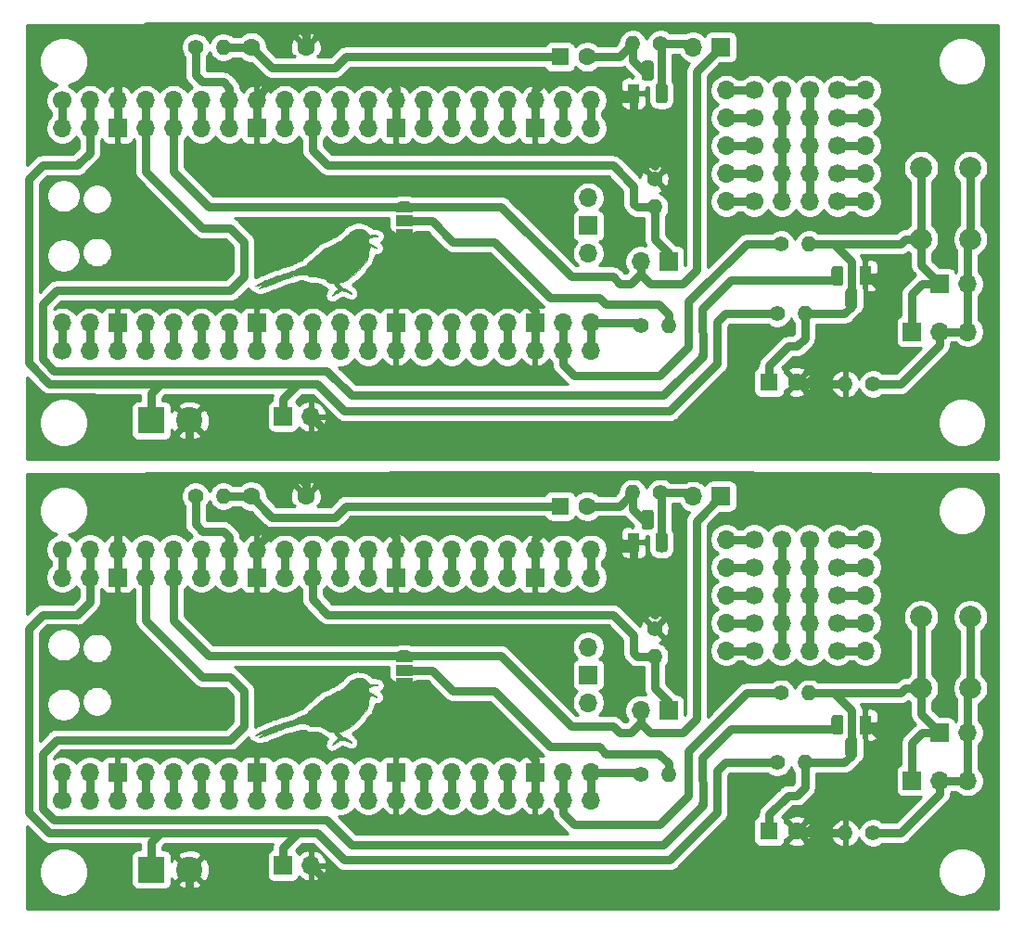
<source format=gbr>
G04 #@! TF.GenerationSoftware,KiCad,Pcbnew,5.1.5+dfsg1-2build2*
G04 #@! TF.CreationDate,2021-11-10T16:28:47-05:00*
G04 #@! TF.ProjectId,,58585858-5858-4585-9858-585858585858,rev?*
G04 #@! TF.SameCoordinates,Original*
G04 #@! TF.FileFunction,Copper,L2,Bot*
G04 #@! TF.FilePolarity,Positive*
%FSLAX46Y46*%
G04 Gerber Fmt 4.6, Leading zero omitted, Abs format (unit mm)*
G04 Created by KiCad (PCBNEW 5.1.5+dfsg1-2build2) date 2021-11-10 16:28:47*
%MOMM*%
%LPD*%
G04 APERTURE LIST*
%ADD10C,0.010000*%
%ADD11R,1.600000X1.600000*%
%ADD12C,1.600000*%
%ADD13C,2.000000*%
%ADD14R,1.700000X1.700000*%
%ADD15O,1.700000X1.700000*%
%ADD16C,1.700000*%
%ADD17C,0.100000*%
%ADD18R,1.100000X1.800000*%
%ADD19C,1.400000*%
%ADD20O,1.400000X1.400000*%
%ADD21R,1.500000X1.000000*%
%ADD22R,2.400000X2.400000*%
%ADD23C,2.400000*%
%ADD24C,0.750000*%
%ADD25C,0.250000*%
%ADD26C,0.254000*%
G04 APERTURE END LIST*
D10*
G36*
X131747143Y-129474607D02*
G01*
X131637415Y-129511703D01*
X131581518Y-129548951D01*
X131538624Y-129572941D01*
X131478959Y-129592078D01*
X131474634Y-129593003D01*
X131400028Y-129616223D01*
X131314878Y-129654423D01*
X131232027Y-129700495D01*
X131164317Y-129747329D01*
X131125603Y-129786219D01*
X131031052Y-129911852D01*
X130907140Y-130048489D01*
X130762437Y-130188342D01*
X130605516Y-130323624D01*
X130444949Y-130446547D01*
X130289308Y-130549322D01*
X130278717Y-130555621D01*
X130174115Y-130615021D01*
X130046638Y-130683784D01*
X129904180Y-130757995D01*
X129754635Y-130833739D01*
X129605897Y-130907103D01*
X129465858Y-130974171D01*
X129342413Y-131031029D01*
X129243455Y-131073763D01*
X129199217Y-131090959D01*
X129072325Y-131138880D01*
X128964976Y-131185452D01*
X128869526Y-131235800D01*
X128778328Y-131295050D01*
X128683738Y-131368325D01*
X128578110Y-131460752D01*
X128453798Y-131577456D01*
X128408727Y-131620859D01*
X128294078Y-131727889D01*
X128157556Y-131849292D01*
X128011474Y-131974475D01*
X127868148Y-132092846D01*
X127765274Y-132174340D01*
X127658959Y-132257917D01*
X127564173Y-132335062D01*
X127486097Y-132401342D01*
X127429909Y-132452327D01*
X127400791Y-132483585D01*
X127398109Y-132488449D01*
X127377792Y-132521827D01*
X127335256Y-132574565D01*
X127278744Y-132636630D01*
X127263444Y-132652381D01*
X127211102Y-132703771D01*
X127164597Y-132742831D01*
X127114439Y-132774914D01*
X127051137Y-132805373D01*
X126965199Y-132839562D01*
X126868608Y-132875066D01*
X126722312Y-132929199D01*
X126608040Y-132974596D01*
X126517409Y-133015138D01*
X126442034Y-133054705D01*
X126373532Y-133097180D01*
X126341717Y-133118975D01*
X126273051Y-133158526D01*
X126169882Y-133206293D01*
X126038658Y-133259763D01*
X125885826Y-133316421D01*
X125717835Y-133373752D01*
X125563795Y-133422394D01*
X125438715Y-133461249D01*
X125287308Y-133509654D01*
X125116065Y-133565417D01*
X124931474Y-133626347D01*
X124740025Y-133690251D01*
X124548205Y-133754940D01*
X124362505Y-133818222D01*
X124189413Y-133877904D01*
X124035418Y-133931797D01*
X123907009Y-133977709D01*
X123810674Y-134013448D01*
X123791134Y-134021019D01*
X123697435Y-134060058D01*
X123581751Y-134111776D01*
X123450252Y-134173073D01*
X123309113Y-134240848D01*
X123164506Y-134312002D01*
X123022603Y-134383435D01*
X122889578Y-134452046D01*
X122771602Y-134514736D01*
X122674850Y-134568405D01*
X122605494Y-134609953D01*
X122574050Y-134632235D01*
X122510550Y-134686533D01*
X122648806Y-134675744D01*
X122741575Y-134662607D01*
X122835153Y-134640102D01*
X122888686Y-134621394D01*
X122954483Y-134596226D01*
X123009241Y-134580492D01*
X123028577Y-134577833D01*
X123070216Y-134569373D01*
X123130942Y-134548011D01*
X123159114Y-134535964D01*
X123252485Y-134506655D01*
X123352398Y-134494831D01*
X123357217Y-134494829D01*
X123463050Y-134495562D01*
X123293717Y-134576861D01*
X123216624Y-134617595D01*
X123134039Y-134667266D01*
X123053154Y-134720710D01*
X122981165Y-134772764D01*
X122925263Y-134818263D01*
X122892643Y-134852042D01*
X122888605Y-134867693D01*
X122917077Y-134871119D01*
X122973065Y-134861949D01*
X123044814Y-134843400D01*
X123120571Y-134818689D01*
X123188583Y-134791035D01*
X123212582Y-134779005D01*
X123277895Y-134749678D01*
X123316266Y-134748362D01*
X123322725Y-134752891D01*
X123355241Y-134760079D01*
X123418274Y-134745854D01*
X123513244Y-134709716D01*
X123641571Y-134651169D01*
X123714308Y-134615520D01*
X123815181Y-134569998D01*
X123926273Y-134527186D01*
X124025268Y-134495611D01*
X124034634Y-134493145D01*
X124105412Y-134471275D01*
X124204688Y-134435446D01*
X124322548Y-134389495D01*
X124449079Y-134337259D01*
X124545673Y-134295391D01*
X124665748Y-134242243D01*
X124768127Y-134197453D01*
X124858643Y-134158919D01*
X124943132Y-134124535D01*
X125027428Y-134092197D01*
X125117365Y-134059803D01*
X125218778Y-134025247D01*
X125337501Y-133986425D01*
X125479368Y-133941234D01*
X125650214Y-133887569D01*
X125846944Y-133826114D01*
X126558672Y-133603961D01*
X126894694Y-133624612D01*
X127063710Y-133636741D01*
X127195215Y-133650623D01*
X127294031Y-133667417D01*
X127364976Y-133688280D01*
X127412870Y-133714372D01*
X127442533Y-133746850D01*
X127448439Y-133757683D01*
X127467177Y-133787044D01*
X127494956Y-133808242D01*
X127537965Y-133822349D01*
X127602395Y-133830438D01*
X127694433Y-133833581D01*
X127820270Y-133832851D01*
X127876300Y-133831821D01*
X128077576Y-133836928D01*
X128276850Y-133859137D01*
X128467417Y-133896524D01*
X128642568Y-133947165D01*
X128795596Y-134009134D01*
X128919793Y-134080507D01*
X129005444Y-134155821D01*
X129063414Y-134212321D01*
X129127491Y-134259827D01*
X129146300Y-134270452D01*
X129216420Y-134310310D01*
X129284829Y-134355902D01*
X129287763Y-134358082D01*
X129343034Y-134390338D01*
X129407492Y-134405474D01*
X129476508Y-134408500D01*
X129597873Y-134408500D01*
X130160303Y-134965418D01*
X129997260Y-135057203D01*
X129822121Y-135177093D01*
X129679747Y-135320288D01*
X129584188Y-135462800D01*
X129553978Y-135520982D01*
X129535814Y-135560811D01*
X129533270Y-135572666D01*
X129552871Y-135561095D01*
X129599563Y-135529683D01*
X129666121Y-135483377D01*
X129736719Y-135433287D01*
X129847086Y-135360373D01*
X129969048Y-135289840D01*
X130094167Y-135225624D01*
X130214002Y-135171663D01*
X130320115Y-135131893D01*
X130404066Y-135110250D01*
X130435237Y-135107458D01*
X130549028Y-135118179D01*
X130687501Y-135146955D01*
X130838803Y-135190456D01*
X130991078Y-135245356D01*
X131107741Y-135296251D01*
X131201713Y-135340903D01*
X131262684Y-135368517D01*
X131295825Y-135380362D01*
X131306304Y-135377706D01*
X131299292Y-135361819D01*
X131283889Y-135339490D01*
X131192572Y-135224785D01*
X131093993Y-135124234D01*
X130994811Y-135043103D01*
X130901686Y-134986658D01*
X130821280Y-134960167D01*
X130802509Y-134958833D01*
X130760683Y-134949182D01*
X130702883Y-134925155D01*
X130685939Y-134916500D01*
X130620858Y-134889123D01*
X130559443Y-134874784D01*
X130548308Y-134874166D01*
X130518521Y-134867924D01*
X130480573Y-134846554D01*
X130429512Y-134806092D01*
X130360382Y-134742573D01*
X130268230Y-134652033D01*
X130258251Y-134642035D01*
X130179504Y-134561933D01*
X130113498Y-134492655D01*
X130065103Y-134439490D01*
X130039192Y-134407725D01*
X130036362Y-134401212D01*
X130060073Y-134394132D01*
X130115858Y-134382307D01*
X130193997Y-134367712D01*
X130242437Y-134359312D01*
X130338714Y-134338910D01*
X130437597Y-134308709D01*
X130544346Y-134266191D01*
X130664220Y-134208838D01*
X130802478Y-134134132D01*
X130964381Y-134039553D01*
X131155187Y-133922585D01*
X131157134Y-133921372D01*
X131406146Y-133748003D01*
X131645677Y-133546352D01*
X131865870Y-133325733D01*
X132056863Y-133095461D01*
X132110793Y-133020404D01*
X132190037Y-132913275D01*
X132286750Y-132793838D01*
X132387280Y-132678485D01*
X132458499Y-132602959D01*
X132655592Y-132403612D01*
X132763613Y-132074213D01*
X132807518Y-131938358D01*
X132838614Y-131835332D01*
X132858108Y-131758016D01*
X132867207Y-131699295D01*
X132867118Y-131652050D01*
X132859049Y-131609165D01*
X132848281Y-131574993D01*
X132838845Y-131538905D01*
X132840133Y-131503141D01*
X132854982Y-131457259D01*
X132886232Y-131390814D01*
X132911947Y-131340741D01*
X132953904Y-131252100D01*
X132988305Y-131164733D01*
X133009215Y-131094166D01*
X133011853Y-131079461D01*
X133024740Y-130985443D01*
X133133395Y-131026409D01*
X133205601Y-131056258D01*
X133297325Y-131097783D01*
X133390679Y-131142840D01*
X133405764Y-131150437D01*
X133513515Y-131201608D01*
X133587096Y-131228352D01*
X133626879Y-131230719D01*
X133633236Y-131208755D01*
X133617435Y-131178074D01*
X133587652Y-131149907D01*
X133528772Y-131106832D01*
X133449020Y-131053926D01*
X133356616Y-130996266D01*
X133259785Y-130938928D01*
X133166748Y-130886990D01*
X133085729Y-130845529D01*
X133058607Y-130833049D01*
X132978724Y-130796651D01*
X132927746Y-130767388D01*
X132895432Y-130736282D01*
X132871539Y-130694356D01*
X132854487Y-130654124D01*
X132827684Y-130575629D01*
X132808958Y-130498061D01*
X132804527Y-130465723D01*
X132805311Y-130409526D01*
X132825484Y-130373895D01*
X132868632Y-130343231D01*
X132917239Y-130318218D01*
X132994102Y-130283773D01*
X133087684Y-130244903D01*
X133164476Y-130214878D01*
X133266318Y-130177167D01*
X133341168Y-130153103D01*
X133401201Y-130140280D01*
X133458595Y-130136289D01*
X133525527Y-130138722D01*
X133543446Y-130139929D01*
X133638941Y-130143059D01*
X133693772Y-130135989D01*
X133708417Y-130118494D01*
X133683352Y-130090346D01*
X133668932Y-130080295D01*
X133586390Y-130044391D01*
X133474638Y-130021593D01*
X133345128Y-130013233D01*
X133209313Y-130020646D01*
X133184266Y-130023873D01*
X133016588Y-130047586D01*
X132849215Y-129870767D01*
X132703846Y-129733277D01*
X132556784Y-129629900D01*
X132396125Y-129553668D01*
X132213085Y-129498356D01*
X132040845Y-129467463D01*
X131883575Y-129459703D01*
X131747143Y-129474607D01*
G37*
X131747143Y-129474607D02*
X131637415Y-129511703D01*
X131581518Y-129548951D01*
X131538624Y-129572941D01*
X131478959Y-129592078D01*
X131474634Y-129593003D01*
X131400028Y-129616223D01*
X131314878Y-129654423D01*
X131232027Y-129700495D01*
X131164317Y-129747329D01*
X131125603Y-129786219D01*
X131031052Y-129911852D01*
X130907140Y-130048489D01*
X130762437Y-130188342D01*
X130605516Y-130323624D01*
X130444949Y-130446547D01*
X130289308Y-130549322D01*
X130278717Y-130555621D01*
X130174115Y-130615021D01*
X130046638Y-130683784D01*
X129904180Y-130757995D01*
X129754635Y-130833739D01*
X129605897Y-130907103D01*
X129465858Y-130974171D01*
X129342413Y-131031029D01*
X129243455Y-131073763D01*
X129199217Y-131090959D01*
X129072325Y-131138880D01*
X128964976Y-131185452D01*
X128869526Y-131235800D01*
X128778328Y-131295050D01*
X128683738Y-131368325D01*
X128578110Y-131460752D01*
X128453798Y-131577456D01*
X128408727Y-131620859D01*
X128294078Y-131727889D01*
X128157556Y-131849292D01*
X128011474Y-131974475D01*
X127868148Y-132092846D01*
X127765274Y-132174340D01*
X127658959Y-132257917D01*
X127564173Y-132335062D01*
X127486097Y-132401342D01*
X127429909Y-132452327D01*
X127400791Y-132483585D01*
X127398109Y-132488449D01*
X127377792Y-132521827D01*
X127335256Y-132574565D01*
X127278744Y-132636630D01*
X127263444Y-132652381D01*
X127211102Y-132703771D01*
X127164597Y-132742831D01*
X127114439Y-132774914D01*
X127051137Y-132805373D01*
X126965199Y-132839562D01*
X126868608Y-132875066D01*
X126722312Y-132929199D01*
X126608040Y-132974596D01*
X126517409Y-133015138D01*
X126442034Y-133054705D01*
X126373532Y-133097180D01*
X126341717Y-133118975D01*
X126273051Y-133158526D01*
X126169882Y-133206293D01*
X126038658Y-133259763D01*
X125885826Y-133316421D01*
X125717835Y-133373752D01*
X125563795Y-133422394D01*
X125438715Y-133461249D01*
X125287308Y-133509654D01*
X125116065Y-133565417D01*
X124931474Y-133626347D01*
X124740025Y-133690251D01*
X124548205Y-133754940D01*
X124362505Y-133818222D01*
X124189413Y-133877904D01*
X124035418Y-133931797D01*
X123907009Y-133977709D01*
X123810674Y-134013448D01*
X123791134Y-134021019D01*
X123697435Y-134060058D01*
X123581751Y-134111776D01*
X123450252Y-134173073D01*
X123309113Y-134240848D01*
X123164506Y-134312002D01*
X123022603Y-134383435D01*
X122889578Y-134452046D01*
X122771602Y-134514736D01*
X122674850Y-134568405D01*
X122605494Y-134609953D01*
X122574050Y-134632235D01*
X122510550Y-134686533D01*
X122648806Y-134675744D01*
X122741575Y-134662607D01*
X122835153Y-134640102D01*
X122888686Y-134621394D01*
X122954483Y-134596226D01*
X123009241Y-134580492D01*
X123028577Y-134577833D01*
X123070216Y-134569373D01*
X123130942Y-134548011D01*
X123159114Y-134535964D01*
X123252485Y-134506655D01*
X123352398Y-134494831D01*
X123357217Y-134494829D01*
X123463050Y-134495562D01*
X123293717Y-134576861D01*
X123216624Y-134617595D01*
X123134039Y-134667266D01*
X123053154Y-134720710D01*
X122981165Y-134772764D01*
X122925263Y-134818263D01*
X122892643Y-134852042D01*
X122888605Y-134867693D01*
X122917077Y-134871119D01*
X122973065Y-134861949D01*
X123044814Y-134843400D01*
X123120571Y-134818689D01*
X123188583Y-134791035D01*
X123212582Y-134779005D01*
X123277895Y-134749678D01*
X123316266Y-134748362D01*
X123322725Y-134752891D01*
X123355241Y-134760079D01*
X123418274Y-134745854D01*
X123513244Y-134709716D01*
X123641571Y-134651169D01*
X123714308Y-134615520D01*
X123815181Y-134569998D01*
X123926273Y-134527186D01*
X124025268Y-134495611D01*
X124034634Y-134493145D01*
X124105412Y-134471275D01*
X124204688Y-134435446D01*
X124322548Y-134389495D01*
X124449079Y-134337259D01*
X124545673Y-134295391D01*
X124665748Y-134242243D01*
X124768127Y-134197453D01*
X124858643Y-134158919D01*
X124943132Y-134124535D01*
X125027428Y-134092197D01*
X125117365Y-134059803D01*
X125218778Y-134025247D01*
X125337501Y-133986425D01*
X125479368Y-133941234D01*
X125650214Y-133887569D01*
X125846944Y-133826114D01*
X126558672Y-133603961D01*
X126894694Y-133624612D01*
X127063710Y-133636741D01*
X127195215Y-133650623D01*
X127294031Y-133667417D01*
X127364976Y-133688280D01*
X127412870Y-133714372D01*
X127442533Y-133746850D01*
X127448439Y-133757683D01*
X127467177Y-133787044D01*
X127494956Y-133808242D01*
X127537965Y-133822349D01*
X127602395Y-133830438D01*
X127694433Y-133833581D01*
X127820270Y-133832851D01*
X127876300Y-133831821D01*
X128077576Y-133836928D01*
X128276850Y-133859137D01*
X128467417Y-133896524D01*
X128642568Y-133947165D01*
X128795596Y-134009134D01*
X128919793Y-134080507D01*
X129005444Y-134155821D01*
X129063414Y-134212321D01*
X129127491Y-134259827D01*
X129146300Y-134270452D01*
X129216420Y-134310310D01*
X129284829Y-134355902D01*
X129287763Y-134358082D01*
X129343034Y-134390338D01*
X129407492Y-134405474D01*
X129476508Y-134408500D01*
X129597873Y-134408500D01*
X130160303Y-134965418D01*
X129997260Y-135057203D01*
X129822121Y-135177093D01*
X129679747Y-135320288D01*
X129584188Y-135462800D01*
X129553978Y-135520982D01*
X129535814Y-135560811D01*
X129533270Y-135572666D01*
X129552871Y-135561095D01*
X129599563Y-135529683D01*
X129666121Y-135483377D01*
X129736719Y-135433287D01*
X129847086Y-135360373D01*
X129969048Y-135289840D01*
X130094167Y-135225624D01*
X130214002Y-135171663D01*
X130320115Y-135131893D01*
X130404066Y-135110250D01*
X130435237Y-135107458D01*
X130549028Y-135118179D01*
X130687501Y-135146955D01*
X130838803Y-135190456D01*
X130991078Y-135245356D01*
X131107741Y-135296251D01*
X131201713Y-135340903D01*
X131262684Y-135368517D01*
X131295825Y-135380362D01*
X131306304Y-135377706D01*
X131299292Y-135361819D01*
X131283889Y-135339490D01*
X131192572Y-135224785D01*
X131093993Y-135124234D01*
X130994811Y-135043103D01*
X130901686Y-134986658D01*
X130821280Y-134960167D01*
X130802509Y-134958833D01*
X130760683Y-134949182D01*
X130702883Y-134925155D01*
X130685939Y-134916500D01*
X130620858Y-134889123D01*
X130559443Y-134874784D01*
X130548308Y-134874166D01*
X130518521Y-134867924D01*
X130480573Y-134846554D01*
X130429512Y-134806092D01*
X130360382Y-134742573D01*
X130268230Y-134652033D01*
X130258251Y-134642035D01*
X130179504Y-134561933D01*
X130113498Y-134492655D01*
X130065103Y-134439490D01*
X130039192Y-134407725D01*
X130036362Y-134401212D01*
X130060073Y-134394132D01*
X130115858Y-134382307D01*
X130193997Y-134367712D01*
X130242437Y-134359312D01*
X130338714Y-134338910D01*
X130437597Y-134308709D01*
X130544346Y-134266191D01*
X130664220Y-134208838D01*
X130802478Y-134134132D01*
X130964381Y-134039553D01*
X131155187Y-133922585D01*
X131157134Y-133921372D01*
X131406146Y-133748003D01*
X131645677Y-133546352D01*
X131865870Y-133325733D01*
X132056863Y-133095461D01*
X132110793Y-133020404D01*
X132190037Y-132913275D01*
X132286750Y-132793838D01*
X132387280Y-132678485D01*
X132458499Y-132602959D01*
X132655592Y-132403612D01*
X132763613Y-132074213D01*
X132807518Y-131938358D01*
X132838614Y-131835332D01*
X132858108Y-131758016D01*
X132867207Y-131699295D01*
X132867118Y-131652050D01*
X132859049Y-131609165D01*
X132848281Y-131574993D01*
X132838845Y-131538905D01*
X132840133Y-131503141D01*
X132854982Y-131457259D01*
X132886232Y-131390814D01*
X132911947Y-131340741D01*
X132953904Y-131252100D01*
X132988305Y-131164733D01*
X133009215Y-131094166D01*
X133011853Y-131079461D01*
X133024740Y-130985443D01*
X133133395Y-131026409D01*
X133205601Y-131056258D01*
X133297325Y-131097783D01*
X133390679Y-131142840D01*
X133405764Y-131150437D01*
X133513515Y-131201608D01*
X133587096Y-131228352D01*
X133626879Y-131230719D01*
X133633236Y-131208755D01*
X133617435Y-131178074D01*
X133587652Y-131149907D01*
X133528772Y-131106832D01*
X133449020Y-131053926D01*
X133356616Y-130996266D01*
X133259785Y-130938928D01*
X133166748Y-130886990D01*
X133085729Y-130845529D01*
X133058607Y-130833049D01*
X132978724Y-130796651D01*
X132927746Y-130767388D01*
X132895432Y-130736282D01*
X132871539Y-130694356D01*
X132854487Y-130654124D01*
X132827684Y-130575629D01*
X132808958Y-130498061D01*
X132804527Y-130465723D01*
X132805311Y-130409526D01*
X132825484Y-130373895D01*
X132868632Y-130343231D01*
X132917239Y-130318218D01*
X132994102Y-130283773D01*
X133087684Y-130244903D01*
X133164476Y-130214878D01*
X133266318Y-130177167D01*
X133341168Y-130153103D01*
X133401201Y-130140280D01*
X133458595Y-130136289D01*
X133525527Y-130138722D01*
X133543446Y-130139929D01*
X133638941Y-130143059D01*
X133693772Y-130135989D01*
X133708417Y-130118494D01*
X133683352Y-130090346D01*
X133668932Y-130080295D01*
X133586390Y-130044391D01*
X133474638Y-130021593D01*
X133345128Y-130013233D01*
X133209313Y-130020646D01*
X133184266Y-130023873D01*
X133016588Y-130047586D01*
X132849215Y-129870767D01*
X132703846Y-129733277D01*
X132556784Y-129629900D01*
X132396125Y-129553668D01*
X132213085Y-129498356D01*
X132040845Y-129467463D01*
X131883575Y-129459703D01*
X131747143Y-129474607D01*
G36*
X131747143Y-88474607D02*
G01*
X131637415Y-88511703D01*
X131581518Y-88548951D01*
X131538624Y-88572941D01*
X131478959Y-88592078D01*
X131474634Y-88593003D01*
X131400028Y-88616223D01*
X131314878Y-88654423D01*
X131232027Y-88700495D01*
X131164317Y-88747329D01*
X131125603Y-88786219D01*
X131031052Y-88911852D01*
X130907140Y-89048489D01*
X130762437Y-89188342D01*
X130605516Y-89323624D01*
X130444949Y-89446547D01*
X130289308Y-89549322D01*
X130278717Y-89555621D01*
X130174115Y-89615021D01*
X130046638Y-89683784D01*
X129904180Y-89757995D01*
X129754635Y-89833739D01*
X129605897Y-89907103D01*
X129465858Y-89974171D01*
X129342413Y-90031029D01*
X129243455Y-90073763D01*
X129199217Y-90090959D01*
X129072325Y-90138880D01*
X128964976Y-90185452D01*
X128869526Y-90235800D01*
X128778328Y-90295050D01*
X128683738Y-90368325D01*
X128578110Y-90460752D01*
X128453798Y-90577456D01*
X128408727Y-90620859D01*
X128294078Y-90727889D01*
X128157556Y-90849292D01*
X128011474Y-90974475D01*
X127868148Y-91092846D01*
X127765274Y-91174340D01*
X127658959Y-91257917D01*
X127564173Y-91335062D01*
X127486097Y-91401342D01*
X127429909Y-91452327D01*
X127400791Y-91483585D01*
X127398109Y-91488449D01*
X127377792Y-91521827D01*
X127335256Y-91574565D01*
X127278744Y-91636630D01*
X127263444Y-91652381D01*
X127211102Y-91703771D01*
X127164597Y-91742831D01*
X127114439Y-91774914D01*
X127051137Y-91805373D01*
X126965199Y-91839562D01*
X126868608Y-91875066D01*
X126722312Y-91929199D01*
X126608040Y-91974596D01*
X126517409Y-92015138D01*
X126442034Y-92054705D01*
X126373532Y-92097180D01*
X126341717Y-92118975D01*
X126273051Y-92158526D01*
X126169882Y-92206293D01*
X126038658Y-92259763D01*
X125885826Y-92316421D01*
X125717835Y-92373752D01*
X125563795Y-92422394D01*
X125438715Y-92461249D01*
X125287308Y-92509654D01*
X125116065Y-92565417D01*
X124931474Y-92626347D01*
X124740025Y-92690251D01*
X124548205Y-92754940D01*
X124362505Y-92818222D01*
X124189413Y-92877904D01*
X124035418Y-92931797D01*
X123907009Y-92977709D01*
X123810674Y-93013448D01*
X123791134Y-93021019D01*
X123697435Y-93060058D01*
X123581751Y-93111776D01*
X123450252Y-93173073D01*
X123309113Y-93240848D01*
X123164506Y-93312002D01*
X123022603Y-93383435D01*
X122889578Y-93452046D01*
X122771602Y-93514736D01*
X122674850Y-93568405D01*
X122605494Y-93609953D01*
X122574050Y-93632235D01*
X122510550Y-93686533D01*
X122648806Y-93675744D01*
X122741575Y-93662607D01*
X122835153Y-93640102D01*
X122888686Y-93621394D01*
X122954483Y-93596226D01*
X123009241Y-93580492D01*
X123028577Y-93577833D01*
X123070216Y-93569373D01*
X123130942Y-93548011D01*
X123159114Y-93535964D01*
X123252485Y-93506655D01*
X123352398Y-93494831D01*
X123357217Y-93494829D01*
X123463050Y-93495562D01*
X123293717Y-93576861D01*
X123216624Y-93617595D01*
X123134039Y-93667266D01*
X123053154Y-93720710D01*
X122981165Y-93772764D01*
X122925263Y-93818263D01*
X122892643Y-93852042D01*
X122888605Y-93867693D01*
X122917077Y-93871119D01*
X122973065Y-93861949D01*
X123044814Y-93843400D01*
X123120571Y-93818689D01*
X123188583Y-93791035D01*
X123212582Y-93779005D01*
X123277895Y-93749678D01*
X123316266Y-93748362D01*
X123322725Y-93752891D01*
X123355241Y-93760079D01*
X123418274Y-93745854D01*
X123513244Y-93709716D01*
X123641571Y-93651169D01*
X123714308Y-93615520D01*
X123815181Y-93569998D01*
X123926273Y-93527186D01*
X124025268Y-93495611D01*
X124034634Y-93493145D01*
X124105412Y-93471275D01*
X124204688Y-93435446D01*
X124322548Y-93389495D01*
X124449079Y-93337259D01*
X124545673Y-93295391D01*
X124665748Y-93242243D01*
X124768127Y-93197453D01*
X124858643Y-93158919D01*
X124943132Y-93124535D01*
X125027428Y-93092197D01*
X125117365Y-93059803D01*
X125218778Y-93025247D01*
X125337501Y-92986425D01*
X125479368Y-92941234D01*
X125650214Y-92887569D01*
X125846944Y-92826114D01*
X126558672Y-92603961D01*
X126894694Y-92624612D01*
X127063710Y-92636741D01*
X127195215Y-92650623D01*
X127294031Y-92667417D01*
X127364976Y-92688280D01*
X127412870Y-92714372D01*
X127442533Y-92746850D01*
X127448439Y-92757683D01*
X127467177Y-92787044D01*
X127494956Y-92808242D01*
X127537965Y-92822349D01*
X127602395Y-92830438D01*
X127694433Y-92833581D01*
X127820270Y-92832851D01*
X127876300Y-92831821D01*
X128077576Y-92836928D01*
X128276850Y-92859137D01*
X128467417Y-92896524D01*
X128642568Y-92947165D01*
X128795596Y-93009134D01*
X128919793Y-93080507D01*
X129005444Y-93155821D01*
X129063414Y-93212321D01*
X129127491Y-93259827D01*
X129146300Y-93270452D01*
X129216420Y-93310310D01*
X129284829Y-93355902D01*
X129287763Y-93358082D01*
X129343034Y-93390338D01*
X129407492Y-93405474D01*
X129476508Y-93408500D01*
X129597873Y-93408500D01*
X130160303Y-93965418D01*
X129997260Y-94057203D01*
X129822121Y-94177093D01*
X129679747Y-94320288D01*
X129584188Y-94462800D01*
X129553978Y-94520982D01*
X129535814Y-94560811D01*
X129533270Y-94572666D01*
X129552871Y-94561095D01*
X129599563Y-94529683D01*
X129666121Y-94483377D01*
X129736719Y-94433287D01*
X129847086Y-94360373D01*
X129969048Y-94289840D01*
X130094167Y-94225624D01*
X130214002Y-94171663D01*
X130320115Y-94131893D01*
X130404066Y-94110250D01*
X130435237Y-94107458D01*
X130549028Y-94118179D01*
X130687501Y-94146955D01*
X130838803Y-94190456D01*
X130991078Y-94245356D01*
X131107741Y-94296251D01*
X131201713Y-94340903D01*
X131262684Y-94368517D01*
X131295825Y-94380362D01*
X131306304Y-94377706D01*
X131299292Y-94361819D01*
X131283889Y-94339490D01*
X131192572Y-94224785D01*
X131093993Y-94124234D01*
X130994811Y-94043103D01*
X130901686Y-93986658D01*
X130821280Y-93960167D01*
X130802509Y-93958833D01*
X130760683Y-93949182D01*
X130702883Y-93925155D01*
X130685939Y-93916500D01*
X130620858Y-93889123D01*
X130559443Y-93874784D01*
X130548308Y-93874166D01*
X130518521Y-93867924D01*
X130480573Y-93846554D01*
X130429512Y-93806092D01*
X130360382Y-93742573D01*
X130268230Y-93652033D01*
X130258251Y-93642035D01*
X130179504Y-93561933D01*
X130113498Y-93492655D01*
X130065103Y-93439490D01*
X130039192Y-93407725D01*
X130036362Y-93401212D01*
X130060073Y-93394132D01*
X130115858Y-93382307D01*
X130193997Y-93367712D01*
X130242437Y-93359312D01*
X130338714Y-93338910D01*
X130437597Y-93308709D01*
X130544346Y-93266191D01*
X130664220Y-93208838D01*
X130802478Y-93134132D01*
X130964381Y-93039553D01*
X131155187Y-92922585D01*
X131157134Y-92921372D01*
X131406146Y-92748003D01*
X131645677Y-92546352D01*
X131865870Y-92325733D01*
X132056863Y-92095461D01*
X132110793Y-92020404D01*
X132190037Y-91913275D01*
X132286750Y-91793838D01*
X132387280Y-91678485D01*
X132458499Y-91602959D01*
X132655592Y-91403612D01*
X132763613Y-91074213D01*
X132807518Y-90938358D01*
X132838614Y-90835332D01*
X132858108Y-90758016D01*
X132867207Y-90699295D01*
X132867118Y-90652050D01*
X132859049Y-90609165D01*
X132848281Y-90574993D01*
X132838845Y-90538905D01*
X132840133Y-90503141D01*
X132854982Y-90457259D01*
X132886232Y-90390814D01*
X132911947Y-90340741D01*
X132953904Y-90252100D01*
X132988305Y-90164733D01*
X133009215Y-90094166D01*
X133011853Y-90079461D01*
X133024740Y-89985443D01*
X133133395Y-90026409D01*
X133205601Y-90056258D01*
X133297325Y-90097783D01*
X133390679Y-90142840D01*
X133405764Y-90150437D01*
X133513515Y-90201608D01*
X133587096Y-90228352D01*
X133626879Y-90230719D01*
X133633236Y-90208755D01*
X133617435Y-90178074D01*
X133587652Y-90149907D01*
X133528772Y-90106832D01*
X133449020Y-90053926D01*
X133356616Y-89996266D01*
X133259785Y-89938928D01*
X133166748Y-89886990D01*
X133085729Y-89845529D01*
X133058607Y-89833049D01*
X132978724Y-89796651D01*
X132927746Y-89767388D01*
X132895432Y-89736282D01*
X132871539Y-89694356D01*
X132854487Y-89654124D01*
X132827684Y-89575629D01*
X132808958Y-89498061D01*
X132804527Y-89465723D01*
X132805311Y-89409526D01*
X132825484Y-89373895D01*
X132868632Y-89343231D01*
X132917239Y-89318218D01*
X132994102Y-89283773D01*
X133087684Y-89244903D01*
X133164476Y-89214878D01*
X133266318Y-89177167D01*
X133341168Y-89153103D01*
X133401201Y-89140280D01*
X133458595Y-89136289D01*
X133525527Y-89138722D01*
X133543446Y-89139929D01*
X133638941Y-89143059D01*
X133693772Y-89135989D01*
X133708417Y-89118494D01*
X133683352Y-89090346D01*
X133668932Y-89080295D01*
X133586390Y-89044391D01*
X133474638Y-89021593D01*
X133345128Y-89013233D01*
X133209313Y-89020646D01*
X133184266Y-89023873D01*
X133016588Y-89047586D01*
X132849215Y-88870767D01*
X132703846Y-88733277D01*
X132556784Y-88629900D01*
X132396125Y-88553668D01*
X132213085Y-88498356D01*
X132040845Y-88467463D01*
X131883575Y-88459703D01*
X131747143Y-88474607D01*
G37*
X131747143Y-88474607D02*
X131637415Y-88511703D01*
X131581518Y-88548951D01*
X131538624Y-88572941D01*
X131478959Y-88592078D01*
X131474634Y-88593003D01*
X131400028Y-88616223D01*
X131314878Y-88654423D01*
X131232027Y-88700495D01*
X131164317Y-88747329D01*
X131125603Y-88786219D01*
X131031052Y-88911852D01*
X130907140Y-89048489D01*
X130762437Y-89188342D01*
X130605516Y-89323624D01*
X130444949Y-89446547D01*
X130289308Y-89549322D01*
X130278717Y-89555621D01*
X130174115Y-89615021D01*
X130046638Y-89683784D01*
X129904180Y-89757995D01*
X129754635Y-89833739D01*
X129605897Y-89907103D01*
X129465858Y-89974171D01*
X129342413Y-90031029D01*
X129243455Y-90073763D01*
X129199217Y-90090959D01*
X129072325Y-90138880D01*
X128964976Y-90185452D01*
X128869526Y-90235800D01*
X128778328Y-90295050D01*
X128683738Y-90368325D01*
X128578110Y-90460752D01*
X128453798Y-90577456D01*
X128408727Y-90620859D01*
X128294078Y-90727889D01*
X128157556Y-90849292D01*
X128011474Y-90974475D01*
X127868148Y-91092846D01*
X127765274Y-91174340D01*
X127658959Y-91257917D01*
X127564173Y-91335062D01*
X127486097Y-91401342D01*
X127429909Y-91452327D01*
X127400791Y-91483585D01*
X127398109Y-91488449D01*
X127377792Y-91521827D01*
X127335256Y-91574565D01*
X127278744Y-91636630D01*
X127263444Y-91652381D01*
X127211102Y-91703771D01*
X127164597Y-91742831D01*
X127114439Y-91774914D01*
X127051137Y-91805373D01*
X126965199Y-91839562D01*
X126868608Y-91875066D01*
X126722312Y-91929199D01*
X126608040Y-91974596D01*
X126517409Y-92015138D01*
X126442034Y-92054705D01*
X126373532Y-92097180D01*
X126341717Y-92118975D01*
X126273051Y-92158526D01*
X126169882Y-92206293D01*
X126038658Y-92259763D01*
X125885826Y-92316421D01*
X125717835Y-92373752D01*
X125563795Y-92422394D01*
X125438715Y-92461249D01*
X125287308Y-92509654D01*
X125116065Y-92565417D01*
X124931474Y-92626347D01*
X124740025Y-92690251D01*
X124548205Y-92754940D01*
X124362505Y-92818222D01*
X124189413Y-92877904D01*
X124035418Y-92931797D01*
X123907009Y-92977709D01*
X123810674Y-93013448D01*
X123791134Y-93021019D01*
X123697435Y-93060058D01*
X123581751Y-93111776D01*
X123450252Y-93173073D01*
X123309113Y-93240848D01*
X123164506Y-93312002D01*
X123022603Y-93383435D01*
X122889578Y-93452046D01*
X122771602Y-93514736D01*
X122674850Y-93568405D01*
X122605494Y-93609953D01*
X122574050Y-93632235D01*
X122510550Y-93686533D01*
X122648806Y-93675744D01*
X122741575Y-93662607D01*
X122835153Y-93640102D01*
X122888686Y-93621394D01*
X122954483Y-93596226D01*
X123009241Y-93580492D01*
X123028577Y-93577833D01*
X123070216Y-93569373D01*
X123130942Y-93548011D01*
X123159114Y-93535964D01*
X123252485Y-93506655D01*
X123352398Y-93494831D01*
X123357217Y-93494829D01*
X123463050Y-93495562D01*
X123293717Y-93576861D01*
X123216624Y-93617595D01*
X123134039Y-93667266D01*
X123053154Y-93720710D01*
X122981165Y-93772764D01*
X122925263Y-93818263D01*
X122892643Y-93852042D01*
X122888605Y-93867693D01*
X122917077Y-93871119D01*
X122973065Y-93861949D01*
X123044814Y-93843400D01*
X123120571Y-93818689D01*
X123188583Y-93791035D01*
X123212582Y-93779005D01*
X123277895Y-93749678D01*
X123316266Y-93748362D01*
X123322725Y-93752891D01*
X123355241Y-93760079D01*
X123418274Y-93745854D01*
X123513244Y-93709716D01*
X123641571Y-93651169D01*
X123714308Y-93615520D01*
X123815181Y-93569998D01*
X123926273Y-93527186D01*
X124025268Y-93495611D01*
X124034634Y-93493145D01*
X124105412Y-93471275D01*
X124204688Y-93435446D01*
X124322548Y-93389495D01*
X124449079Y-93337259D01*
X124545673Y-93295391D01*
X124665748Y-93242243D01*
X124768127Y-93197453D01*
X124858643Y-93158919D01*
X124943132Y-93124535D01*
X125027428Y-93092197D01*
X125117365Y-93059803D01*
X125218778Y-93025247D01*
X125337501Y-92986425D01*
X125479368Y-92941234D01*
X125650214Y-92887569D01*
X125846944Y-92826114D01*
X126558672Y-92603961D01*
X126894694Y-92624612D01*
X127063710Y-92636741D01*
X127195215Y-92650623D01*
X127294031Y-92667417D01*
X127364976Y-92688280D01*
X127412870Y-92714372D01*
X127442533Y-92746850D01*
X127448439Y-92757683D01*
X127467177Y-92787044D01*
X127494956Y-92808242D01*
X127537965Y-92822349D01*
X127602395Y-92830438D01*
X127694433Y-92833581D01*
X127820270Y-92832851D01*
X127876300Y-92831821D01*
X128077576Y-92836928D01*
X128276850Y-92859137D01*
X128467417Y-92896524D01*
X128642568Y-92947165D01*
X128795596Y-93009134D01*
X128919793Y-93080507D01*
X129005444Y-93155821D01*
X129063414Y-93212321D01*
X129127491Y-93259827D01*
X129146300Y-93270452D01*
X129216420Y-93310310D01*
X129284829Y-93355902D01*
X129287763Y-93358082D01*
X129343034Y-93390338D01*
X129407492Y-93405474D01*
X129476508Y-93408500D01*
X129597873Y-93408500D01*
X130160303Y-93965418D01*
X129997260Y-94057203D01*
X129822121Y-94177093D01*
X129679747Y-94320288D01*
X129584188Y-94462800D01*
X129553978Y-94520982D01*
X129535814Y-94560811D01*
X129533270Y-94572666D01*
X129552871Y-94561095D01*
X129599563Y-94529683D01*
X129666121Y-94483377D01*
X129736719Y-94433287D01*
X129847086Y-94360373D01*
X129969048Y-94289840D01*
X130094167Y-94225624D01*
X130214002Y-94171663D01*
X130320115Y-94131893D01*
X130404066Y-94110250D01*
X130435237Y-94107458D01*
X130549028Y-94118179D01*
X130687501Y-94146955D01*
X130838803Y-94190456D01*
X130991078Y-94245356D01*
X131107741Y-94296251D01*
X131201713Y-94340903D01*
X131262684Y-94368517D01*
X131295825Y-94380362D01*
X131306304Y-94377706D01*
X131299292Y-94361819D01*
X131283889Y-94339490D01*
X131192572Y-94224785D01*
X131093993Y-94124234D01*
X130994811Y-94043103D01*
X130901686Y-93986658D01*
X130821280Y-93960167D01*
X130802509Y-93958833D01*
X130760683Y-93949182D01*
X130702883Y-93925155D01*
X130685939Y-93916500D01*
X130620858Y-93889123D01*
X130559443Y-93874784D01*
X130548308Y-93874166D01*
X130518521Y-93867924D01*
X130480573Y-93846554D01*
X130429512Y-93806092D01*
X130360382Y-93742573D01*
X130268230Y-93652033D01*
X130258251Y-93642035D01*
X130179504Y-93561933D01*
X130113498Y-93492655D01*
X130065103Y-93439490D01*
X130039192Y-93407725D01*
X130036362Y-93401212D01*
X130060073Y-93394132D01*
X130115858Y-93382307D01*
X130193997Y-93367712D01*
X130242437Y-93359312D01*
X130338714Y-93338910D01*
X130437597Y-93308709D01*
X130544346Y-93266191D01*
X130664220Y-93208838D01*
X130802478Y-93134132D01*
X130964381Y-93039553D01*
X131155187Y-92922585D01*
X131157134Y-92921372D01*
X131406146Y-92748003D01*
X131645677Y-92546352D01*
X131865870Y-92325733D01*
X132056863Y-92095461D01*
X132110793Y-92020404D01*
X132190037Y-91913275D01*
X132286750Y-91793838D01*
X132387280Y-91678485D01*
X132458499Y-91602959D01*
X132655592Y-91403612D01*
X132763613Y-91074213D01*
X132807518Y-90938358D01*
X132838614Y-90835332D01*
X132858108Y-90758016D01*
X132867207Y-90699295D01*
X132867118Y-90652050D01*
X132859049Y-90609165D01*
X132848281Y-90574993D01*
X132838845Y-90538905D01*
X132840133Y-90503141D01*
X132854982Y-90457259D01*
X132886232Y-90390814D01*
X132911947Y-90340741D01*
X132953904Y-90252100D01*
X132988305Y-90164733D01*
X133009215Y-90094166D01*
X133011853Y-90079461D01*
X133024740Y-89985443D01*
X133133395Y-90026409D01*
X133205601Y-90056258D01*
X133297325Y-90097783D01*
X133390679Y-90142840D01*
X133405764Y-90150437D01*
X133513515Y-90201608D01*
X133587096Y-90228352D01*
X133626879Y-90230719D01*
X133633236Y-90208755D01*
X133617435Y-90178074D01*
X133587652Y-90149907D01*
X133528772Y-90106832D01*
X133449020Y-90053926D01*
X133356616Y-89996266D01*
X133259785Y-89938928D01*
X133166748Y-89886990D01*
X133085729Y-89845529D01*
X133058607Y-89833049D01*
X132978724Y-89796651D01*
X132927746Y-89767388D01*
X132895432Y-89736282D01*
X132871539Y-89694356D01*
X132854487Y-89654124D01*
X132827684Y-89575629D01*
X132808958Y-89498061D01*
X132804527Y-89465723D01*
X132805311Y-89409526D01*
X132825484Y-89373895D01*
X132868632Y-89343231D01*
X132917239Y-89318218D01*
X132994102Y-89283773D01*
X133087684Y-89244903D01*
X133164476Y-89214878D01*
X133266318Y-89177167D01*
X133341168Y-89153103D01*
X133401201Y-89140280D01*
X133458595Y-89136289D01*
X133525527Y-89138722D01*
X133543446Y-89139929D01*
X133638941Y-89143059D01*
X133693772Y-89135989D01*
X133708417Y-89118494D01*
X133683352Y-89090346D01*
X133668932Y-89080295D01*
X133586390Y-89044391D01*
X133474638Y-89021593D01*
X133345128Y-89013233D01*
X133209313Y-89020646D01*
X133184266Y-89023873D01*
X133016588Y-89047586D01*
X132849215Y-88870767D01*
X132703846Y-88733277D01*
X132556784Y-88629900D01*
X132396125Y-88553668D01*
X132213085Y-88498356D01*
X132040845Y-88467463D01*
X131883575Y-88459703D01*
X131747143Y-88474607D01*
D11*
X169443400Y-143438200D03*
D12*
X171943400Y-143438200D03*
D13*
X187799100Y-130395300D03*
X183299100Y-130395300D03*
X187799100Y-123895300D03*
X183299100Y-123895300D03*
D14*
X185013600Y-134459300D03*
D15*
X187553600Y-134459300D03*
D16*
X168059100Y-116806300D03*
D15*
X165519100Y-116806300D03*
D11*
X150342600Y-113758300D03*
D12*
X152842600Y-113758300D03*
G04 #@! TA.AperFunction,ComponentPad*
D17*
G36*
X177251055Y-134913124D02*
G01*
X177277750Y-134917084D01*
X177303928Y-134923641D01*
X177329338Y-134932733D01*
X177353734Y-134944272D01*
X177376882Y-134958146D01*
X177398558Y-134974222D01*
X177418554Y-134992346D01*
X177436678Y-135012342D01*
X177452754Y-135034018D01*
X177466628Y-135057166D01*
X177478167Y-135081562D01*
X177487259Y-135106972D01*
X177493816Y-135133150D01*
X177497776Y-135159845D01*
X177499100Y-135186800D01*
X177499100Y-136436800D01*
X177497776Y-136463755D01*
X177493816Y-136490450D01*
X177487259Y-136516628D01*
X177478167Y-136542038D01*
X177466628Y-136566434D01*
X177452754Y-136589582D01*
X177436678Y-136611258D01*
X177418554Y-136631254D01*
X177398558Y-136649378D01*
X177376882Y-136665454D01*
X177353734Y-136679328D01*
X177329338Y-136690867D01*
X177303928Y-136699959D01*
X177277750Y-136706516D01*
X177251055Y-136710476D01*
X177224100Y-136711800D01*
X176674100Y-136711800D01*
X176647145Y-136710476D01*
X176620450Y-136706516D01*
X176594272Y-136699959D01*
X176568862Y-136690867D01*
X176544466Y-136679328D01*
X176521318Y-136665454D01*
X176499642Y-136649378D01*
X176479646Y-136631254D01*
X176461522Y-136611258D01*
X176445446Y-136589582D01*
X176431572Y-136566434D01*
X176420033Y-136542038D01*
X176410941Y-136516628D01*
X176404384Y-136490450D01*
X176400424Y-136463755D01*
X176399100Y-136436800D01*
X176399100Y-135186800D01*
X176400424Y-135159845D01*
X176404384Y-135133150D01*
X176410941Y-135106972D01*
X176420033Y-135081562D01*
X176431572Y-135057166D01*
X176445446Y-135034018D01*
X176461522Y-135012342D01*
X176479646Y-134992346D01*
X176499642Y-134974222D01*
X176521318Y-134958146D01*
X176544466Y-134944272D01*
X176568862Y-134932733D01*
X176594272Y-134923641D01*
X176620450Y-134917084D01*
X176647145Y-134913124D01*
X176674100Y-134911800D01*
X177224100Y-134911800D01*
X177251055Y-134913124D01*
G37*
G04 #@! TD.AperFunction*
G04 #@! TA.AperFunction,ComponentPad*
G36*
X175981055Y-132843124D02*
G01*
X176007750Y-132847084D01*
X176033928Y-132853641D01*
X176059338Y-132862733D01*
X176083734Y-132874272D01*
X176106882Y-132888146D01*
X176128558Y-132904222D01*
X176148554Y-132922346D01*
X176166678Y-132942342D01*
X176182754Y-132964018D01*
X176196628Y-132987166D01*
X176208167Y-133011562D01*
X176217259Y-133036972D01*
X176223816Y-133063150D01*
X176227776Y-133089845D01*
X176229100Y-133116800D01*
X176229100Y-134366800D01*
X176227776Y-134393755D01*
X176223816Y-134420450D01*
X176217259Y-134446628D01*
X176208167Y-134472038D01*
X176196628Y-134496434D01*
X176182754Y-134519582D01*
X176166678Y-134541258D01*
X176148554Y-134561254D01*
X176128558Y-134579378D01*
X176106882Y-134595454D01*
X176083734Y-134609328D01*
X176059338Y-134620867D01*
X176033928Y-134629959D01*
X176007750Y-134636516D01*
X175981055Y-134640476D01*
X175954100Y-134641800D01*
X175404100Y-134641800D01*
X175377145Y-134640476D01*
X175350450Y-134636516D01*
X175324272Y-134629959D01*
X175298862Y-134620867D01*
X175274466Y-134609328D01*
X175251318Y-134595454D01*
X175229642Y-134579378D01*
X175209646Y-134561254D01*
X175191522Y-134541258D01*
X175175446Y-134519582D01*
X175161572Y-134496434D01*
X175150033Y-134472038D01*
X175140941Y-134446628D01*
X175134384Y-134420450D01*
X175130424Y-134393755D01*
X175129100Y-134366800D01*
X175129100Y-133116800D01*
X175130424Y-133089845D01*
X175134384Y-133063150D01*
X175140941Y-133036972D01*
X175150033Y-133011562D01*
X175161572Y-132987166D01*
X175175446Y-132964018D01*
X175191522Y-132942342D01*
X175209646Y-132922346D01*
X175229642Y-132904222D01*
X175251318Y-132888146D01*
X175274466Y-132874272D01*
X175298862Y-132862733D01*
X175324272Y-132853641D01*
X175350450Y-132847084D01*
X175377145Y-132843124D01*
X175404100Y-132841800D01*
X175954100Y-132841800D01*
X175981055Y-132843124D01*
G37*
G04 #@! TD.AperFunction*
D18*
X178219100Y-133741800D03*
D19*
X158978600Y-124934300D03*
D20*
X158978600Y-127474300D03*
D15*
X104898600Y-138054300D03*
X107438600Y-138054300D03*
D14*
X109978600Y-138054300D03*
D15*
X112518600Y-138054300D03*
X115058600Y-138054300D03*
X117598600Y-138054300D03*
X120138600Y-138054300D03*
D14*
X122678600Y-138054300D03*
D15*
X125218600Y-138054300D03*
X127758600Y-138054300D03*
X130298600Y-138054300D03*
X132838600Y-138054300D03*
D14*
X135378600Y-138054300D03*
D15*
X137918600Y-138054300D03*
X140458600Y-138054300D03*
X142998600Y-138054300D03*
X145538600Y-138054300D03*
D14*
X148078600Y-138054300D03*
D15*
X150618600Y-138054300D03*
X153158600Y-138054300D03*
X153158600Y-120274300D03*
X150618600Y-120274300D03*
D14*
X148078600Y-120274300D03*
D15*
X145538600Y-120274300D03*
X142998600Y-120274300D03*
X140458600Y-120274300D03*
X137918600Y-120274300D03*
D14*
X135378600Y-120274300D03*
D15*
X132838600Y-120274300D03*
X130298600Y-120274300D03*
X127758600Y-120274300D03*
X125218600Y-120274300D03*
D14*
X122678600Y-120274300D03*
D15*
X120138600Y-120274300D03*
X117598600Y-120274300D03*
X115058600Y-120274300D03*
X112518600Y-120274300D03*
D14*
X109978600Y-120274300D03*
D15*
X107438600Y-120274300D03*
X104898600Y-120274300D03*
X152928600Y-131704300D03*
D14*
X152928600Y-129164300D03*
D15*
X152928600Y-126624300D03*
D14*
X165028600Y-112869300D03*
D15*
X162488600Y-112869300D03*
D19*
X159528600Y-112564300D03*
D20*
X156988600Y-112564300D03*
D12*
X122148600Y-112864300D03*
X127148600Y-112864300D03*
D16*
X170599100Y-116806300D03*
D15*
X170599100Y-119346300D03*
X170599100Y-121886300D03*
X170599100Y-124426300D03*
X170599100Y-126966300D03*
D14*
X182473600Y-138840800D03*
D15*
X185013600Y-138840800D03*
X187553600Y-138840800D03*
D19*
X157708600Y-138269300D03*
D20*
X160248600Y-138269300D03*
G04 #@! TA.AperFunction,SMDPad,CuDef*
D17*
G36*
X135368600Y-127994300D02*
G01*
X135368600Y-127444300D01*
X135369202Y-127444300D01*
X135369202Y-127419766D01*
X135374012Y-127370935D01*
X135383584Y-127322810D01*
X135397828Y-127275855D01*
X135416605Y-127230522D01*
X135439736Y-127187249D01*
X135466996Y-127146450D01*
X135498124Y-127108521D01*
X135532821Y-127073824D01*
X135570750Y-127042696D01*
X135611549Y-127015436D01*
X135654822Y-126992305D01*
X135700155Y-126973528D01*
X135747110Y-126959284D01*
X135795235Y-126949712D01*
X135844066Y-126944902D01*
X135868600Y-126944902D01*
X135868600Y-126944300D01*
X136368600Y-126944300D01*
X136368600Y-126944902D01*
X136393134Y-126944902D01*
X136441965Y-126949712D01*
X136490090Y-126959284D01*
X136537045Y-126973528D01*
X136582378Y-126992305D01*
X136625651Y-127015436D01*
X136666450Y-127042696D01*
X136704379Y-127073824D01*
X136739076Y-127108521D01*
X136770204Y-127146450D01*
X136797464Y-127187249D01*
X136820595Y-127230522D01*
X136839372Y-127275855D01*
X136853616Y-127322810D01*
X136863188Y-127370935D01*
X136867998Y-127419766D01*
X136867998Y-127444300D01*
X136868600Y-127444300D01*
X136868600Y-127994300D01*
X135368600Y-127994300D01*
G37*
G04 #@! TD.AperFunction*
G04 #@! TA.AperFunction,SMDPad,CuDef*
G36*
X136867998Y-130044300D02*
G01*
X136867998Y-130068834D01*
X136863188Y-130117665D01*
X136853616Y-130165790D01*
X136839372Y-130212745D01*
X136820595Y-130258078D01*
X136797464Y-130301351D01*
X136770204Y-130342150D01*
X136739076Y-130380079D01*
X136704379Y-130414776D01*
X136666450Y-130445904D01*
X136625651Y-130473164D01*
X136582378Y-130496295D01*
X136537045Y-130515072D01*
X136490090Y-130529316D01*
X136441965Y-130538888D01*
X136393134Y-130543698D01*
X136368600Y-130543698D01*
X136368600Y-130544300D01*
X135868600Y-130544300D01*
X135868600Y-130543698D01*
X135844066Y-130543698D01*
X135795235Y-130538888D01*
X135747110Y-130529316D01*
X135700155Y-130515072D01*
X135654822Y-130496295D01*
X135611549Y-130473164D01*
X135570750Y-130445904D01*
X135532821Y-130414776D01*
X135498124Y-130380079D01*
X135466996Y-130342150D01*
X135439736Y-130301351D01*
X135416605Y-130258078D01*
X135397828Y-130212745D01*
X135383584Y-130165790D01*
X135374012Y-130117665D01*
X135369202Y-130068834D01*
X135369202Y-130044300D01*
X135368600Y-130044300D01*
X135368600Y-129494300D01*
X136868600Y-129494300D01*
X136868600Y-130044300D01*
X136867998Y-130044300D01*
G37*
G04 #@! TD.AperFunction*
D21*
X136118600Y-128744300D03*
D19*
X170154600Y-137189800D03*
D20*
X172694600Y-137189800D03*
D22*
X113028600Y-146964300D03*
D23*
X116528600Y-146964300D03*
D16*
X104898600Y-117734300D03*
D15*
X107438600Y-117734300D03*
X109978600Y-117734300D03*
X112518600Y-117734300D03*
X115058600Y-117734300D03*
X117598600Y-117734300D03*
X120138600Y-117734300D03*
X122678600Y-117734300D03*
X125218600Y-117734300D03*
X127758600Y-117734300D03*
X130298600Y-117734300D03*
X132838600Y-117734300D03*
X135378600Y-117734300D03*
X137918600Y-117734300D03*
X140458600Y-117734300D03*
X142998600Y-117734300D03*
X145538600Y-117734300D03*
X148078600Y-117734300D03*
X150618600Y-117734300D03*
X153158600Y-117734300D03*
D19*
X170535600Y-130839800D03*
D20*
X173075600Y-130839800D03*
D16*
X168059100Y-124426300D03*
D15*
X165519100Y-124426300D03*
D16*
X168059100Y-119346300D03*
D15*
X165519100Y-119346300D03*
D16*
X104898600Y-140594300D03*
D15*
X107438600Y-140594300D03*
X109978600Y-140594300D03*
X112518600Y-140594300D03*
X115058600Y-140594300D03*
X117598600Y-140594300D03*
X120138600Y-140594300D03*
X122678600Y-140594300D03*
X125218600Y-140594300D03*
X127758600Y-140594300D03*
X130298600Y-140594300D03*
X132838600Y-140594300D03*
X135378600Y-140594300D03*
X137918600Y-140594300D03*
X140458600Y-140594300D03*
X142998600Y-140594300D03*
X145538600Y-140594300D03*
X148078600Y-140594300D03*
X150618600Y-140594300D03*
X153158600Y-140594300D03*
D16*
X168059100Y-126966300D03*
D15*
X165519100Y-126966300D03*
D16*
X173139100Y-116806300D03*
D15*
X173139100Y-119346300D03*
X173139100Y-121886300D03*
X173139100Y-124426300D03*
X173139100Y-126966300D03*
D14*
X160248600Y-132427300D03*
D15*
X157708600Y-132427300D03*
D16*
X168059100Y-121886300D03*
D15*
X165519100Y-121886300D03*
D14*
X125056900Y-146587800D03*
D15*
X127596900Y-146587800D03*
D19*
X178904900Y-143616000D03*
D20*
X176364900Y-143616000D03*
D19*
X117068600Y-112864300D03*
D20*
X119608600Y-112864300D03*
G04 #@! TA.AperFunction,ComponentPad*
D17*
G36*
X158645555Y-114110624D02*
G01*
X158672250Y-114114584D01*
X158698428Y-114121141D01*
X158723838Y-114130233D01*
X158748234Y-114141772D01*
X158771382Y-114155646D01*
X158793058Y-114171722D01*
X158813054Y-114189846D01*
X158831178Y-114209842D01*
X158847254Y-114231518D01*
X158861128Y-114254666D01*
X158872667Y-114279062D01*
X158881759Y-114304472D01*
X158888316Y-114330650D01*
X158892276Y-114357345D01*
X158893600Y-114384300D01*
X158893600Y-115634300D01*
X158892276Y-115661255D01*
X158888316Y-115687950D01*
X158881759Y-115714128D01*
X158872667Y-115739538D01*
X158861128Y-115763934D01*
X158847254Y-115787082D01*
X158831178Y-115808758D01*
X158813054Y-115828754D01*
X158793058Y-115846878D01*
X158771382Y-115862954D01*
X158748234Y-115876828D01*
X158723838Y-115888367D01*
X158698428Y-115897459D01*
X158672250Y-115904016D01*
X158645555Y-115907976D01*
X158618600Y-115909300D01*
X158068600Y-115909300D01*
X158041645Y-115907976D01*
X158014950Y-115904016D01*
X157988772Y-115897459D01*
X157963362Y-115888367D01*
X157938966Y-115876828D01*
X157915818Y-115862954D01*
X157894142Y-115846878D01*
X157874146Y-115828754D01*
X157856022Y-115808758D01*
X157839946Y-115787082D01*
X157826072Y-115763934D01*
X157814533Y-115739538D01*
X157805441Y-115714128D01*
X157798884Y-115687950D01*
X157794924Y-115661255D01*
X157793600Y-115634300D01*
X157793600Y-114384300D01*
X157794924Y-114357345D01*
X157798884Y-114330650D01*
X157805441Y-114304472D01*
X157814533Y-114279062D01*
X157826072Y-114254666D01*
X157839946Y-114231518D01*
X157856022Y-114209842D01*
X157874146Y-114189846D01*
X157894142Y-114171722D01*
X157915818Y-114155646D01*
X157938966Y-114141772D01*
X157963362Y-114130233D01*
X157988772Y-114121141D01*
X158014950Y-114114584D01*
X158041645Y-114110624D01*
X158068600Y-114109300D01*
X158618600Y-114109300D01*
X158645555Y-114110624D01*
G37*
G04 #@! TD.AperFunction*
G04 #@! TA.AperFunction,ComponentPad*
G36*
X159915555Y-116180624D02*
G01*
X159942250Y-116184584D01*
X159968428Y-116191141D01*
X159993838Y-116200233D01*
X160018234Y-116211772D01*
X160041382Y-116225646D01*
X160063058Y-116241722D01*
X160083054Y-116259846D01*
X160101178Y-116279842D01*
X160117254Y-116301518D01*
X160131128Y-116324666D01*
X160142667Y-116349062D01*
X160151759Y-116374472D01*
X160158316Y-116400650D01*
X160162276Y-116427345D01*
X160163600Y-116454300D01*
X160163600Y-117704300D01*
X160162276Y-117731255D01*
X160158316Y-117757950D01*
X160151759Y-117784128D01*
X160142667Y-117809538D01*
X160131128Y-117833934D01*
X160117254Y-117857082D01*
X160101178Y-117878758D01*
X160083054Y-117898754D01*
X160063058Y-117916878D01*
X160041382Y-117932954D01*
X160018234Y-117946828D01*
X159993838Y-117958367D01*
X159968428Y-117967459D01*
X159942250Y-117974016D01*
X159915555Y-117977976D01*
X159888600Y-117979300D01*
X159338600Y-117979300D01*
X159311645Y-117977976D01*
X159284950Y-117974016D01*
X159258772Y-117967459D01*
X159233362Y-117958367D01*
X159208966Y-117946828D01*
X159185818Y-117932954D01*
X159164142Y-117916878D01*
X159144146Y-117898754D01*
X159126022Y-117878758D01*
X159109946Y-117857082D01*
X159096072Y-117833934D01*
X159084533Y-117809538D01*
X159075441Y-117784128D01*
X159068884Y-117757950D01*
X159064924Y-117731255D01*
X159063600Y-117704300D01*
X159063600Y-116454300D01*
X159064924Y-116427345D01*
X159068884Y-116400650D01*
X159075441Y-116374472D01*
X159084533Y-116349062D01*
X159096072Y-116324666D01*
X159109946Y-116301518D01*
X159126022Y-116279842D01*
X159144146Y-116259846D01*
X159164142Y-116241722D01*
X159185818Y-116225646D01*
X159208966Y-116211772D01*
X159233362Y-116200233D01*
X159258772Y-116191141D01*
X159284950Y-116184584D01*
X159311645Y-116180624D01*
X159338600Y-116179300D01*
X159888600Y-116179300D01*
X159915555Y-116180624D01*
G37*
G04 #@! TD.AperFunction*
D18*
X157073600Y-117079300D03*
D16*
X175679100Y-119346300D03*
D15*
X178219100Y-119346300D03*
D16*
X175679100Y-116806300D03*
D15*
X178219100Y-116806300D03*
D16*
X175679100Y-121886300D03*
D15*
X178219100Y-121886300D03*
D16*
X175679100Y-124426300D03*
D15*
X178219100Y-124426300D03*
D16*
X175679100Y-126966300D03*
D15*
X178219100Y-126966300D03*
X127596900Y-105587800D03*
D14*
X125056900Y-105587800D03*
D15*
X178219100Y-75806300D03*
D16*
X175679100Y-75806300D03*
D15*
X178219100Y-78346300D03*
D16*
X175679100Y-78346300D03*
D15*
X178219100Y-80886300D03*
D16*
X175679100Y-80886300D03*
D15*
X178219100Y-83426300D03*
D16*
X175679100Y-83426300D03*
D15*
X178219100Y-85966300D03*
D16*
X175679100Y-85966300D03*
D15*
X165519100Y-75806300D03*
D16*
X168059100Y-75806300D03*
D15*
X165519100Y-78346300D03*
D16*
X168059100Y-78346300D03*
D15*
X165519100Y-80886300D03*
D16*
X168059100Y-80886300D03*
D15*
X165519100Y-83426300D03*
D16*
X168059100Y-83426300D03*
D15*
X165519100Y-85966300D03*
D16*
X168059100Y-85966300D03*
D15*
X170599100Y-85966300D03*
X170599100Y-83426300D03*
X170599100Y-80886300D03*
X170599100Y-78346300D03*
D16*
X170599100Y-75806300D03*
D15*
X173139100Y-85966300D03*
X173139100Y-83426300D03*
X173139100Y-80886300D03*
X173139100Y-78346300D03*
D16*
X173139100Y-75806300D03*
D15*
X153158600Y-76734300D03*
X150618600Y-76734300D03*
X148078600Y-76734300D03*
X145538600Y-76734300D03*
X142998600Y-76734300D03*
X140458600Y-76734300D03*
X137918600Y-76734300D03*
X135378600Y-76734300D03*
X132838600Y-76734300D03*
X130298600Y-76734300D03*
X127758600Y-76734300D03*
X125218600Y-76734300D03*
X122678600Y-76734300D03*
X120138600Y-76734300D03*
X117598600Y-76734300D03*
X115058600Y-76734300D03*
X112518600Y-76734300D03*
X109978600Y-76734300D03*
X107438600Y-76734300D03*
D16*
X104898600Y-76734300D03*
D15*
X153158600Y-99594300D03*
X150618600Y-99594300D03*
X148078600Y-99594300D03*
X145538600Y-99594300D03*
X142998600Y-99594300D03*
X140458600Y-99594300D03*
X137918600Y-99594300D03*
X135378600Y-99594300D03*
X132838600Y-99594300D03*
X130298600Y-99594300D03*
X127758600Y-99594300D03*
X125218600Y-99594300D03*
X122678600Y-99594300D03*
X120138600Y-99594300D03*
X117598600Y-99594300D03*
X115058600Y-99594300D03*
X112518600Y-99594300D03*
X109978600Y-99594300D03*
X107438600Y-99594300D03*
D16*
X104898600Y-99594300D03*
D15*
X152928600Y-85624300D03*
D14*
X152928600Y-88164300D03*
D15*
X152928600Y-90704300D03*
X104898600Y-79274300D03*
X107438600Y-79274300D03*
D14*
X109978600Y-79274300D03*
D15*
X112518600Y-79274300D03*
X115058600Y-79274300D03*
X117598600Y-79274300D03*
X120138600Y-79274300D03*
D14*
X122678600Y-79274300D03*
D15*
X125218600Y-79274300D03*
X127758600Y-79274300D03*
X130298600Y-79274300D03*
X132838600Y-79274300D03*
D14*
X135378600Y-79274300D03*
D15*
X137918600Y-79274300D03*
X140458600Y-79274300D03*
X142998600Y-79274300D03*
X145538600Y-79274300D03*
D14*
X148078600Y-79274300D03*
D15*
X150618600Y-79274300D03*
X153158600Y-79274300D03*
X153158600Y-97054300D03*
X150618600Y-97054300D03*
D14*
X148078600Y-97054300D03*
D15*
X145538600Y-97054300D03*
X142998600Y-97054300D03*
X140458600Y-97054300D03*
X137918600Y-97054300D03*
D14*
X135378600Y-97054300D03*
D15*
X132838600Y-97054300D03*
X130298600Y-97054300D03*
X127758600Y-97054300D03*
X125218600Y-97054300D03*
D14*
X122678600Y-97054300D03*
D15*
X120138600Y-97054300D03*
X117598600Y-97054300D03*
X115058600Y-97054300D03*
X112518600Y-97054300D03*
D14*
X109978600Y-97054300D03*
D15*
X107438600Y-97054300D03*
X104898600Y-97054300D03*
D23*
X116528600Y-105964300D03*
D22*
X113028600Y-105964300D03*
D18*
X157073600Y-76079300D03*
G04 #@! TA.AperFunction,ComponentPad*
D17*
G36*
X159915555Y-75180624D02*
G01*
X159942250Y-75184584D01*
X159968428Y-75191141D01*
X159993838Y-75200233D01*
X160018234Y-75211772D01*
X160041382Y-75225646D01*
X160063058Y-75241722D01*
X160083054Y-75259846D01*
X160101178Y-75279842D01*
X160117254Y-75301518D01*
X160131128Y-75324666D01*
X160142667Y-75349062D01*
X160151759Y-75374472D01*
X160158316Y-75400650D01*
X160162276Y-75427345D01*
X160163600Y-75454300D01*
X160163600Y-76704300D01*
X160162276Y-76731255D01*
X160158316Y-76757950D01*
X160151759Y-76784128D01*
X160142667Y-76809538D01*
X160131128Y-76833934D01*
X160117254Y-76857082D01*
X160101178Y-76878758D01*
X160083054Y-76898754D01*
X160063058Y-76916878D01*
X160041382Y-76932954D01*
X160018234Y-76946828D01*
X159993838Y-76958367D01*
X159968428Y-76967459D01*
X159942250Y-76974016D01*
X159915555Y-76977976D01*
X159888600Y-76979300D01*
X159338600Y-76979300D01*
X159311645Y-76977976D01*
X159284950Y-76974016D01*
X159258772Y-76967459D01*
X159233362Y-76958367D01*
X159208966Y-76946828D01*
X159185818Y-76932954D01*
X159164142Y-76916878D01*
X159144146Y-76898754D01*
X159126022Y-76878758D01*
X159109946Y-76857082D01*
X159096072Y-76833934D01*
X159084533Y-76809538D01*
X159075441Y-76784128D01*
X159068884Y-76757950D01*
X159064924Y-76731255D01*
X159063600Y-76704300D01*
X159063600Y-75454300D01*
X159064924Y-75427345D01*
X159068884Y-75400650D01*
X159075441Y-75374472D01*
X159084533Y-75349062D01*
X159096072Y-75324666D01*
X159109946Y-75301518D01*
X159126022Y-75279842D01*
X159144146Y-75259846D01*
X159164142Y-75241722D01*
X159185818Y-75225646D01*
X159208966Y-75211772D01*
X159233362Y-75200233D01*
X159258772Y-75191141D01*
X159284950Y-75184584D01*
X159311645Y-75180624D01*
X159338600Y-75179300D01*
X159888600Y-75179300D01*
X159915555Y-75180624D01*
G37*
G04 #@! TD.AperFunction*
G04 #@! TA.AperFunction,ComponentPad*
G36*
X158645555Y-73110624D02*
G01*
X158672250Y-73114584D01*
X158698428Y-73121141D01*
X158723838Y-73130233D01*
X158748234Y-73141772D01*
X158771382Y-73155646D01*
X158793058Y-73171722D01*
X158813054Y-73189846D01*
X158831178Y-73209842D01*
X158847254Y-73231518D01*
X158861128Y-73254666D01*
X158872667Y-73279062D01*
X158881759Y-73304472D01*
X158888316Y-73330650D01*
X158892276Y-73357345D01*
X158893600Y-73384300D01*
X158893600Y-74634300D01*
X158892276Y-74661255D01*
X158888316Y-74687950D01*
X158881759Y-74714128D01*
X158872667Y-74739538D01*
X158861128Y-74763934D01*
X158847254Y-74787082D01*
X158831178Y-74808758D01*
X158813054Y-74828754D01*
X158793058Y-74846878D01*
X158771382Y-74862954D01*
X158748234Y-74876828D01*
X158723838Y-74888367D01*
X158698428Y-74897459D01*
X158672250Y-74904016D01*
X158645555Y-74907976D01*
X158618600Y-74909300D01*
X158068600Y-74909300D01*
X158041645Y-74907976D01*
X158014950Y-74904016D01*
X157988772Y-74897459D01*
X157963362Y-74888367D01*
X157938966Y-74876828D01*
X157915818Y-74862954D01*
X157894142Y-74846878D01*
X157874146Y-74828754D01*
X157856022Y-74808758D01*
X157839946Y-74787082D01*
X157826072Y-74763934D01*
X157814533Y-74739538D01*
X157805441Y-74714128D01*
X157798884Y-74687950D01*
X157794924Y-74661255D01*
X157793600Y-74634300D01*
X157793600Y-73384300D01*
X157794924Y-73357345D01*
X157798884Y-73330650D01*
X157805441Y-73304472D01*
X157814533Y-73279062D01*
X157826072Y-73254666D01*
X157839946Y-73231518D01*
X157856022Y-73209842D01*
X157874146Y-73189846D01*
X157894142Y-73171722D01*
X157915818Y-73155646D01*
X157938966Y-73141772D01*
X157963362Y-73130233D01*
X157988772Y-73121141D01*
X158014950Y-73114584D01*
X158041645Y-73110624D01*
X158068600Y-73109300D01*
X158618600Y-73109300D01*
X158645555Y-73110624D01*
G37*
G04 #@! TD.AperFunction*
D18*
X178219100Y-92741800D03*
G04 #@! TA.AperFunction,ComponentPad*
D17*
G36*
X175981055Y-91843124D02*
G01*
X176007750Y-91847084D01*
X176033928Y-91853641D01*
X176059338Y-91862733D01*
X176083734Y-91874272D01*
X176106882Y-91888146D01*
X176128558Y-91904222D01*
X176148554Y-91922346D01*
X176166678Y-91942342D01*
X176182754Y-91964018D01*
X176196628Y-91987166D01*
X176208167Y-92011562D01*
X176217259Y-92036972D01*
X176223816Y-92063150D01*
X176227776Y-92089845D01*
X176229100Y-92116800D01*
X176229100Y-93366800D01*
X176227776Y-93393755D01*
X176223816Y-93420450D01*
X176217259Y-93446628D01*
X176208167Y-93472038D01*
X176196628Y-93496434D01*
X176182754Y-93519582D01*
X176166678Y-93541258D01*
X176148554Y-93561254D01*
X176128558Y-93579378D01*
X176106882Y-93595454D01*
X176083734Y-93609328D01*
X176059338Y-93620867D01*
X176033928Y-93629959D01*
X176007750Y-93636516D01*
X175981055Y-93640476D01*
X175954100Y-93641800D01*
X175404100Y-93641800D01*
X175377145Y-93640476D01*
X175350450Y-93636516D01*
X175324272Y-93629959D01*
X175298862Y-93620867D01*
X175274466Y-93609328D01*
X175251318Y-93595454D01*
X175229642Y-93579378D01*
X175209646Y-93561254D01*
X175191522Y-93541258D01*
X175175446Y-93519582D01*
X175161572Y-93496434D01*
X175150033Y-93472038D01*
X175140941Y-93446628D01*
X175134384Y-93420450D01*
X175130424Y-93393755D01*
X175129100Y-93366800D01*
X175129100Y-92116800D01*
X175130424Y-92089845D01*
X175134384Y-92063150D01*
X175140941Y-92036972D01*
X175150033Y-92011562D01*
X175161572Y-91987166D01*
X175175446Y-91964018D01*
X175191522Y-91942342D01*
X175209646Y-91922346D01*
X175229642Y-91904222D01*
X175251318Y-91888146D01*
X175274466Y-91874272D01*
X175298862Y-91862733D01*
X175324272Y-91853641D01*
X175350450Y-91847084D01*
X175377145Y-91843124D01*
X175404100Y-91841800D01*
X175954100Y-91841800D01*
X175981055Y-91843124D01*
G37*
G04 #@! TD.AperFunction*
G04 #@! TA.AperFunction,ComponentPad*
G36*
X177251055Y-93913124D02*
G01*
X177277750Y-93917084D01*
X177303928Y-93923641D01*
X177329338Y-93932733D01*
X177353734Y-93944272D01*
X177376882Y-93958146D01*
X177398558Y-93974222D01*
X177418554Y-93992346D01*
X177436678Y-94012342D01*
X177452754Y-94034018D01*
X177466628Y-94057166D01*
X177478167Y-94081562D01*
X177487259Y-94106972D01*
X177493816Y-94133150D01*
X177497776Y-94159845D01*
X177499100Y-94186800D01*
X177499100Y-95436800D01*
X177497776Y-95463755D01*
X177493816Y-95490450D01*
X177487259Y-95516628D01*
X177478167Y-95542038D01*
X177466628Y-95566434D01*
X177452754Y-95589582D01*
X177436678Y-95611258D01*
X177418554Y-95631254D01*
X177398558Y-95649378D01*
X177376882Y-95665454D01*
X177353734Y-95679328D01*
X177329338Y-95690867D01*
X177303928Y-95699959D01*
X177277750Y-95706516D01*
X177251055Y-95710476D01*
X177224100Y-95711800D01*
X176674100Y-95711800D01*
X176647145Y-95710476D01*
X176620450Y-95706516D01*
X176594272Y-95699959D01*
X176568862Y-95690867D01*
X176544466Y-95679328D01*
X176521318Y-95665454D01*
X176499642Y-95649378D01*
X176479646Y-95631254D01*
X176461522Y-95611258D01*
X176445446Y-95589582D01*
X176431572Y-95566434D01*
X176420033Y-95542038D01*
X176410941Y-95516628D01*
X176404384Y-95490450D01*
X176400424Y-95463755D01*
X176399100Y-95436800D01*
X176399100Y-94186800D01*
X176400424Y-94159845D01*
X176404384Y-94133150D01*
X176410941Y-94106972D01*
X176420033Y-94081562D01*
X176431572Y-94057166D01*
X176445446Y-94034018D01*
X176461522Y-94012342D01*
X176479646Y-93992346D01*
X176499642Y-93974222D01*
X176521318Y-93958146D01*
X176544466Y-93944272D01*
X176568862Y-93932733D01*
X176594272Y-93923641D01*
X176620450Y-93917084D01*
X176647145Y-93913124D01*
X176674100Y-93911800D01*
X177224100Y-93911800D01*
X177251055Y-93913124D01*
G37*
G04 #@! TD.AperFunction*
D15*
X187553600Y-97840800D03*
X185013600Y-97840800D03*
D14*
X182473600Y-97840800D03*
D20*
X176364900Y-102616000D03*
D19*
X178904900Y-102616000D03*
D20*
X119608600Y-71864300D03*
D19*
X117068600Y-71864300D03*
D12*
X127148600Y-71864300D03*
X122148600Y-71864300D03*
D20*
X160248600Y-97269300D03*
D19*
X157708600Y-97269300D03*
D21*
X136118600Y-87744300D03*
G04 #@! TA.AperFunction,SMDPad,CuDef*
D17*
G36*
X136867998Y-89044300D02*
G01*
X136867998Y-89068834D01*
X136863188Y-89117665D01*
X136853616Y-89165790D01*
X136839372Y-89212745D01*
X136820595Y-89258078D01*
X136797464Y-89301351D01*
X136770204Y-89342150D01*
X136739076Y-89380079D01*
X136704379Y-89414776D01*
X136666450Y-89445904D01*
X136625651Y-89473164D01*
X136582378Y-89496295D01*
X136537045Y-89515072D01*
X136490090Y-89529316D01*
X136441965Y-89538888D01*
X136393134Y-89543698D01*
X136368600Y-89543698D01*
X136368600Y-89544300D01*
X135868600Y-89544300D01*
X135868600Y-89543698D01*
X135844066Y-89543698D01*
X135795235Y-89538888D01*
X135747110Y-89529316D01*
X135700155Y-89515072D01*
X135654822Y-89496295D01*
X135611549Y-89473164D01*
X135570750Y-89445904D01*
X135532821Y-89414776D01*
X135498124Y-89380079D01*
X135466996Y-89342150D01*
X135439736Y-89301351D01*
X135416605Y-89258078D01*
X135397828Y-89212745D01*
X135383584Y-89165790D01*
X135374012Y-89117665D01*
X135369202Y-89068834D01*
X135369202Y-89044300D01*
X135368600Y-89044300D01*
X135368600Y-88494300D01*
X136868600Y-88494300D01*
X136868600Y-89044300D01*
X136867998Y-89044300D01*
G37*
G04 #@! TD.AperFunction*
G04 #@! TA.AperFunction,SMDPad,CuDef*
G36*
X135368600Y-86994300D02*
G01*
X135368600Y-86444300D01*
X135369202Y-86444300D01*
X135369202Y-86419766D01*
X135374012Y-86370935D01*
X135383584Y-86322810D01*
X135397828Y-86275855D01*
X135416605Y-86230522D01*
X135439736Y-86187249D01*
X135466996Y-86146450D01*
X135498124Y-86108521D01*
X135532821Y-86073824D01*
X135570750Y-86042696D01*
X135611549Y-86015436D01*
X135654822Y-85992305D01*
X135700155Y-85973528D01*
X135747110Y-85959284D01*
X135795235Y-85949712D01*
X135844066Y-85944902D01*
X135868600Y-85944902D01*
X135868600Y-85944300D01*
X136368600Y-85944300D01*
X136368600Y-85944902D01*
X136393134Y-85944902D01*
X136441965Y-85949712D01*
X136490090Y-85959284D01*
X136537045Y-85973528D01*
X136582378Y-85992305D01*
X136625651Y-86015436D01*
X136666450Y-86042696D01*
X136704379Y-86073824D01*
X136739076Y-86108521D01*
X136770204Y-86146450D01*
X136797464Y-86187249D01*
X136820595Y-86230522D01*
X136839372Y-86275855D01*
X136853616Y-86322810D01*
X136863188Y-86370935D01*
X136867998Y-86419766D01*
X136867998Y-86444300D01*
X136868600Y-86444300D01*
X136868600Y-86994300D01*
X135368600Y-86994300D01*
G37*
G04 #@! TD.AperFunction*
D20*
X158978600Y-86474300D03*
D19*
X158978600Y-83934300D03*
D15*
X157708600Y-91427300D03*
D14*
X160248600Y-91427300D03*
D20*
X156988600Y-71564300D03*
D19*
X159528600Y-71564300D03*
D15*
X162488600Y-71869300D03*
D14*
X165028600Y-71869300D03*
D12*
X152842600Y-72758300D03*
D11*
X150342600Y-72758300D03*
D13*
X183299100Y-82895300D03*
X187799100Y-82895300D03*
X183299100Y-89395300D03*
X187799100Y-89395300D03*
D15*
X187553600Y-93459300D03*
D14*
X185013600Y-93459300D03*
D20*
X173075600Y-89839800D03*
D19*
X170535600Y-89839800D03*
D20*
X172694600Y-96189800D03*
D19*
X170154600Y-96189800D03*
D12*
X171943400Y-102438200D03*
D11*
X169443400Y-102438200D03*
D24*
X122678600Y-79274300D02*
X122678600Y-76419300D01*
X122678600Y-76419300D02*
X124053600Y-75044300D01*
X124053600Y-75044300D02*
X134848600Y-75044300D01*
X135378600Y-75574300D02*
X135378600Y-79274300D01*
X134848600Y-75044300D02*
X135378600Y-75574300D01*
D25*
X109978600Y-79274300D02*
X110083600Y-79169300D01*
D24*
X109978600Y-72609300D02*
X109978600Y-79274300D01*
X112623600Y-69964300D02*
X109978600Y-72609300D01*
X126379970Y-69964300D02*
X112623600Y-69964300D01*
X127148600Y-70732930D02*
X126379970Y-69964300D01*
X127148600Y-71864300D02*
X127148600Y-70732930D01*
D25*
X148453600Y-97429300D02*
X148078600Y-97054300D01*
X148078600Y-97054300D02*
X147333600Y-97054300D01*
X148078600Y-97690710D02*
X147892200Y-97504310D01*
D24*
X148183600Y-97159300D02*
X148078600Y-97054300D01*
X148078600Y-97054300D02*
X148078600Y-95894300D01*
X148078600Y-95894300D02*
X145643600Y-93459300D01*
X145643600Y-93459300D02*
X137388600Y-93459300D01*
X136118600Y-92189300D02*
X136118600Y-89044300D01*
X137388600Y-93459300D02*
X136118600Y-92189300D01*
X156053600Y-76564300D02*
X157028600Y-76564300D01*
X154533600Y-75044300D02*
X156053600Y-76564300D01*
X148818600Y-75044300D02*
X154533600Y-75044300D01*
X148078600Y-75784300D02*
X148818600Y-75044300D01*
X148078600Y-79274300D02*
X148078600Y-75784300D01*
X157028600Y-80782219D02*
X157028600Y-76564300D01*
X158978600Y-82732219D02*
X157028600Y-80782219D01*
X135378600Y-99594300D02*
X135378600Y-97054300D01*
X122678600Y-99594300D02*
X122678600Y-97054300D01*
X109978600Y-99594300D02*
X109978600Y-97054300D01*
X148078600Y-97054300D02*
X148078600Y-99594300D01*
X178917600Y-93141800D02*
X179997100Y-94221300D01*
X178219100Y-93141800D02*
X178917600Y-93141800D01*
X173074770Y-102438200D02*
X174485300Y-101027670D01*
X171943400Y-102438200D02*
X173074770Y-102438200D01*
X174485300Y-101027670D02*
X174485300Y-99009200D01*
X175406050Y-98088450D02*
X174485300Y-99009200D01*
X134848600Y-69964300D02*
X126379970Y-69964300D01*
X134853601Y-69959299D02*
X134848600Y-69964300D01*
X167873601Y-69959299D02*
X134853601Y-69959299D01*
X178663600Y-69964300D02*
X167878602Y-69964300D01*
X190093600Y-81394300D02*
X178663600Y-69964300D01*
X167878602Y-69964300D02*
X167873601Y-69959299D01*
X190093600Y-97840800D02*
X190093600Y-81394300D01*
X172121200Y-102616000D02*
X171943400Y-102438200D01*
X176364900Y-102616000D02*
X172121200Y-102616000D01*
X179997100Y-107937300D02*
X177533300Y-107937300D01*
X190093600Y-97840800D02*
X179997100Y-107937300D01*
X175406050Y-98088450D02*
X178022250Y-98088450D01*
X179997100Y-96113600D02*
X179997100Y-94221300D01*
X178022250Y-98088450D02*
X179997100Y-96113600D01*
X123418600Y-107937300D02*
X123837700Y-107937300D01*
X129336800Y-107937300D02*
X129336800Y-107327700D01*
X123837700Y-107937300D02*
X129336800Y-107937300D01*
X129336800Y-107327700D02*
X127596900Y-105587800D01*
X129336800Y-107937300D02*
X177533300Y-107937300D01*
X116804544Y-107937300D02*
X116528600Y-107661356D01*
X116528600Y-107661356D02*
X116528600Y-105964300D01*
X123837700Y-107937300D02*
X116804544Y-107937300D01*
X190093600Y-138840800D02*
X190093600Y-122394300D01*
X172121200Y-143616000D02*
X171943400Y-143438200D01*
X176364900Y-143616000D02*
X172121200Y-143616000D01*
X179997100Y-148937300D02*
X177533300Y-148937300D01*
X179997100Y-137113600D02*
X179997100Y-135221300D01*
X178917600Y-134141800D02*
X179997100Y-135221300D01*
X178219100Y-134141800D02*
X178917600Y-134141800D01*
X173074770Y-143438200D02*
X174485300Y-142027670D01*
X171943400Y-143438200D02*
X173074770Y-143438200D01*
X174485300Y-142027670D02*
X174485300Y-140009200D01*
X175406050Y-139088450D02*
X174485300Y-140009200D01*
X134848600Y-110964300D02*
X126379970Y-110964300D01*
X134853601Y-110959299D02*
X134848600Y-110964300D01*
X167873601Y-110959299D02*
X134853601Y-110959299D01*
X178663600Y-110964300D02*
X167878602Y-110964300D01*
X190093600Y-122394300D02*
X178663600Y-110964300D01*
X116528600Y-148661356D02*
X116528600Y-146964300D01*
X123837700Y-148937300D02*
X116804544Y-148937300D01*
X156053600Y-117564300D02*
X157028600Y-117564300D01*
X154533600Y-116044300D02*
X156053600Y-117564300D01*
X148818600Y-116044300D02*
X154533600Y-116044300D01*
X148078600Y-116784300D02*
X148818600Y-116044300D01*
X148078600Y-120274300D02*
X148078600Y-116784300D01*
X157028600Y-121782219D02*
X157028600Y-117564300D01*
X158978600Y-123732219D02*
X157028600Y-121782219D01*
X135378600Y-140594300D02*
X135378600Y-138054300D01*
X122678600Y-140594300D02*
X122678600Y-138054300D01*
X109978600Y-140594300D02*
X109978600Y-138054300D01*
X127148600Y-112864300D02*
X127148600Y-111732930D01*
D25*
X148453600Y-138429300D02*
X148078600Y-138054300D01*
X148078600Y-138054300D02*
X147333600Y-138054300D01*
X148078600Y-138690710D02*
X147892200Y-138504310D01*
D24*
X148183600Y-138159300D02*
X148078600Y-138054300D01*
X148078600Y-138054300D02*
X148078600Y-136894300D01*
X148078600Y-136894300D02*
X145643600Y-134459300D01*
X145643600Y-134459300D02*
X137388600Y-134459300D01*
X136118600Y-133189300D02*
X136118600Y-130044300D01*
X137388600Y-134459300D02*
X136118600Y-133189300D01*
X109978600Y-113609300D02*
X109978600Y-120274300D01*
X190093600Y-138840800D02*
X179997100Y-148937300D01*
X167878602Y-110964300D02*
X167873601Y-110959299D01*
X148078600Y-138054300D02*
X148078600Y-140594300D01*
X112623600Y-110964300D02*
X109978600Y-113609300D01*
D25*
X109978600Y-120274300D02*
X110083600Y-120169300D01*
D24*
X126379970Y-110964300D02*
X112623600Y-110964300D01*
X129336800Y-148327700D02*
X127596900Y-146587800D01*
X129336800Y-148937300D02*
X177533300Y-148937300D01*
X116804544Y-148937300D02*
X116528600Y-148661356D01*
X127148600Y-111732930D02*
X126379970Y-110964300D01*
X123418600Y-148937300D02*
X123837700Y-148937300D01*
X129336800Y-148937300D02*
X129336800Y-148327700D01*
X123837700Y-148937300D02*
X129336800Y-148937300D01*
X122678600Y-120274300D02*
X122678600Y-117419300D01*
X135378600Y-116574300D02*
X135378600Y-120274300D01*
X175406050Y-139088450D02*
X178022250Y-139088450D01*
X178022250Y-139088450D02*
X179997100Y-137113600D01*
X134848600Y-116044300D02*
X135378600Y-116574300D01*
X122678600Y-117419300D02*
X124053600Y-116044300D01*
X124053600Y-116044300D02*
X134848600Y-116044300D01*
X107438600Y-79274300D02*
X107438600Y-76734300D01*
X165455600Y-96189800D02*
X170154600Y-96189800D01*
X164693600Y-96951800D02*
X165455600Y-96189800D01*
X130644900Y-105079800D02*
X160375600Y-105079800D01*
X160375600Y-105079800D02*
X164693600Y-100761800D01*
X164693600Y-100761800D02*
X164693600Y-96951800D01*
X128143000Y-102577900D02*
X130644900Y-105079800D01*
X101828600Y-100698300D02*
X103708200Y-102577900D01*
X101828600Y-83934300D02*
X101828600Y-100698300D01*
X103098600Y-82664300D02*
X101828600Y-83934300D01*
X106273600Y-82664300D02*
X103098600Y-82664300D01*
X107438600Y-81499300D02*
X106273600Y-82664300D01*
X107438600Y-79274300D02*
X107438600Y-81499300D01*
X103708200Y-102577900D02*
X116611400Y-102603300D01*
X126441400Y-102603300D02*
X126479300Y-102603300D01*
X125056900Y-103987800D02*
X126441400Y-102603300D01*
X125056900Y-105587800D02*
X125056900Y-103987800D01*
X126479300Y-102603300D02*
X128143000Y-102577900D01*
X116611400Y-102603300D02*
X126479300Y-102603300D01*
X113872600Y-102603300D02*
X113028600Y-103447300D01*
X116611400Y-102603300D02*
X113872600Y-102603300D01*
X113028600Y-103447300D02*
X113028600Y-105964300D01*
X107438600Y-120274300D02*
X107438600Y-117734300D01*
X165455600Y-137189800D02*
X170154600Y-137189800D01*
X164693600Y-137951800D02*
X165455600Y-137189800D01*
X130644900Y-146079800D02*
X160375600Y-146079800D01*
X160375600Y-146079800D02*
X164693600Y-141761800D01*
X164693600Y-141761800D02*
X164693600Y-137951800D01*
X128143000Y-143577900D02*
X130644900Y-146079800D01*
X101828600Y-141698300D02*
X103708200Y-143577900D01*
X101828600Y-124934300D02*
X101828600Y-141698300D01*
X103098600Y-123664300D02*
X101828600Y-124934300D01*
X106273600Y-123664300D02*
X103098600Y-123664300D01*
X107438600Y-122499300D02*
X106273600Y-123664300D01*
X107438600Y-120274300D02*
X107438600Y-122499300D01*
X103708200Y-143577900D02*
X116611400Y-143603300D01*
X126441400Y-143603300D02*
X126479300Y-143603300D01*
X125056900Y-144987800D02*
X126441400Y-143603300D01*
X125056900Y-146587800D02*
X125056900Y-144987800D01*
X126479300Y-143603300D02*
X128143000Y-143577900D01*
X113872600Y-143603300D02*
X113028600Y-144447300D01*
X116611400Y-143603300D02*
X113872600Y-143603300D01*
X113028600Y-144447300D02*
X113028600Y-146964300D01*
X116611400Y-143603300D02*
X126479300Y-143603300D01*
X183413600Y-93459300D02*
X185013600Y-93459300D01*
X182473600Y-94399300D02*
X183413600Y-93459300D01*
X182473600Y-97840800D02*
X182473600Y-94399300D01*
X183299100Y-91744800D02*
X185013600Y-93459300D01*
X183299100Y-89395300D02*
X183299100Y-91744800D01*
X183299100Y-89395300D02*
X183299100Y-82895300D01*
X181440387Y-89839800D02*
X175107600Y-89839800D01*
X181884887Y-89395300D02*
X181440387Y-89839800D01*
X183299100Y-89395300D02*
X181884887Y-89395300D01*
X175361600Y-89839800D02*
X173075600Y-89839800D01*
X176949100Y-91427300D02*
X175361600Y-89839800D01*
X176949100Y-94411800D02*
X176949100Y-91427300D01*
X176949100Y-94411800D02*
X176949100Y-95554800D01*
X176314100Y-96189800D02*
X172694600Y-96189800D01*
X176949100Y-95554800D02*
X176314100Y-96189800D01*
X169443400Y-100888200D02*
X171157300Y-99174300D01*
X169443400Y-102438200D02*
X169443400Y-100888200D01*
X171157300Y-99174300D02*
X171970700Y-99174300D01*
X172694600Y-98450400D02*
X172694600Y-96189800D01*
X171970700Y-99174300D02*
X172694600Y-98450400D01*
X183413600Y-134459300D02*
X185013600Y-134459300D01*
X182473600Y-135399300D02*
X183413600Y-134459300D01*
X182473600Y-138840800D02*
X182473600Y-135399300D01*
X183299100Y-132744800D02*
X185013600Y-134459300D01*
X183299100Y-130395300D02*
X183299100Y-132744800D01*
X183299100Y-130395300D02*
X183299100Y-123895300D01*
X181440387Y-130839800D02*
X175107600Y-130839800D01*
X181884887Y-130395300D02*
X181440387Y-130839800D01*
X183299100Y-130395300D02*
X181884887Y-130395300D01*
X176949100Y-132427300D02*
X175361600Y-130839800D01*
X176949100Y-135411800D02*
X176949100Y-132427300D01*
X176949100Y-135411800D02*
X176949100Y-136554800D01*
X176314100Y-137189800D02*
X172694600Y-137189800D01*
X176949100Y-136554800D02*
X176314100Y-137189800D01*
X169443400Y-141888200D02*
X171157300Y-140174300D01*
X169443400Y-143438200D02*
X169443400Y-141888200D01*
X171157300Y-140174300D02*
X171970700Y-140174300D01*
X172694600Y-139450400D02*
X172694600Y-137189800D01*
X171970700Y-140174300D02*
X172694600Y-139450400D01*
X175361600Y-130839800D02*
X173075600Y-130839800D01*
X119608600Y-71864300D02*
X122148600Y-71864300D01*
X130784600Y-72758300D02*
X150342600Y-72758300D01*
X129768600Y-73774300D02*
X130784600Y-72758300D01*
X124058600Y-73774300D02*
X129768600Y-73774300D01*
X122148600Y-71864300D02*
X124058600Y-73774300D01*
X122148600Y-112864300D02*
X124058600Y-114774300D01*
X119608600Y-112864300D02*
X122148600Y-112864300D01*
X130784600Y-113758300D02*
X150342600Y-113758300D01*
X129768600Y-114774300D02*
X130784600Y-113758300D01*
X124058600Y-114774300D02*
X129768600Y-114774300D01*
X162183600Y-71564300D02*
X162488600Y-71869300D01*
X159528600Y-71564300D02*
X162183600Y-71564300D01*
X159568600Y-71604300D02*
X159528600Y-71564300D01*
X159568600Y-76564300D02*
X159568600Y-71604300D01*
X162183600Y-112564300D02*
X162488600Y-112869300D01*
X159528600Y-112564300D02*
X162183600Y-112564300D01*
X159568600Y-112604300D02*
X159528600Y-112564300D01*
X159568600Y-117564300D02*
X159568600Y-112604300D01*
X140563600Y-89649300D02*
X138658600Y-87744300D01*
X149453600Y-94729300D02*
X144373600Y-89649300D01*
X153898600Y-94729300D02*
X149453600Y-94729300D01*
X159333549Y-95364300D02*
X154533600Y-95364300D01*
X138658600Y-87744300D02*
X136118600Y-87744300D01*
X144373600Y-89649300D02*
X140563600Y-89649300D01*
X160248600Y-96279351D02*
X159333549Y-95364300D01*
X154533600Y-95364300D02*
X153898600Y-94729300D01*
X160248600Y-97269300D02*
X160248600Y-96279351D01*
X140563600Y-130649300D02*
X138658600Y-128744300D01*
X149453600Y-135729300D02*
X144373600Y-130649300D01*
X153898600Y-135729300D02*
X149453600Y-135729300D01*
X159333549Y-136364300D02*
X154533600Y-136364300D01*
X138658600Y-128744300D02*
X136118600Y-128744300D01*
X144373600Y-130649300D02*
X140563600Y-130649300D01*
X160248600Y-137279351D02*
X159333549Y-136364300D01*
X154533600Y-136364300D02*
X153898600Y-135729300D01*
X160248600Y-138269300D02*
X160248600Y-137279351D01*
D25*
X115058600Y-79274300D02*
X115058600Y-79384300D01*
D24*
X156793549Y-93459300D02*
X155803600Y-93459300D01*
X155803600Y-93459300D02*
X155168600Y-92824300D01*
X155168600Y-92824300D02*
X151358600Y-92824300D01*
X144978600Y-86444300D02*
X136118600Y-86444300D01*
X151358600Y-92824300D02*
X144978600Y-86444300D01*
X136118600Y-86444300D02*
X118308600Y-86444300D01*
X115058600Y-83194300D02*
X115058600Y-79274300D01*
X118308600Y-86444300D02*
X115058600Y-83194300D01*
X115058600Y-79274300D02*
X115058600Y-76734300D01*
X162788600Y-92189300D02*
X162788600Y-74109300D01*
X161518600Y-93459300D02*
X162788600Y-92189300D01*
X158538519Y-93459300D02*
X161518600Y-93459300D01*
X157708600Y-92629381D02*
X158538519Y-93459300D01*
X162788600Y-74109300D02*
X165028600Y-71869300D01*
X157708600Y-91427300D02*
X157708600Y-92629381D01*
X157623468Y-92629381D02*
X156793549Y-93459300D01*
X157708600Y-92629381D02*
X157623468Y-92629381D01*
X157708600Y-133629381D02*
X158538519Y-134459300D01*
X162788600Y-115109300D02*
X165028600Y-112869300D01*
X157708600Y-132427300D02*
X157708600Y-133629381D01*
X157623468Y-133629381D02*
X156793549Y-134459300D01*
X157708600Y-133629381D02*
X157623468Y-133629381D01*
X158538519Y-134459300D02*
X161518600Y-134459300D01*
D25*
X115058600Y-120274300D02*
X115058600Y-120384300D01*
D24*
X156793549Y-134459300D02*
X155803600Y-134459300D01*
X155803600Y-134459300D02*
X155168600Y-133824300D01*
X155168600Y-133824300D02*
X151358600Y-133824300D01*
X144978600Y-127444300D02*
X136118600Y-127444300D01*
X151358600Y-133824300D02*
X144978600Y-127444300D01*
X136118600Y-127444300D02*
X118308600Y-127444300D01*
X115058600Y-124194300D02*
X115058600Y-120274300D01*
X118308600Y-127444300D02*
X115058600Y-124194300D01*
X115058600Y-120274300D02*
X115058600Y-117734300D01*
X162788600Y-133189300D02*
X162788600Y-115109300D01*
X161518600Y-134459300D02*
X162788600Y-133189300D01*
X129133600Y-82664300D02*
X127758600Y-81289300D01*
X127758600Y-81289300D02*
X127758600Y-79274300D01*
X155168600Y-82664300D02*
X129133600Y-82664300D01*
X157073600Y-84569300D02*
X155168600Y-82664300D01*
X157073600Y-86169300D02*
X157073600Y-84569300D01*
X157378600Y-86474300D02*
X157073600Y-86169300D01*
X158978600Y-86474300D02*
X157378600Y-86474300D01*
X158978600Y-86474300D02*
X158978600Y-89268300D01*
X160248600Y-91427300D02*
X160248600Y-90665300D01*
X158978600Y-89395300D02*
X158978600Y-89268300D01*
X160248600Y-90665300D02*
X158978600Y-89395300D01*
X127758600Y-76734300D02*
X127758600Y-79274300D01*
X158978600Y-130395300D02*
X158978600Y-130268300D01*
X160248600Y-131665300D02*
X158978600Y-130395300D01*
X127758600Y-117734300D02*
X127758600Y-120274300D01*
X129133600Y-123664300D02*
X127758600Y-122289300D01*
X127758600Y-122289300D02*
X127758600Y-120274300D01*
X155168600Y-123664300D02*
X129133600Y-123664300D01*
X157073600Y-125569300D02*
X155168600Y-123664300D01*
X157073600Y-127169300D02*
X157073600Y-125569300D01*
X157378600Y-127474300D02*
X157073600Y-127169300D01*
X158978600Y-127474300D02*
X157378600Y-127474300D01*
X158978600Y-127474300D02*
X158978600Y-130268300D01*
X160248600Y-132427300D02*
X160248600Y-131665300D01*
X187799100Y-89395300D02*
X187799100Y-82895300D01*
X187553600Y-89640800D02*
X187799100Y-89395300D01*
X187553600Y-93459300D02*
X187553600Y-89640800D01*
X187553600Y-97840800D02*
X187553600Y-93459300D01*
X185013600Y-97840800D02*
X187553600Y-97840800D01*
X184759600Y-98094800D02*
X185013600Y-97840800D01*
X179894849Y-102616000D02*
X178904900Y-102616000D01*
X181440481Y-102616000D02*
X179894849Y-102616000D01*
X185013600Y-99042881D02*
X181440481Y-102616000D01*
X185013600Y-97840800D02*
X185013600Y-99042881D01*
X187799100Y-130395300D02*
X187799100Y-123895300D01*
X187553600Y-130640800D02*
X187799100Y-130395300D01*
X187553600Y-134459300D02*
X187553600Y-130640800D01*
X187553600Y-138840800D02*
X187553600Y-134459300D01*
X185013600Y-138840800D02*
X187553600Y-138840800D01*
X184759600Y-139094800D02*
X185013600Y-138840800D01*
X179894849Y-143616000D02*
X178904900Y-143616000D01*
X181440481Y-143616000D02*
X179894849Y-143616000D01*
X185013600Y-140042881D02*
X181440481Y-143616000D01*
X185013600Y-138840800D02*
X185013600Y-140042881D01*
X155788600Y-72764300D02*
X156988600Y-71564300D01*
X156988600Y-71564300D02*
X156988600Y-73054300D01*
X156988600Y-73054300D02*
X158343600Y-74409300D01*
X155782600Y-72758300D02*
X155788600Y-72764300D01*
X152842600Y-72758300D02*
X155782600Y-72758300D01*
X155788600Y-113764300D02*
X156988600Y-112564300D01*
X156988600Y-112564300D02*
X156988600Y-114054300D01*
X156988600Y-114054300D02*
X158343600Y-115409300D01*
X155782600Y-113758300D02*
X155788600Y-113764300D01*
X152842600Y-113758300D02*
X155782600Y-113758300D01*
D25*
X153158600Y-97054300D02*
X153373600Y-97269300D01*
D24*
X157493600Y-97054300D02*
X157708600Y-97269300D01*
X153158600Y-97054300D02*
X157493600Y-97054300D01*
X153158600Y-97054300D02*
X153158600Y-99594300D01*
D25*
X153158600Y-138054300D02*
X153373600Y-138269300D01*
D24*
X157493600Y-138054300D02*
X157708600Y-138269300D01*
X153158600Y-138054300D02*
X157493600Y-138054300D01*
X153158600Y-138054300D02*
X153158600Y-140594300D01*
X169545651Y-89839800D02*
X170535600Y-89839800D01*
X167360600Y-89839800D02*
X169545651Y-89839800D01*
X162090100Y-95110300D02*
X167360600Y-89839800D01*
X151640489Y-101869189D02*
X159458711Y-101869189D01*
X150618600Y-100847300D02*
X151640489Y-101869189D01*
X150618600Y-97054300D02*
X150618600Y-100847300D01*
X162090100Y-99237800D02*
X162090100Y-95110300D01*
X159458711Y-101869189D02*
X162090100Y-99237800D01*
X169545651Y-130839800D02*
X170535600Y-130839800D01*
X167360600Y-130839800D02*
X169545651Y-130839800D01*
X162090100Y-136110300D02*
X167360600Y-130839800D01*
X151640489Y-142869189D02*
X159458711Y-142869189D01*
X150618600Y-141847300D02*
X151640489Y-142869189D01*
X150618600Y-138054300D02*
X150618600Y-141847300D01*
X162090100Y-140237800D02*
X162090100Y-136110300D01*
X159458711Y-142869189D02*
X162090100Y-140237800D01*
X145538600Y-99594300D02*
X145538600Y-97054300D01*
X145538600Y-140594300D02*
X145538600Y-138054300D01*
X142998600Y-99594300D02*
X142998600Y-97054300D01*
X142998600Y-140594300D02*
X142998600Y-138054300D01*
X140458600Y-99594300D02*
X140458600Y-97054300D01*
X140458600Y-140594300D02*
X140458600Y-138054300D01*
X137918600Y-99594300D02*
X137918600Y-97054300D01*
X137918600Y-140594300D02*
X137918600Y-138054300D01*
X132838600Y-99594300D02*
X132838600Y-97054300D01*
X132838600Y-140594300D02*
X132838600Y-138054300D01*
X130298600Y-99594300D02*
X130298600Y-97054300D01*
X130298600Y-140594300D02*
X130298600Y-138054300D01*
X125218600Y-99594300D02*
X125218600Y-97054300D01*
X125218600Y-140594300D02*
X125218600Y-138054300D01*
X120138600Y-99594300D02*
X120138600Y-97054300D01*
X120138600Y-140594300D02*
X120138600Y-138054300D01*
X117598600Y-99594300D02*
X117598600Y-97054300D01*
X117598600Y-140594300D02*
X117598600Y-138054300D01*
X104898600Y-99594300D02*
X104898600Y-97054300D01*
X104898600Y-140594300D02*
X104898600Y-138054300D01*
X112518600Y-99594300D02*
X112518600Y-97054300D01*
X112518600Y-140594300D02*
X112518600Y-138054300D01*
X127758600Y-99594300D02*
X127758600Y-97054300D01*
X127758600Y-140594300D02*
X127758600Y-138054300D01*
X115058600Y-99594300D02*
X115058600Y-97054300D01*
X115058600Y-140594300D02*
X115058600Y-138054300D01*
X107438600Y-99594300D02*
X107438600Y-97054300D01*
X107438600Y-140594300D02*
X107438600Y-138054300D01*
X153158600Y-76734300D02*
X153158600Y-79274300D01*
X153158600Y-117734300D02*
X153158600Y-120274300D01*
X150618600Y-76734300D02*
X150618600Y-79274300D01*
X150618600Y-117734300D02*
X150618600Y-120274300D01*
X145538600Y-79274300D02*
X145538600Y-76734300D01*
X145538600Y-120274300D02*
X145538600Y-117734300D01*
X142998600Y-79274300D02*
X142998600Y-76734300D01*
X142998600Y-120274300D02*
X142998600Y-117734300D01*
X140458600Y-79274300D02*
X140458600Y-76734300D01*
X140458600Y-120274300D02*
X140458600Y-117734300D01*
X137918600Y-79274300D02*
X137918600Y-76734300D01*
X137918600Y-120274300D02*
X137918600Y-117734300D01*
X132838600Y-79274300D02*
X132838600Y-76734300D01*
X132838600Y-120274300D02*
X132838600Y-117734300D01*
X130298600Y-79274300D02*
X130298600Y-76734300D01*
X130298600Y-120274300D02*
X130298600Y-117734300D01*
X125218600Y-76734300D02*
X125218600Y-79274300D01*
X125218600Y-117734300D02*
X125218600Y-120274300D01*
X120138600Y-79274300D02*
X120138600Y-75574300D01*
X120138600Y-75574300D02*
X119608600Y-75044300D01*
X119608600Y-75044300D02*
X117703600Y-75044300D01*
X117703600Y-75044300D02*
X117068600Y-74409300D01*
X117068600Y-74409300D02*
X117068600Y-71864300D01*
X120138600Y-120274300D02*
X120138600Y-116574300D01*
X120138600Y-116574300D02*
X119608600Y-116044300D01*
X119608600Y-116044300D02*
X117703600Y-116044300D01*
X117703600Y-116044300D02*
X117068600Y-115409300D01*
X117068600Y-115409300D02*
X117068600Y-112864300D01*
X117598600Y-79274300D02*
X117598600Y-76734300D01*
X117598600Y-120274300D02*
X117598600Y-117734300D01*
X112518600Y-76734300D02*
X112518600Y-79274300D01*
X175679100Y-93141800D02*
X165963600Y-93141800D01*
X165963600Y-93141800D02*
X163360100Y-95745300D01*
X163372800Y-100063300D02*
X163360100Y-99872800D01*
X163360100Y-95745300D02*
X163372800Y-100063300D01*
X159766000Y-103670100D02*
X163372800Y-100063300D01*
X112518600Y-83194300D02*
X117703600Y-88379300D01*
X120243600Y-94094300D02*
X104368600Y-94094300D01*
X103098600Y-95364300D02*
X103098600Y-100355400D01*
X112518600Y-79274300D02*
X112518600Y-83194300D01*
X121513600Y-89649300D02*
X121513600Y-92824300D01*
X103098600Y-100355400D02*
X104140000Y-101396800D01*
X117703600Y-88379300D02*
X120243600Y-88379300D01*
X104140000Y-101396800D02*
X129006600Y-101396800D01*
X120243600Y-88379300D02*
X121513600Y-89649300D01*
X129006600Y-101396800D02*
X131279900Y-103670100D01*
X121513600Y-92824300D02*
X120243600Y-94094300D01*
X131279900Y-103670100D02*
X159766000Y-103670100D01*
X104368600Y-94094300D02*
X103098600Y-95364300D01*
X112518600Y-124194300D02*
X117703600Y-129379300D01*
X120243600Y-135094300D02*
X104368600Y-135094300D01*
X103098600Y-136364300D02*
X103098600Y-141355400D01*
X112518600Y-120274300D02*
X112518600Y-124194300D01*
X121513600Y-130649300D02*
X121513600Y-133824300D01*
X103098600Y-141355400D02*
X104140000Y-142396800D01*
X117703600Y-129379300D02*
X120243600Y-129379300D01*
X104140000Y-142396800D02*
X129006600Y-142396800D01*
X120243600Y-129379300D02*
X121513600Y-130649300D01*
X129006600Y-142396800D02*
X131279900Y-144670100D01*
X121513600Y-133824300D02*
X120243600Y-135094300D01*
X131279900Y-144670100D02*
X159766000Y-144670100D01*
X104368600Y-135094300D02*
X103098600Y-136364300D01*
X112518600Y-117734300D02*
X112518600Y-120274300D01*
X175679100Y-134141800D02*
X165963600Y-134141800D01*
X165963600Y-134141800D02*
X163360100Y-136745300D01*
X163372800Y-141063300D02*
X163360100Y-140872800D01*
X163360100Y-136745300D02*
X163372800Y-141063300D01*
X159766000Y-144670100D02*
X163372800Y-141063300D01*
X104898600Y-79274300D02*
X104898600Y-76734300D01*
X104898600Y-120274300D02*
X104898600Y-117734300D01*
X170599100Y-75806300D02*
X170599100Y-78346300D01*
X170599100Y-78346300D02*
X170599100Y-80886300D01*
X170599100Y-80886300D02*
X170599100Y-83426300D01*
X170599100Y-83426300D02*
X170599100Y-85966300D01*
X170599100Y-116806300D02*
X170599100Y-119346300D01*
X170599100Y-119346300D02*
X170599100Y-121886300D01*
X170599100Y-121886300D02*
X170599100Y-124426300D01*
X170599100Y-124426300D02*
X170599100Y-126966300D01*
X173139100Y-75806300D02*
X173139100Y-78346300D01*
X173139100Y-78346300D02*
X173139100Y-80886300D01*
X173139100Y-80886300D02*
X173139100Y-83426300D01*
X173139100Y-83426300D02*
X173139100Y-85966300D01*
X173139100Y-116806300D02*
X173139100Y-119346300D01*
X173139100Y-119346300D02*
X173139100Y-121886300D01*
X173139100Y-121886300D02*
X173139100Y-124426300D01*
X173139100Y-124426300D02*
X173139100Y-126966300D01*
X165519100Y-85966300D02*
X168059100Y-85966300D01*
X165519100Y-126966300D02*
X168059100Y-126966300D01*
X165519100Y-83426300D02*
X168059100Y-83426300D01*
X165519100Y-124426300D02*
X168059100Y-124426300D01*
X165519100Y-80886300D02*
X168059100Y-80886300D01*
X165519100Y-121886300D02*
X168059100Y-121886300D01*
X165519100Y-78346300D02*
X168059100Y-78346300D01*
X165519100Y-119346300D02*
X168059100Y-119346300D01*
X165519100Y-75806300D02*
X168059100Y-75806300D01*
X165519100Y-116806300D02*
X168059100Y-116806300D01*
X175679100Y-85966300D02*
X178219100Y-85966300D01*
X175679100Y-126966300D02*
X178219100Y-126966300D01*
X175679100Y-83426300D02*
X178219100Y-83426300D01*
X175679100Y-124426300D02*
X178219100Y-124426300D01*
X175679100Y-80886300D02*
X178219100Y-80886300D01*
X175679100Y-121886300D02*
X178219100Y-121886300D01*
X175679100Y-78346300D02*
X178219100Y-78346300D01*
X175679100Y-119346300D02*
X178219100Y-119346300D01*
X175679100Y-75806300D02*
X178219100Y-75806300D01*
X175679100Y-116806300D02*
X178219100Y-116806300D01*
D26*
G36*
X190368600Y-111067811D02*
G01*
X101688600Y-110927680D01*
X101688600Y-110824300D01*
X190368600Y-110824300D01*
X190368600Y-111067811D01*
G37*
X190368600Y-111067811D02*
X101688600Y-110927680D01*
X101688600Y-110824300D01*
X190368600Y-110824300D01*
X190368600Y-111067811D01*
G36*
X190368601Y-109504300D02*
G01*
X101688600Y-109504300D01*
X101688600Y-105944172D01*
X102793600Y-105944172D01*
X102793600Y-106384428D01*
X102879490Y-106816225D01*
X103047969Y-107222969D01*
X103292562Y-107589029D01*
X103603871Y-107900338D01*
X103969931Y-108144931D01*
X104376675Y-108313410D01*
X104808472Y-108399300D01*
X105248728Y-108399300D01*
X105680525Y-108313410D01*
X106087269Y-108144931D01*
X106453329Y-107900338D01*
X106764638Y-107589029D01*
X107009231Y-107222969D01*
X107177710Y-106816225D01*
X107263600Y-106384428D01*
X107263600Y-105944172D01*
X107177710Y-105512375D01*
X107009231Y-105105631D01*
X106764638Y-104739571D01*
X106453329Y-104428262D01*
X106087269Y-104183669D01*
X105680525Y-104015190D01*
X105248728Y-103929300D01*
X104808472Y-103929300D01*
X104376675Y-104015190D01*
X103969931Y-104183669D01*
X103603871Y-104428262D01*
X103292562Y-104739571D01*
X103047969Y-105105631D01*
X102879490Y-105512375D01*
X102793600Y-105944172D01*
X101688600Y-105944172D01*
X101688600Y-101986655D01*
X102958244Y-103256300D01*
X102989156Y-103294118D01*
X103028390Y-103326446D01*
X103029100Y-103327156D01*
X103066915Y-103358190D01*
X103142700Y-103420635D01*
X103143583Y-103421109D01*
X103144359Y-103421746D01*
X103231447Y-103468296D01*
X103317976Y-103514765D01*
X103318931Y-103515057D01*
X103319820Y-103515532D01*
X103414428Y-103544231D01*
X103508247Y-103572893D01*
X103509243Y-103572993D01*
X103510205Y-103573285D01*
X103608413Y-103582958D01*
X103656604Y-103587800D01*
X103657597Y-103587802D01*
X103708200Y-103592786D01*
X103756820Y-103587997D01*
X112018600Y-103604260D01*
X112018600Y-104126228D01*
X111828600Y-104126228D01*
X111704118Y-104138488D01*
X111584420Y-104174798D01*
X111474106Y-104233763D01*
X111377415Y-104313115D01*
X111298063Y-104409806D01*
X111239098Y-104520120D01*
X111202788Y-104639818D01*
X111190528Y-104764300D01*
X111190528Y-107164300D01*
X111202788Y-107288782D01*
X111239098Y-107408480D01*
X111298063Y-107518794D01*
X111377415Y-107615485D01*
X111474106Y-107694837D01*
X111584420Y-107753802D01*
X111704118Y-107790112D01*
X111828600Y-107802372D01*
X114228600Y-107802372D01*
X114353082Y-107790112D01*
X114472780Y-107753802D01*
X114583094Y-107694837D01*
X114679785Y-107615485D01*
X114759137Y-107518794D01*
X114818102Y-107408480D01*
X114854412Y-107288782D01*
X114858991Y-107242280D01*
X115430226Y-107242280D01*
X115550114Y-107527136D01*
X115873810Y-107687999D01*
X116222669Y-107782622D01*
X116583284Y-107807367D01*
X116941798Y-107761285D01*
X117284433Y-107646146D01*
X117507086Y-107527136D01*
X117626974Y-107242280D01*
X116528600Y-106143905D01*
X115430226Y-107242280D01*
X114858991Y-107242280D01*
X114866672Y-107164300D01*
X114866672Y-106757397D01*
X114965764Y-106942786D01*
X115250620Y-107062674D01*
X116348995Y-105964300D01*
X116708205Y-105964300D01*
X117806580Y-107062674D01*
X118091436Y-106942786D01*
X118252299Y-106619090D01*
X118346922Y-106270231D01*
X118371667Y-105909616D01*
X118325585Y-105551102D01*
X118210446Y-105208467D01*
X118091436Y-104985814D01*
X117806580Y-104865926D01*
X116708205Y-105964300D01*
X116348995Y-105964300D01*
X115250620Y-104865926D01*
X114965764Y-104985814D01*
X114866672Y-105185212D01*
X114866672Y-104764300D01*
X114858992Y-104686320D01*
X115430226Y-104686320D01*
X116528600Y-105784695D01*
X117626974Y-104686320D01*
X117507086Y-104401464D01*
X117183390Y-104240601D01*
X116834531Y-104145978D01*
X116473916Y-104121233D01*
X116115402Y-104167315D01*
X115772767Y-104282454D01*
X115550114Y-104401464D01*
X115430226Y-104686320D01*
X114858992Y-104686320D01*
X114854412Y-104639818D01*
X114818102Y-104520120D01*
X114759137Y-104409806D01*
X114679785Y-104313115D01*
X114583094Y-104233763D01*
X114472780Y-104174798D01*
X114353082Y-104138488D01*
X114228600Y-104126228D01*
X114038600Y-104126228D01*
X114038600Y-103865655D01*
X114290955Y-103613300D01*
X116610758Y-103613300D01*
X116659019Y-103613395D01*
X116660003Y-103613300D01*
X124115058Y-103613300D01*
X124061515Y-103789806D01*
X124042014Y-103987800D01*
X124046901Y-104037417D01*
X124046901Y-104122762D01*
X123962720Y-104148298D01*
X123852406Y-104207263D01*
X123755715Y-104286615D01*
X123676363Y-104383306D01*
X123617398Y-104493620D01*
X123581088Y-104613318D01*
X123568828Y-104737800D01*
X123568828Y-106437800D01*
X123581088Y-106562282D01*
X123617398Y-106681980D01*
X123676363Y-106792294D01*
X123755715Y-106888985D01*
X123852406Y-106968337D01*
X123962720Y-107027302D01*
X124082418Y-107063612D01*
X124206900Y-107075872D01*
X125906900Y-107075872D01*
X126031382Y-107063612D01*
X126151080Y-107027302D01*
X126261394Y-106968337D01*
X126358085Y-106888985D01*
X126437437Y-106792294D01*
X126496402Y-106681980D01*
X126520866Y-106601334D01*
X126596631Y-106685388D01*
X126829980Y-106859441D01*
X127092801Y-106984625D01*
X127240010Y-107029276D01*
X127469900Y-106907955D01*
X127469900Y-105714800D01*
X127723900Y-105714800D01*
X127723900Y-106907955D01*
X127953790Y-107029276D01*
X128100999Y-106984625D01*
X128363820Y-106859441D01*
X128597169Y-106685388D01*
X128792078Y-106469155D01*
X128941057Y-106219052D01*
X129038381Y-105944691D01*
X128917714Y-105714800D01*
X127723900Y-105714800D01*
X127469900Y-105714800D01*
X127449900Y-105714800D01*
X127449900Y-105460800D01*
X127469900Y-105460800D01*
X127469900Y-104267645D01*
X127723900Y-104267645D01*
X127723900Y-105460800D01*
X128917714Y-105460800D01*
X129038381Y-105230909D01*
X128941057Y-104956548D01*
X128792078Y-104706445D01*
X128597169Y-104490212D01*
X128363820Y-104316159D01*
X128100999Y-104190975D01*
X127953790Y-104146324D01*
X127723900Y-104267645D01*
X127469900Y-104267645D01*
X127240010Y-104146324D01*
X127092801Y-104190975D01*
X126829980Y-104316159D01*
X126596631Y-104490212D01*
X126520866Y-104574266D01*
X126496402Y-104493620D01*
X126437437Y-104383306D01*
X126358085Y-104286615D01*
X126263810Y-104209246D01*
X126865535Y-103607521D01*
X127731052Y-103594307D01*
X129895644Y-105758900D01*
X129927267Y-105797433D01*
X130081060Y-105923647D01*
X130119460Y-105944172D01*
X130256520Y-106017432D01*
X130446905Y-106075185D01*
X130644900Y-106094686D01*
X130694508Y-106089800D01*
X160325992Y-106089800D01*
X160375600Y-106094686D01*
X160573594Y-106075185D01*
X160763980Y-106017432D01*
X160901040Y-105944172D01*
X184793600Y-105944172D01*
X184793600Y-106384428D01*
X184879490Y-106816225D01*
X185047969Y-107222969D01*
X185292562Y-107589029D01*
X185603871Y-107900338D01*
X185969931Y-108144931D01*
X186376675Y-108313410D01*
X186808472Y-108399300D01*
X187248728Y-108399300D01*
X187680525Y-108313410D01*
X188087269Y-108144931D01*
X188453329Y-107900338D01*
X188764638Y-107589029D01*
X189009231Y-107222969D01*
X189177710Y-106816225D01*
X189263600Y-106384428D01*
X189263600Y-105944172D01*
X189177710Y-105512375D01*
X189009231Y-105105631D01*
X188764638Y-104739571D01*
X188453329Y-104428262D01*
X188087269Y-104183669D01*
X187680525Y-104015190D01*
X187248728Y-103929300D01*
X186808472Y-103929300D01*
X186376675Y-104015190D01*
X185969931Y-104183669D01*
X185603871Y-104428262D01*
X185292562Y-104739571D01*
X185047969Y-105105631D01*
X184879490Y-105512375D01*
X184793600Y-105944172D01*
X160901040Y-105944172D01*
X160939440Y-105923647D01*
X161093233Y-105797433D01*
X161124861Y-105758894D01*
X165372694Y-101511061D01*
X165411233Y-101479433D01*
X165537447Y-101325640D01*
X165631232Y-101150180D01*
X165688985Y-100959794D01*
X165703600Y-100811408D01*
X165703600Y-100811406D01*
X165708486Y-100761801D01*
X165703600Y-100712196D01*
X165703600Y-97370155D01*
X165873956Y-97199800D01*
X169276625Y-97199800D01*
X169303587Y-97226762D01*
X169522241Y-97372861D01*
X169765195Y-97473496D01*
X170023114Y-97524800D01*
X170286086Y-97524800D01*
X170544005Y-97473496D01*
X170786959Y-97372861D01*
X171005613Y-97226762D01*
X171191562Y-97040813D01*
X171337661Y-96822159D01*
X171424600Y-96612270D01*
X171511539Y-96822159D01*
X171657638Y-97040813D01*
X171684601Y-97067776D01*
X171684600Y-98032045D01*
X171552345Y-98164300D01*
X171206908Y-98164300D01*
X171157300Y-98159414D01*
X170959305Y-98178915D01*
X170768920Y-98236668D01*
X170593460Y-98330453D01*
X170439667Y-98456667D01*
X170408044Y-98495201D01*
X168764301Y-100138944D01*
X168725768Y-100170567D01*
X168694145Y-100209100D01*
X168694144Y-100209101D01*
X168599554Y-100324360D01*
X168505768Y-100499821D01*
X168448015Y-100690206D01*
X168428514Y-100888200D01*
X168433401Y-100937817D01*
X168433401Y-101038329D01*
X168399220Y-101048698D01*
X168288906Y-101107663D01*
X168192215Y-101187015D01*
X168112863Y-101283706D01*
X168053898Y-101394020D01*
X168017588Y-101513718D01*
X168005328Y-101638200D01*
X168005328Y-103238200D01*
X168017588Y-103362682D01*
X168053898Y-103482380D01*
X168112863Y-103592694D01*
X168192215Y-103689385D01*
X168288906Y-103768737D01*
X168399220Y-103827702D01*
X168518918Y-103864012D01*
X168643400Y-103876272D01*
X170243400Y-103876272D01*
X170367882Y-103864012D01*
X170487580Y-103827702D01*
X170597894Y-103768737D01*
X170694585Y-103689385D01*
X170773937Y-103592694D01*
X170832902Y-103482380D01*
X170848517Y-103430902D01*
X171130303Y-103430902D01*
X171201886Y-103674871D01*
X171457396Y-103795771D01*
X171731584Y-103864500D01*
X172013912Y-103878417D01*
X172293530Y-103836987D01*
X172559692Y-103741803D01*
X172684914Y-103674871D01*
X172756497Y-103430902D01*
X171943400Y-102617805D01*
X171130303Y-103430902D01*
X170848517Y-103430902D01*
X170869212Y-103362682D01*
X170881472Y-103238200D01*
X170881472Y-103230985D01*
X170950698Y-103251297D01*
X171763795Y-102438200D01*
X172123005Y-102438200D01*
X172936102Y-103251297D01*
X173180071Y-103179714D01*
X173289082Y-102949329D01*
X175072184Y-102949329D01*
X175104853Y-103057044D01*
X175215108Y-103294392D01*
X175369549Y-103505670D01*
X175562240Y-103682759D01*
X175785777Y-103818853D01*
X176031570Y-103908722D01*
X176237900Y-103786201D01*
X176237900Y-102743000D01*
X175195526Y-102743000D01*
X175072184Y-102949329D01*
X173289082Y-102949329D01*
X173300971Y-102924204D01*
X173369700Y-102650016D01*
X173383617Y-102367688D01*
X173371021Y-102282671D01*
X175072184Y-102282671D01*
X175195526Y-102489000D01*
X176237900Y-102489000D01*
X176237900Y-101445799D01*
X176031570Y-101323278D01*
X175785777Y-101413147D01*
X175562240Y-101549241D01*
X175369549Y-101726330D01*
X175215108Y-101937608D01*
X175104853Y-102174956D01*
X175072184Y-102282671D01*
X173371021Y-102282671D01*
X173342187Y-102088070D01*
X173247003Y-101821908D01*
X173180071Y-101696686D01*
X172936102Y-101625103D01*
X172123005Y-102438200D01*
X171763795Y-102438200D01*
X170950698Y-101625103D01*
X170881472Y-101645415D01*
X170881472Y-101638200D01*
X170869212Y-101513718D01*
X170848518Y-101445498D01*
X171130303Y-101445498D01*
X171943400Y-102258595D01*
X172756497Y-101445498D01*
X172684914Y-101201529D01*
X172429404Y-101080629D01*
X172155216Y-101011900D01*
X171872888Y-100997983D01*
X171593270Y-101039413D01*
X171327108Y-101134597D01*
X171201886Y-101201529D01*
X171130303Y-101445498D01*
X170848518Y-101445498D01*
X170832902Y-101394020D01*
X170773937Y-101283706D01*
X170694585Y-101187015D01*
X170627772Y-101132183D01*
X171575656Y-100184300D01*
X171921092Y-100184300D01*
X171970700Y-100189186D01*
X172064149Y-100179982D01*
X172168694Y-100169685D01*
X172359080Y-100111932D01*
X172534540Y-100018147D01*
X172688333Y-99891933D01*
X172719961Y-99853394D01*
X173373694Y-99199661D01*
X173412233Y-99168033D01*
X173538447Y-99014240D01*
X173632232Y-98838780D01*
X173689985Y-98648394D01*
X173704600Y-98500008D01*
X173704600Y-98500006D01*
X173709486Y-98450401D01*
X173704600Y-98400796D01*
X173704600Y-97199800D01*
X176264492Y-97199800D01*
X176314100Y-97204686D01*
X176512094Y-97185185D01*
X176628762Y-97149794D01*
X176702480Y-97127432D01*
X176877940Y-97033647D01*
X177031733Y-96907433D01*
X177063361Y-96868894D01*
X177628194Y-96304061D01*
X177666733Y-96272433D01*
X177727974Y-96197811D01*
X177731376Y-96195992D01*
X177869739Y-96082439D01*
X177983292Y-95944076D01*
X178067669Y-95786218D01*
X178119628Y-95614932D01*
X178137172Y-95436800D01*
X178137172Y-94186800D01*
X178119628Y-94008668D01*
X178092100Y-93917920D01*
X178092100Y-92868800D01*
X178346100Y-92868800D01*
X178346100Y-94118050D01*
X178504850Y-94276800D01*
X178769100Y-94279872D01*
X178893582Y-94267612D01*
X179013280Y-94231302D01*
X179123594Y-94172337D01*
X179220285Y-94092985D01*
X179299637Y-93996294D01*
X179358602Y-93885980D01*
X179394912Y-93766282D01*
X179407172Y-93641800D01*
X179404100Y-93027550D01*
X179245350Y-92868800D01*
X178346100Y-92868800D01*
X178092100Y-92868800D01*
X178072100Y-92868800D01*
X178072100Y-92614800D01*
X178092100Y-92614800D01*
X178092100Y-91365550D01*
X178346100Y-91365550D01*
X178346100Y-92614800D01*
X179245350Y-92614800D01*
X179404100Y-92456050D01*
X179407172Y-91841800D01*
X179394912Y-91717318D01*
X179358602Y-91597620D01*
X179299637Y-91487306D01*
X179220285Y-91390615D01*
X179123594Y-91311263D01*
X179013280Y-91252298D01*
X178893582Y-91215988D01*
X178769100Y-91203728D01*
X178504850Y-91206800D01*
X178346100Y-91365550D01*
X178092100Y-91365550D01*
X177939534Y-91212984D01*
X177886732Y-91038920D01*
X177874531Y-91016093D01*
X177792947Y-90863460D01*
X177781737Y-90849800D01*
X181390779Y-90849800D01*
X181440387Y-90854686D01*
X181495153Y-90849292D01*
X181638381Y-90835185D01*
X181828767Y-90777432D01*
X182004227Y-90683647D01*
X182153062Y-90561501D01*
X182256848Y-90665287D01*
X182289101Y-90686837D01*
X182289101Y-91695183D01*
X182284214Y-91744800D01*
X182303715Y-91942794D01*
X182361468Y-92133179D01*
X182455254Y-92308640D01*
X182547403Y-92420924D01*
X182581468Y-92462433D01*
X182620001Y-92494056D01*
X182790242Y-92664297D01*
X182695967Y-92741667D01*
X182664344Y-92780200D01*
X181794501Y-93650044D01*
X181755968Y-93681667D01*
X181724345Y-93720200D01*
X181724344Y-93720201D01*
X181629754Y-93835460D01*
X181535968Y-94010921D01*
X181478215Y-94201306D01*
X181458714Y-94399300D01*
X181463601Y-94448918D01*
X181463600Y-96375762D01*
X181379420Y-96401298D01*
X181269106Y-96460263D01*
X181172415Y-96539615D01*
X181093063Y-96636306D01*
X181034098Y-96746620D01*
X180997788Y-96866318D01*
X180985528Y-96990800D01*
X180985528Y-98690800D01*
X180997788Y-98815282D01*
X181034098Y-98934980D01*
X181093063Y-99045294D01*
X181172415Y-99141985D01*
X181269106Y-99221337D01*
X181379420Y-99280302D01*
X181499118Y-99316612D01*
X181623600Y-99328872D01*
X183299254Y-99328872D01*
X181022126Y-101606000D01*
X179782875Y-101606000D01*
X179755913Y-101579038D01*
X179537259Y-101432939D01*
X179294305Y-101332304D01*
X179036386Y-101281000D01*
X178773414Y-101281000D01*
X178515495Y-101332304D01*
X178272541Y-101432939D01*
X178053887Y-101579038D01*
X177867938Y-101764987D01*
X177721839Y-101983641D01*
X177632406Y-102199550D01*
X177624947Y-102174956D01*
X177514692Y-101937608D01*
X177360251Y-101726330D01*
X177167560Y-101549241D01*
X176944023Y-101413147D01*
X176698230Y-101323278D01*
X176491900Y-101445799D01*
X176491900Y-102489000D01*
X176511900Y-102489000D01*
X176511900Y-102743000D01*
X176491900Y-102743000D01*
X176491900Y-103786201D01*
X176698230Y-103908722D01*
X176944023Y-103818853D01*
X177167560Y-103682759D01*
X177360251Y-103505670D01*
X177514692Y-103294392D01*
X177624947Y-103057044D01*
X177632406Y-103032450D01*
X177721839Y-103248359D01*
X177867938Y-103467013D01*
X178053887Y-103652962D01*
X178272541Y-103799061D01*
X178515495Y-103899696D01*
X178773414Y-103951000D01*
X179036386Y-103951000D01*
X179294305Y-103899696D01*
X179537259Y-103799061D01*
X179755913Y-103652962D01*
X179782875Y-103626000D01*
X181390873Y-103626000D01*
X181440481Y-103630886D01*
X181638475Y-103611385D01*
X181680341Y-103598685D01*
X181828861Y-103553632D01*
X182004321Y-103459847D01*
X182158114Y-103333633D01*
X182189742Y-103295094D01*
X185692694Y-99792142D01*
X185731233Y-99760514D01*
X185857447Y-99606721D01*
X185951232Y-99431261D01*
X186008985Y-99240875D01*
X186023600Y-99092489D01*
X186023600Y-99092487D01*
X186028486Y-99042882D01*
X186023600Y-98993277D01*
X186023600Y-98930907D01*
X186103707Y-98850800D01*
X186463493Y-98850800D01*
X186606968Y-98994275D01*
X186850189Y-99156790D01*
X187120442Y-99268732D01*
X187407340Y-99325800D01*
X187699860Y-99325800D01*
X187986758Y-99268732D01*
X188257011Y-99156790D01*
X188500232Y-98994275D01*
X188707075Y-98787432D01*
X188869590Y-98544211D01*
X188981532Y-98273958D01*
X189038600Y-97987060D01*
X189038600Y-97694540D01*
X188981532Y-97407642D01*
X188869590Y-97137389D01*
X188707075Y-96894168D01*
X188563600Y-96750693D01*
X188563600Y-94549407D01*
X188707075Y-94405932D01*
X188869590Y-94162711D01*
X188981532Y-93892458D01*
X189038600Y-93605560D01*
X189038600Y-93313040D01*
X188981532Y-93026142D01*
X188869590Y-92755889D01*
X188707075Y-92512668D01*
X188563600Y-92369193D01*
X188563600Y-90848345D01*
X188573563Y-90844218D01*
X188841352Y-90665287D01*
X189069087Y-90437552D01*
X189248018Y-90169763D01*
X189371268Y-89872212D01*
X189434100Y-89556333D01*
X189434100Y-89234267D01*
X189371268Y-88918388D01*
X189248018Y-88620837D01*
X189069087Y-88353048D01*
X188841352Y-88125313D01*
X188809100Y-88103763D01*
X188809100Y-84186837D01*
X188841352Y-84165287D01*
X189069087Y-83937552D01*
X189248018Y-83669763D01*
X189371268Y-83372212D01*
X189434100Y-83056333D01*
X189434100Y-82734267D01*
X189371268Y-82418388D01*
X189248018Y-82120837D01*
X189069087Y-81853048D01*
X188841352Y-81625313D01*
X188573563Y-81446382D01*
X188276012Y-81323132D01*
X187960133Y-81260300D01*
X187638067Y-81260300D01*
X187322188Y-81323132D01*
X187024637Y-81446382D01*
X186756848Y-81625313D01*
X186529113Y-81853048D01*
X186350182Y-82120837D01*
X186226932Y-82418388D01*
X186164100Y-82734267D01*
X186164100Y-83056333D01*
X186226932Y-83372212D01*
X186350182Y-83669763D01*
X186529113Y-83937552D01*
X186756848Y-84165287D01*
X186789101Y-84186838D01*
X186789100Y-88103763D01*
X186756848Y-88125313D01*
X186529113Y-88353048D01*
X186350182Y-88620837D01*
X186226932Y-88918388D01*
X186164100Y-89234267D01*
X186164100Y-89556333D01*
X186226932Y-89872212D01*
X186350182Y-90169763D01*
X186529113Y-90437552D01*
X186543601Y-90452040D01*
X186543600Y-92369193D01*
X186475113Y-92437680D01*
X186453102Y-92365120D01*
X186394137Y-92254806D01*
X186314785Y-92158115D01*
X186218094Y-92078763D01*
X186107780Y-92019798D01*
X185988082Y-91983488D01*
X185863600Y-91971228D01*
X184953883Y-91971228D01*
X184309100Y-91326445D01*
X184309100Y-90686837D01*
X184341352Y-90665287D01*
X184569087Y-90437552D01*
X184748018Y-90169763D01*
X184871268Y-89872212D01*
X184934100Y-89556333D01*
X184934100Y-89234267D01*
X184871268Y-88918388D01*
X184748018Y-88620837D01*
X184569087Y-88353048D01*
X184341352Y-88125313D01*
X184309100Y-88103763D01*
X184309100Y-84186837D01*
X184341352Y-84165287D01*
X184569087Y-83937552D01*
X184748018Y-83669763D01*
X184871268Y-83372212D01*
X184934100Y-83056333D01*
X184934100Y-82734267D01*
X184871268Y-82418388D01*
X184748018Y-82120837D01*
X184569087Y-81853048D01*
X184341352Y-81625313D01*
X184073563Y-81446382D01*
X183776012Y-81323132D01*
X183460133Y-81260300D01*
X183138067Y-81260300D01*
X182822188Y-81323132D01*
X182524637Y-81446382D01*
X182256848Y-81625313D01*
X182029113Y-81853048D01*
X181850182Y-82120837D01*
X181726932Y-82418388D01*
X181664100Y-82734267D01*
X181664100Y-83056333D01*
X181726932Y-83372212D01*
X181850182Y-83669763D01*
X182029113Y-83937552D01*
X182256848Y-84165287D01*
X182289101Y-84186838D01*
X182289100Y-88103763D01*
X182256848Y-88125313D01*
X182029113Y-88353048D01*
X182007563Y-88385300D01*
X181934495Y-88385300D01*
X181884887Y-88380414D01*
X181686892Y-88399915D01*
X181522784Y-88449697D01*
X181496507Y-88457668D01*
X181321047Y-88551453D01*
X181167254Y-88677667D01*
X181135626Y-88716206D01*
X181022032Y-88829800D01*
X175411208Y-88829800D01*
X175361600Y-88824914D01*
X175311992Y-88829800D01*
X173953575Y-88829800D01*
X173926613Y-88802838D01*
X173707959Y-88656739D01*
X173465005Y-88556104D01*
X173207086Y-88504800D01*
X172944114Y-88504800D01*
X172686195Y-88556104D01*
X172443241Y-88656739D01*
X172224587Y-88802838D01*
X172038638Y-88988787D01*
X171892539Y-89207441D01*
X171805600Y-89417330D01*
X171718661Y-89207441D01*
X171572562Y-88988787D01*
X171386613Y-88802838D01*
X171167959Y-88656739D01*
X170925005Y-88556104D01*
X170667086Y-88504800D01*
X170404114Y-88504800D01*
X170146195Y-88556104D01*
X169903241Y-88656739D01*
X169684587Y-88802838D01*
X169657625Y-88829800D01*
X167410208Y-88829800D01*
X167360600Y-88824914D01*
X167162605Y-88844415D01*
X167030022Y-88884634D01*
X166972220Y-88902168D01*
X166796760Y-88995953D01*
X166642967Y-89122167D01*
X166611344Y-89160700D01*
X163798600Y-91973445D01*
X163798600Y-75660040D01*
X164034100Y-75660040D01*
X164034100Y-75952560D01*
X164091168Y-76239458D01*
X164203110Y-76509711D01*
X164365625Y-76752932D01*
X164572468Y-76959775D01*
X164746860Y-77076300D01*
X164572468Y-77192825D01*
X164365625Y-77399668D01*
X164203110Y-77642889D01*
X164091168Y-77913142D01*
X164034100Y-78200040D01*
X164034100Y-78492560D01*
X164091168Y-78779458D01*
X164203110Y-79049711D01*
X164365625Y-79292932D01*
X164572468Y-79499775D01*
X164746860Y-79616300D01*
X164572468Y-79732825D01*
X164365625Y-79939668D01*
X164203110Y-80182889D01*
X164091168Y-80453142D01*
X164034100Y-80740040D01*
X164034100Y-81032560D01*
X164091168Y-81319458D01*
X164203110Y-81589711D01*
X164365625Y-81832932D01*
X164572468Y-82039775D01*
X164746860Y-82156300D01*
X164572468Y-82272825D01*
X164365625Y-82479668D01*
X164203110Y-82722889D01*
X164091168Y-82993142D01*
X164034100Y-83280040D01*
X164034100Y-83572560D01*
X164091168Y-83859458D01*
X164203110Y-84129711D01*
X164365625Y-84372932D01*
X164572468Y-84579775D01*
X164746860Y-84696300D01*
X164572468Y-84812825D01*
X164365625Y-85019668D01*
X164203110Y-85262889D01*
X164091168Y-85533142D01*
X164034100Y-85820040D01*
X164034100Y-86112560D01*
X164091168Y-86399458D01*
X164203110Y-86669711D01*
X164365625Y-86912932D01*
X164572468Y-87119775D01*
X164815689Y-87282290D01*
X165085942Y-87394232D01*
X165372840Y-87451300D01*
X165665360Y-87451300D01*
X165952258Y-87394232D01*
X166222511Y-87282290D01*
X166465732Y-87119775D01*
X166609207Y-86976300D01*
X166968993Y-86976300D01*
X167112468Y-87119775D01*
X167355689Y-87282290D01*
X167625942Y-87394232D01*
X167912840Y-87451300D01*
X168205360Y-87451300D01*
X168492258Y-87394232D01*
X168762511Y-87282290D01*
X169005732Y-87119775D01*
X169212575Y-86912932D01*
X169329100Y-86738540D01*
X169445625Y-86912932D01*
X169652468Y-87119775D01*
X169895689Y-87282290D01*
X170165942Y-87394232D01*
X170452840Y-87451300D01*
X170745360Y-87451300D01*
X171032258Y-87394232D01*
X171302511Y-87282290D01*
X171545732Y-87119775D01*
X171752575Y-86912932D01*
X171869100Y-86738540D01*
X171985625Y-86912932D01*
X172192468Y-87119775D01*
X172435689Y-87282290D01*
X172705942Y-87394232D01*
X172992840Y-87451300D01*
X173285360Y-87451300D01*
X173572258Y-87394232D01*
X173842511Y-87282290D01*
X174085732Y-87119775D01*
X174292575Y-86912932D01*
X174409100Y-86738540D01*
X174525625Y-86912932D01*
X174732468Y-87119775D01*
X174975689Y-87282290D01*
X175245942Y-87394232D01*
X175532840Y-87451300D01*
X175825360Y-87451300D01*
X176112258Y-87394232D01*
X176382511Y-87282290D01*
X176625732Y-87119775D01*
X176769207Y-86976300D01*
X177128993Y-86976300D01*
X177272468Y-87119775D01*
X177515689Y-87282290D01*
X177785942Y-87394232D01*
X178072840Y-87451300D01*
X178365360Y-87451300D01*
X178652258Y-87394232D01*
X178922511Y-87282290D01*
X179165732Y-87119775D01*
X179372575Y-86912932D01*
X179535090Y-86669711D01*
X179647032Y-86399458D01*
X179704100Y-86112560D01*
X179704100Y-85820040D01*
X179647032Y-85533142D01*
X179535090Y-85262889D01*
X179372575Y-85019668D01*
X179165732Y-84812825D01*
X178991340Y-84696300D01*
X179165732Y-84579775D01*
X179372575Y-84372932D01*
X179535090Y-84129711D01*
X179647032Y-83859458D01*
X179704100Y-83572560D01*
X179704100Y-83280040D01*
X179647032Y-82993142D01*
X179535090Y-82722889D01*
X179372575Y-82479668D01*
X179165732Y-82272825D01*
X178991340Y-82156300D01*
X179165732Y-82039775D01*
X179372575Y-81832932D01*
X179535090Y-81589711D01*
X179647032Y-81319458D01*
X179704100Y-81032560D01*
X179704100Y-80740040D01*
X179647032Y-80453142D01*
X179535090Y-80182889D01*
X179372575Y-79939668D01*
X179165732Y-79732825D01*
X178991340Y-79616300D01*
X179165732Y-79499775D01*
X179372575Y-79292932D01*
X179535090Y-79049711D01*
X179647032Y-78779458D01*
X179704100Y-78492560D01*
X179704100Y-78200040D01*
X179647032Y-77913142D01*
X179535090Y-77642889D01*
X179372575Y-77399668D01*
X179165732Y-77192825D01*
X178991340Y-77076300D01*
X179165732Y-76959775D01*
X179372575Y-76752932D01*
X179535090Y-76509711D01*
X179647032Y-76239458D01*
X179704100Y-75952560D01*
X179704100Y-75660040D01*
X179647032Y-75373142D01*
X179535090Y-75102889D01*
X179372575Y-74859668D01*
X179165732Y-74652825D01*
X178922511Y-74490310D01*
X178652258Y-74378368D01*
X178365360Y-74321300D01*
X178072840Y-74321300D01*
X177785942Y-74378368D01*
X177515689Y-74490310D01*
X177272468Y-74652825D01*
X177128993Y-74796300D01*
X176769207Y-74796300D01*
X176625732Y-74652825D01*
X176382511Y-74490310D01*
X176112258Y-74378368D01*
X175825360Y-74321300D01*
X175532840Y-74321300D01*
X175245942Y-74378368D01*
X174975689Y-74490310D01*
X174732468Y-74652825D01*
X174525625Y-74859668D01*
X174409100Y-75034060D01*
X174292575Y-74859668D01*
X174085732Y-74652825D01*
X173842511Y-74490310D01*
X173572258Y-74378368D01*
X173285360Y-74321300D01*
X172992840Y-74321300D01*
X172705942Y-74378368D01*
X172435689Y-74490310D01*
X172192468Y-74652825D01*
X171985625Y-74859668D01*
X171869100Y-75034060D01*
X171752575Y-74859668D01*
X171545732Y-74652825D01*
X171302511Y-74490310D01*
X171032258Y-74378368D01*
X170745360Y-74321300D01*
X170452840Y-74321300D01*
X170165942Y-74378368D01*
X169895689Y-74490310D01*
X169652468Y-74652825D01*
X169445625Y-74859668D01*
X169329100Y-75034060D01*
X169212575Y-74859668D01*
X169005732Y-74652825D01*
X168762511Y-74490310D01*
X168492258Y-74378368D01*
X168205360Y-74321300D01*
X167912840Y-74321300D01*
X167625942Y-74378368D01*
X167355689Y-74490310D01*
X167112468Y-74652825D01*
X166968993Y-74796300D01*
X166609207Y-74796300D01*
X166465732Y-74652825D01*
X166222511Y-74490310D01*
X165952258Y-74378368D01*
X165665360Y-74321300D01*
X165372840Y-74321300D01*
X165085942Y-74378368D01*
X164815689Y-74490310D01*
X164572468Y-74652825D01*
X164365625Y-74859668D01*
X164203110Y-75102889D01*
X164091168Y-75373142D01*
X164034100Y-75660040D01*
X163798600Y-75660040D01*
X163798600Y-74527655D01*
X164968883Y-73357372D01*
X165878600Y-73357372D01*
X166003082Y-73345112D01*
X166122780Y-73308802D01*
X166233094Y-73249837D01*
X166329785Y-73170485D01*
X166409137Y-73073794D01*
X166468102Y-72963480D01*
X166473959Y-72944172D01*
X184793600Y-72944172D01*
X184793600Y-73384428D01*
X184879490Y-73816225D01*
X185047969Y-74222969D01*
X185292562Y-74589029D01*
X185603871Y-74900338D01*
X185969931Y-75144931D01*
X186376675Y-75313410D01*
X186808472Y-75399300D01*
X187248728Y-75399300D01*
X187680525Y-75313410D01*
X188087269Y-75144931D01*
X188453329Y-74900338D01*
X188764638Y-74589029D01*
X189009231Y-74222969D01*
X189177710Y-73816225D01*
X189263600Y-73384428D01*
X189263600Y-72944172D01*
X189177710Y-72512375D01*
X189009231Y-72105631D01*
X188764638Y-71739571D01*
X188453329Y-71428262D01*
X188087269Y-71183669D01*
X187680525Y-71015190D01*
X187248728Y-70929300D01*
X186808472Y-70929300D01*
X186376675Y-71015190D01*
X185969931Y-71183669D01*
X185603871Y-71428262D01*
X185292562Y-71739571D01*
X185047969Y-72105631D01*
X184879490Y-72512375D01*
X184793600Y-72944172D01*
X166473959Y-72944172D01*
X166504412Y-72843782D01*
X166516672Y-72719300D01*
X166516672Y-71019300D01*
X166504412Y-70894818D01*
X166468102Y-70775120D01*
X166409137Y-70664806D01*
X166329785Y-70568115D01*
X166233094Y-70488763D01*
X166122780Y-70429798D01*
X166003082Y-70393488D01*
X165878600Y-70381228D01*
X164178600Y-70381228D01*
X164054118Y-70393488D01*
X163934420Y-70429798D01*
X163824106Y-70488763D01*
X163727415Y-70568115D01*
X163648063Y-70664806D01*
X163589098Y-70775120D01*
X163567087Y-70847680D01*
X163435232Y-70715825D01*
X163192011Y-70553310D01*
X162921758Y-70441368D01*
X162634860Y-70384300D01*
X162342340Y-70384300D01*
X162055442Y-70441368D01*
X161785189Y-70553310D01*
X161783707Y-70554300D01*
X160406575Y-70554300D01*
X160379613Y-70527338D01*
X160160959Y-70381239D01*
X159918005Y-70280604D01*
X159660086Y-70229300D01*
X159397114Y-70229300D01*
X159139195Y-70280604D01*
X158896241Y-70381239D01*
X158677587Y-70527338D01*
X158491638Y-70713287D01*
X158345539Y-70931941D01*
X158258600Y-71141830D01*
X158171661Y-70931941D01*
X158025562Y-70713287D01*
X157839613Y-70527338D01*
X157620959Y-70381239D01*
X157378005Y-70280604D01*
X157120086Y-70229300D01*
X156857114Y-70229300D01*
X156599195Y-70280604D01*
X156356241Y-70381239D01*
X156137587Y-70527338D01*
X155951638Y-70713287D01*
X155805539Y-70931941D01*
X155704904Y-71174895D01*
X155653600Y-71432814D01*
X155653600Y-71470945D01*
X155376245Y-71748300D01*
X153861996Y-71748300D01*
X153757359Y-71643663D01*
X153522327Y-71486620D01*
X153261174Y-71378447D01*
X152983935Y-71323300D01*
X152701265Y-71323300D01*
X152424026Y-71378447D01*
X152162873Y-71486620D01*
X151927841Y-71643663D01*
X151761261Y-71810243D01*
X151732102Y-71714120D01*
X151673137Y-71603806D01*
X151593785Y-71507115D01*
X151497094Y-71427763D01*
X151386780Y-71368798D01*
X151267082Y-71332488D01*
X151142600Y-71320228D01*
X149542600Y-71320228D01*
X149418118Y-71332488D01*
X149298420Y-71368798D01*
X149188106Y-71427763D01*
X149091415Y-71507115D01*
X149012063Y-71603806D01*
X148953098Y-71714120D01*
X148942730Y-71748300D01*
X130834208Y-71748300D01*
X130784600Y-71743414D01*
X130586605Y-71762915D01*
X130415920Y-71814692D01*
X130396220Y-71820668D01*
X130220760Y-71914453D01*
X130066967Y-72040667D01*
X130035343Y-72079201D01*
X129350245Y-72764300D01*
X128228207Y-72764300D01*
X128141304Y-72677397D01*
X128385271Y-72605814D01*
X128506171Y-72350304D01*
X128574900Y-72076116D01*
X128588817Y-71793788D01*
X128547387Y-71514170D01*
X128452203Y-71248008D01*
X128385271Y-71122786D01*
X128141302Y-71051203D01*
X127328205Y-71864300D01*
X127342348Y-71878443D01*
X127162743Y-72058048D01*
X127148600Y-72043905D01*
X127134458Y-72058048D01*
X126954853Y-71878443D01*
X126968995Y-71864300D01*
X126155898Y-71051203D01*
X125911929Y-71122786D01*
X125791029Y-71378296D01*
X125722300Y-71652484D01*
X125708383Y-71934812D01*
X125749813Y-72214430D01*
X125844997Y-72480592D01*
X125911929Y-72605814D01*
X126155896Y-72677397D01*
X126068993Y-72764300D01*
X124476956Y-72764300D01*
X123583600Y-71870945D01*
X123583600Y-71722965D01*
X123528453Y-71445726D01*
X123420280Y-71184573D01*
X123263237Y-70949541D01*
X123185294Y-70871598D01*
X126335503Y-70871598D01*
X127148600Y-71684695D01*
X127961697Y-70871598D01*
X127890114Y-70627629D01*
X127634604Y-70506729D01*
X127360416Y-70438000D01*
X127078088Y-70424083D01*
X126798470Y-70465513D01*
X126532308Y-70560697D01*
X126407086Y-70627629D01*
X126335503Y-70871598D01*
X123185294Y-70871598D01*
X123063359Y-70749663D01*
X122828327Y-70592620D01*
X122567174Y-70484447D01*
X122289935Y-70429300D01*
X122007265Y-70429300D01*
X121730026Y-70484447D01*
X121468873Y-70592620D01*
X121233841Y-70749663D01*
X121129204Y-70854300D01*
X120486575Y-70854300D01*
X120459613Y-70827338D01*
X120240959Y-70681239D01*
X119998005Y-70580604D01*
X119740086Y-70529300D01*
X119477114Y-70529300D01*
X119219195Y-70580604D01*
X118976241Y-70681239D01*
X118757587Y-70827338D01*
X118571638Y-71013287D01*
X118425539Y-71231941D01*
X118338600Y-71441830D01*
X118251661Y-71231941D01*
X118105562Y-71013287D01*
X117919613Y-70827338D01*
X117700959Y-70681239D01*
X117458005Y-70580604D01*
X117200086Y-70529300D01*
X116937114Y-70529300D01*
X116679195Y-70580604D01*
X116436241Y-70681239D01*
X116217587Y-70827338D01*
X116031638Y-71013287D01*
X115885539Y-71231941D01*
X115784904Y-71474895D01*
X115733600Y-71732814D01*
X115733600Y-71995786D01*
X115784904Y-72253705D01*
X115885539Y-72496659D01*
X116031638Y-72715313D01*
X116058601Y-72742276D01*
X116058600Y-74359692D01*
X116053714Y-74409300D01*
X116073215Y-74607294D01*
X116104957Y-74711932D01*
X116130968Y-74797679D01*
X116224753Y-74973140D01*
X116350967Y-75126933D01*
X116389506Y-75158561D01*
X116747762Y-75516817D01*
X116651968Y-75580825D01*
X116445125Y-75787668D01*
X116328600Y-75962060D01*
X116212075Y-75787668D01*
X116005232Y-75580825D01*
X115762011Y-75418310D01*
X115491758Y-75306368D01*
X115204860Y-75249300D01*
X114912340Y-75249300D01*
X114625442Y-75306368D01*
X114355189Y-75418310D01*
X114111968Y-75580825D01*
X113905125Y-75787668D01*
X113788600Y-75962060D01*
X113672075Y-75787668D01*
X113465232Y-75580825D01*
X113222011Y-75418310D01*
X112951758Y-75306368D01*
X112664860Y-75249300D01*
X112372340Y-75249300D01*
X112085442Y-75306368D01*
X111815189Y-75418310D01*
X111571968Y-75580825D01*
X111365125Y-75787668D01*
X111243405Y-75969834D01*
X111173778Y-75852945D01*
X110978869Y-75636712D01*
X110745520Y-75462659D01*
X110482699Y-75337475D01*
X110335490Y-75292824D01*
X110105600Y-75414145D01*
X110105600Y-76607300D01*
X110125600Y-76607300D01*
X110125600Y-76861300D01*
X110105600Y-76861300D01*
X110105600Y-79147300D01*
X110125600Y-79147300D01*
X110125600Y-79401300D01*
X110105600Y-79401300D01*
X110105600Y-80600550D01*
X110264350Y-80759300D01*
X110828600Y-80762372D01*
X110953082Y-80750112D01*
X111072780Y-80713802D01*
X111183094Y-80654837D01*
X111279785Y-80575485D01*
X111359137Y-80478794D01*
X111418102Y-80368480D01*
X111440113Y-80295920D01*
X111508600Y-80364407D01*
X111508601Y-83144682D01*
X111503714Y-83194300D01*
X111523215Y-83392294D01*
X111580968Y-83582679D01*
X111663084Y-83736307D01*
X111674754Y-83758140D01*
X111800968Y-83911933D01*
X111839501Y-83943556D01*
X116954339Y-89058394D01*
X116985967Y-89096933D01*
X117139760Y-89223147D01*
X117315220Y-89316932D01*
X117505606Y-89374685D01*
X117653992Y-89389300D01*
X117653994Y-89389300D01*
X117703599Y-89394186D01*
X117753204Y-89389300D01*
X119825245Y-89389300D01*
X120503600Y-90067655D01*
X120503601Y-92405944D01*
X119825245Y-93084300D01*
X104418204Y-93084300D01*
X104368599Y-93079414D01*
X104318994Y-93084300D01*
X104318992Y-93084300D01*
X104170606Y-93098915D01*
X103980220Y-93156668D01*
X103804760Y-93250453D01*
X103650967Y-93376667D01*
X103619339Y-93415206D01*
X102838600Y-94195945D01*
X102838600Y-90738116D01*
X103493600Y-90738116D01*
X103493600Y-91040484D01*
X103552589Y-91337043D01*
X103668301Y-91616395D01*
X103836288Y-91867805D01*
X104050095Y-92081612D01*
X104301505Y-92249599D01*
X104580857Y-92365311D01*
X104877416Y-92424300D01*
X105179784Y-92424300D01*
X105476343Y-92365311D01*
X105755695Y-92249599D01*
X106007105Y-92081612D01*
X106220912Y-91867805D01*
X106388899Y-91616395D01*
X106504611Y-91337043D01*
X106563600Y-91040484D01*
X106563600Y-90738116D01*
X106506866Y-90452889D01*
X106673600Y-90452889D01*
X106673600Y-90725711D01*
X106726825Y-90993289D01*
X106831229Y-91245343D01*
X106982801Y-91472186D01*
X107175714Y-91665099D01*
X107402557Y-91816671D01*
X107654611Y-91921075D01*
X107922189Y-91974300D01*
X108195011Y-91974300D01*
X108462589Y-91921075D01*
X108714643Y-91816671D01*
X108941486Y-91665099D01*
X109134399Y-91472186D01*
X109285971Y-91245343D01*
X109390375Y-90993289D01*
X109443600Y-90725711D01*
X109443600Y-90452889D01*
X109390375Y-90185311D01*
X109285971Y-89933257D01*
X109134399Y-89706414D01*
X108941486Y-89513501D01*
X108714643Y-89361929D01*
X108462589Y-89257525D01*
X108195011Y-89204300D01*
X107922189Y-89204300D01*
X107654611Y-89257525D01*
X107402557Y-89361929D01*
X107175714Y-89513501D01*
X106982801Y-89706414D01*
X106831229Y-89933257D01*
X106726825Y-90185311D01*
X106673600Y-90452889D01*
X106506866Y-90452889D01*
X106504611Y-90441557D01*
X106388899Y-90162205D01*
X106220912Y-89910795D01*
X106007105Y-89696988D01*
X105755695Y-89529001D01*
X105476343Y-89413289D01*
X105179784Y-89354300D01*
X104877416Y-89354300D01*
X104580857Y-89413289D01*
X104301505Y-89529001D01*
X104050095Y-89696988D01*
X103836288Y-89910795D01*
X103668301Y-90162205D01*
X103552589Y-90441557D01*
X103493600Y-90738116D01*
X102838600Y-90738116D01*
X102838600Y-85288116D01*
X103493600Y-85288116D01*
X103493600Y-85590484D01*
X103552589Y-85887043D01*
X103668301Y-86166395D01*
X103836288Y-86417805D01*
X104050095Y-86631612D01*
X104301505Y-86799599D01*
X104580857Y-86915311D01*
X104877416Y-86974300D01*
X105179784Y-86974300D01*
X105476343Y-86915311D01*
X105755695Y-86799599D01*
X106007105Y-86631612D01*
X106220912Y-86417805D01*
X106388899Y-86166395D01*
X106504611Y-85887043D01*
X106561132Y-85602889D01*
X106673600Y-85602889D01*
X106673600Y-85875711D01*
X106726825Y-86143289D01*
X106831229Y-86395343D01*
X106982801Y-86622186D01*
X107175714Y-86815099D01*
X107402557Y-86966671D01*
X107654611Y-87071075D01*
X107922189Y-87124300D01*
X108195011Y-87124300D01*
X108462589Y-87071075D01*
X108714643Y-86966671D01*
X108941486Y-86815099D01*
X109134399Y-86622186D01*
X109285971Y-86395343D01*
X109390375Y-86143289D01*
X109443600Y-85875711D01*
X109443600Y-85602889D01*
X109390375Y-85335311D01*
X109285971Y-85083257D01*
X109134399Y-84856414D01*
X108941486Y-84663501D01*
X108714643Y-84511929D01*
X108462589Y-84407525D01*
X108195011Y-84354300D01*
X107922189Y-84354300D01*
X107654611Y-84407525D01*
X107402557Y-84511929D01*
X107175714Y-84663501D01*
X106982801Y-84856414D01*
X106831229Y-85083257D01*
X106726825Y-85335311D01*
X106673600Y-85602889D01*
X106561132Y-85602889D01*
X106563600Y-85590484D01*
X106563600Y-85288116D01*
X106504611Y-84991557D01*
X106388899Y-84712205D01*
X106220912Y-84460795D01*
X106007105Y-84246988D01*
X105755695Y-84079001D01*
X105476343Y-83963289D01*
X105179784Y-83904300D01*
X104877416Y-83904300D01*
X104580857Y-83963289D01*
X104301505Y-84079001D01*
X104050095Y-84246988D01*
X103836288Y-84460795D01*
X103668301Y-84712205D01*
X103552589Y-84991557D01*
X103493600Y-85288116D01*
X102838600Y-85288116D01*
X102838600Y-84352655D01*
X103516955Y-83674300D01*
X106223992Y-83674300D01*
X106273600Y-83679186D01*
X106471594Y-83659685D01*
X106661980Y-83601932D01*
X106837440Y-83508147D01*
X106991233Y-83381933D01*
X107022861Y-83343394D01*
X108117699Y-82248557D01*
X108156233Y-82216933D01*
X108282447Y-82063140D01*
X108376232Y-81887680D01*
X108425074Y-81726669D01*
X108433985Y-81697295D01*
X108453486Y-81499300D01*
X108448600Y-81449692D01*
X108448600Y-80364407D01*
X108517087Y-80295920D01*
X108539098Y-80368480D01*
X108598063Y-80478794D01*
X108677415Y-80575485D01*
X108774106Y-80654837D01*
X108884420Y-80713802D01*
X109004118Y-80750112D01*
X109128600Y-80762372D01*
X109692850Y-80759300D01*
X109851600Y-80600550D01*
X109851600Y-79401300D01*
X109831600Y-79401300D01*
X109831600Y-79147300D01*
X109851600Y-79147300D01*
X109851600Y-76861300D01*
X109831600Y-76861300D01*
X109831600Y-76607300D01*
X109851600Y-76607300D01*
X109851600Y-75414145D01*
X109621710Y-75292824D01*
X109474501Y-75337475D01*
X109211680Y-75462659D01*
X108978331Y-75636712D01*
X108783422Y-75852945D01*
X108713795Y-75969834D01*
X108592075Y-75787668D01*
X108385232Y-75580825D01*
X108142011Y-75418310D01*
X107871758Y-75306368D01*
X107584860Y-75249300D01*
X107292340Y-75249300D01*
X107005442Y-75306368D01*
X106735189Y-75418310D01*
X106491968Y-75580825D01*
X106285125Y-75787668D01*
X106168600Y-75962060D01*
X106052075Y-75787668D01*
X105845232Y-75580825D01*
X105602011Y-75418310D01*
X105456392Y-75357993D01*
X105680525Y-75313410D01*
X106087269Y-75144931D01*
X106453329Y-74900338D01*
X106764638Y-74589029D01*
X107009231Y-74222969D01*
X107177710Y-73816225D01*
X107263600Y-73384428D01*
X107263600Y-72944172D01*
X107177710Y-72512375D01*
X107009231Y-72105631D01*
X106764638Y-71739571D01*
X106453329Y-71428262D01*
X106087269Y-71183669D01*
X105680525Y-71015190D01*
X105248728Y-70929300D01*
X104808472Y-70929300D01*
X104376675Y-71015190D01*
X103969931Y-71183669D01*
X103603871Y-71428262D01*
X103292562Y-71739571D01*
X103047969Y-72105631D01*
X102879490Y-72512375D01*
X102793600Y-72944172D01*
X102793600Y-73384428D01*
X102879490Y-73816225D01*
X103047969Y-74222969D01*
X103292562Y-74589029D01*
X103603871Y-74900338D01*
X103969931Y-75144931D01*
X104376675Y-75313410D01*
X104425158Y-75323054D01*
X104195189Y-75418310D01*
X103951968Y-75580825D01*
X103745125Y-75787668D01*
X103582610Y-76030889D01*
X103470668Y-76301142D01*
X103413600Y-76588040D01*
X103413600Y-76880560D01*
X103470668Y-77167458D01*
X103582610Y-77437711D01*
X103745125Y-77680932D01*
X103888601Y-77824408D01*
X103888600Y-78184193D01*
X103745125Y-78327668D01*
X103582610Y-78570889D01*
X103470668Y-78841142D01*
X103413600Y-79128040D01*
X103413600Y-79420560D01*
X103470668Y-79707458D01*
X103582610Y-79977711D01*
X103745125Y-80220932D01*
X103951968Y-80427775D01*
X104195189Y-80590290D01*
X104465442Y-80702232D01*
X104752340Y-80759300D01*
X105044860Y-80759300D01*
X105331758Y-80702232D01*
X105602011Y-80590290D01*
X105845232Y-80427775D01*
X106052075Y-80220932D01*
X106168600Y-80046540D01*
X106285125Y-80220932D01*
X106428600Y-80364407D01*
X106428601Y-81080943D01*
X105855245Y-81654300D01*
X103148204Y-81654300D01*
X103098599Y-81649414D01*
X103048994Y-81654300D01*
X103048992Y-81654300D01*
X102900606Y-81668915D01*
X102710220Y-81726668D01*
X102534760Y-81820453D01*
X102380967Y-81946667D01*
X102349339Y-81985206D01*
X101688600Y-82645945D01*
X101688600Y-69824300D01*
X190368600Y-69824300D01*
X190368601Y-109504300D01*
G37*
X190368601Y-109504300D02*
X101688600Y-109504300D01*
X101688600Y-105944172D01*
X102793600Y-105944172D01*
X102793600Y-106384428D01*
X102879490Y-106816225D01*
X103047969Y-107222969D01*
X103292562Y-107589029D01*
X103603871Y-107900338D01*
X103969931Y-108144931D01*
X104376675Y-108313410D01*
X104808472Y-108399300D01*
X105248728Y-108399300D01*
X105680525Y-108313410D01*
X106087269Y-108144931D01*
X106453329Y-107900338D01*
X106764638Y-107589029D01*
X107009231Y-107222969D01*
X107177710Y-106816225D01*
X107263600Y-106384428D01*
X107263600Y-105944172D01*
X107177710Y-105512375D01*
X107009231Y-105105631D01*
X106764638Y-104739571D01*
X106453329Y-104428262D01*
X106087269Y-104183669D01*
X105680525Y-104015190D01*
X105248728Y-103929300D01*
X104808472Y-103929300D01*
X104376675Y-104015190D01*
X103969931Y-104183669D01*
X103603871Y-104428262D01*
X103292562Y-104739571D01*
X103047969Y-105105631D01*
X102879490Y-105512375D01*
X102793600Y-105944172D01*
X101688600Y-105944172D01*
X101688600Y-101986655D01*
X102958244Y-103256300D01*
X102989156Y-103294118D01*
X103028390Y-103326446D01*
X103029100Y-103327156D01*
X103066915Y-103358190D01*
X103142700Y-103420635D01*
X103143583Y-103421109D01*
X103144359Y-103421746D01*
X103231447Y-103468296D01*
X103317976Y-103514765D01*
X103318931Y-103515057D01*
X103319820Y-103515532D01*
X103414428Y-103544231D01*
X103508247Y-103572893D01*
X103509243Y-103572993D01*
X103510205Y-103573285D01*
X103608413Y-103582958D01*
X103656604Y-103587800D01*
X103657597Y-103587802D01*
X103708200Y-103592786D01*
X103756820Y-103587997D01*
X112018600Y-103604260D01*
X112018600Y-104126228D01*
X111828600Y-104126228D01*
X111704118Y-104138488D01*
X111584420Y-104174798D01*
X111474106Y-104233763D01*
X111377415Y-104313115D01*
X111298063Y-104409806D01*
X111239098Y-104520120D01*
X111202788Y-104639818D01*
X111190528Y-104764300D01*
X111190528Y-107164300D01*
X111202788Y-107288782D01*
X111239098Y-107408480D01*
X111298063Y-107518794D01*
X111377415Y-107615485D01*
X111474106Y-107694837D01*
X111584420Y-107753802D01*
X111704118Y-107790112D01*
X111828600Y-107802372D01*
X114228600Y-107802372D01*
X114353082Y-107790112D01*
X114472780Y-107753802D01*
X114583094Y-107694837D01*
X114679785Y-107615485D01*
X114759137Y-107518794D01*
X114818102Y-107408480D01*
X114854412Y-107288782D01*
X114858991Y-107242280D01*
X115430226Y-107242280D01*
X115550114Y-107527136D01*
X115873810Y-107687999D01*
X116222669Y-107782622D01*
X116583284Y-107807367D01*
X116941798Y-107761285D01*
X117284433Y-107646146D01*
X117507086Y-107527136D01*
X117626974Y-107242280D01*
X116528600Y-106143905D01*
X115430226Y-107242280D01*
X114858991Y-107242280D01*
X114866672Y-107164300D01*
X114866672Y-106757397D01*
X114965764Y-106942786D01*
X115250620Y-107062674D01*
X116348995Y-105964300D01*
X116708205Y-105964300D01*
X117806580Y-107062674D01*
X118091436Y-106942786D01*
X118252299Y-106619090D01*
X118346922Y-106270231D01*
X118371667Y-105909616D01*
X118325585Y-105551102D01*
X118210446Y-105208467D01*
X118091436Y-104985814D01*
X117806580Y-104865926D01*
X116708205Y-105964300D01*
X116348995Y-105964300D01*
X115250620Y-104865926D01*
X114965764Y-104985814D01*
X114866672Y-105185212D01*
X114866672Y-104764300D01*
X114858992Y-104686320D01*
X115430226Y-104686320D01*
X116528600Y-105784695D01*
X117626974Y-104686320D01*
X117507086Y-104401464D01*
X117183390Y-104240601D01*
X116834531Y-104145978D01*
X116473916Y-104121233D01*
X116115402Y-104167315D01*
X115772767Y-104282454D01*
X115550114Y-104401464D01*
X115430226Y-104686320D01*
X114858992Y-104686320D01*
X114854412Y-104639818D01*
X114818102Y-104520120D01*
X114759137Y-104409806D01*
X114679785Y-104313115D01*
X114583094Y-104233763D01*
X114472780Y-104174798D01*
X114353082Y-104138488D01*
X114228600Y-104126228D01*
X114038600Y-104126228D01*
X114038600Y-103865655D01*
X114290955Y-103613300D01*
X116610758Y-103613300D01*
X116659019Y-103613395D01*
X116660003Y-103613300D01*
X124115058Y-103613300D01*
X124061515Y-103789806D01*
X124042014Y-103987800D01*
X124046901Y-104037417D01*
X124046901Y-104122762D01*
X123962720Y-104148298D01*
X123852406Y-104207263D01*
X123755715Y-104286615D01*
X123676363Y-104383306D01*
X123617398Y-104493620D01*
X123581088Y-104613318D01*
X123568828Y-104737800D01*
X123568828Y-106437800D01*
X123581088Y-106562282D01*
X123617398Y-106681980D01*
X123676363Y-106792294D01*
X123755715Y-106888985D01*
X123852406Y-106968337D01*
X123962720Y-107027302D01*
X124082418Y-107063612D01*
X124206900Y-107075872D01*
X125906900Y-107075872D01*
X126031382Y-107063612D01*
X126151080Y-107027302D01*
X126261394Y-106968337D01*
X126358085Y-106888985D01*
X126437437Y-106792294D01*
X126496402Y-106681980D01*
X126520866Y-106601334D01*
X126596631Y-106685388D01*
X126829980Y-106859441D01*
X127092801Y-106984625D01*
X127240010Y-107029276D01*
X127469900Y-106907955D01*
X127469900Y-105714800D01*
X127723900Y-105714800D01*
X127723900Y-106907955D01*
X127953790Y-107029276D01*
X128100999Y-106984625D01*
X128363820Y-106859441D01*
X128597169Y-106685388D01*
X128792078Y-106469155D01*
X128941057Y-106219052D01*
X129038381Y-105944691D01*
X128917714Y-105714800D01*
X127723900Y-105714800D01*
X127469900Y-105714800D01*
X127449900Y-105714800D01*
X127449900Y-105460800D01*
X127469900Y-105460800D01*
X127469900Y-104267645D01*
X127723900Y-104267645D01*
X127723900Y-105460800D01*
X128917714Y-105460800D01*
X129038381Y-105230909D01*
X128941057Y-104956548D01*
X128792078Y-104706445D01*
X128597169Y-104490212D01*
X128363820Y-104316159D01*
X128100999Y-104190975D01*
X127953790Y-104146324D01*
X127723900Y-104267645D01*
X127469900Y-104267645D01*
X127240010Y-104146324D01*
X127092801Y-104190975D01*
X126829980Y-104316159D01*
X126596631Y-104490212D01*
X126520866Y-104574266D01*
X126496402Y-104493620D01*
X126437437Y-104383306D01*
X126358085Y-104286615D01*
X126263810Y-104209246D01*
X126865535Y-103607521D01*
X127731052Y-103594307D01*
X129895644Y-105758900D01*
X129927267Y-105797433D01*
X130081060Y-105923647D01*
X130119460Y-105944172D01*
X130256520Y-106017432D01*
X130446905Y-106075185D01*
X130644900Y-106094686D01*
X130694508Y-106089800D01*
X160325992Y-106089800D01*
X160375600Y-106094686D01*
X160573594Y-106075185D01*
X160763980Y-106017432D01*
X160901040Y-105944172D01*
X184793600Y-105944172D01*
X184793600Y-106384428D01*
X184879490Y-106816225D01*
X185047969Y-107222969D01*
X185292562Y-107589029D01*
X185603871Y-107900338D01*
X185969931Y-108144931D01*
X186376675Y-108313410D01*
X186808472Y-108399300D01*
X187248728Y-108399300D01*
X187680525Y-108313410D01*
X188087269Y-108144931D01*
X188453329Y-107900338D01*
X188764638Y-107589029D01*
X189009231Y-107222969D01*
X189177710Y-106816225D01*
X189263600Y-106384428D01*
X189263600Y-105944172D01*
X189177710Y-105512375D01*
X189009231Y-105105631D01*
X188764638Y-104739571D01*
X188453329Y-104428262D01*
X188087269Y-104183669D01*
X187680525Y-104015190D01*
X187248728Y-103929300D01*
X186808472Y-103929300D01*
X186376675Y-104015190D01*
X185969931Y-104183669D01*
X185603871Y-104428262D01*
X185292562Y-104739571D01*
X185047969Y-105105631D01*
X184879490Y-105512375D01*
X184793600Y-105944172D01*
X160901040Y-105944172D01*
X160939440Y-105923647D01*
X161093233Y-105797433D01*
X161124861Y-105758894D01*
X165372694Y-101511061D01*
X165411233Y-101479433D01*
X165537447Y-101325640D01*
X165631232Y-101150180D01*
X165688985Y-100959794D01*
X165703600Y-100811408D01*
X165703600Y-100811406D01*
X165708486Y-100761801D01*
X165703600Y-100712196D01*
X165703600Y-97370155D01*
X165873956Y-97199800D01*
X169276625Y-97199800D01*
X169303587Y-97226762D01*
X169522241Y-97372861D01*
X169765195Y-97473496D01*
X170023114Y-97524800D01*
X170286086Y-97524800D01*
X170544005Y-97473496D01*
X170786959Y-97372861D01*
X171005613Y-97226762D01*
X171191562Y-97040813D01*
X171337661Y-96822159D01*
X171424600Y-96612270D01*
X171511539Y-96822159D01*
X171657638Y-97040813D01*
X171684601Y-97067776D01*
X171684600Y-98032045D01*
X171552345Y-98164300D01*
X171206908Y-98164300D01*
X171157300Y-98159414D01*
X170959305Y-98178915D01*
X170768920Y-98236668D01*
X170593460Y-98330453D01*
X170439667Y-98456667D01*
X170408044Y-98495201D01*
X168764301Y-100138944D01*
X168725768Y-100170567D01*
X168694145Y-100209100D01*
X168694144Y-100209101D01*
X168599554Y-100324360D01*
X168505768Y-100499821D01*
X168448015Y-100690206D01*
X168428514Y-100888200D01*
X168433401Y-100937817D01*
X168433401Y-101038329D01*
X168399220Y-101048698D01*
X168288906Y-101107663D01*
X168192215Y-101187015D01*
X168112863Y-101283706D01*
X168053898Y-101394020D01*
X168017588Y-101513718D01*
X168005328Y-101638200D01*
X168005328Y-103238200D01*
X168017588Y-103362682D01*
X168053898Y-103482380D01*
X168112863Y-103592694D01*
X168192215Y-103689385D01*
X168288906Y-103768737D01*
X168399220Y-103827702D01*
X168518918Y-103864012D01*
X168643400Y-103876272D01*
X170243400Y-103876272D01*
X170367882Y-103864012D01*
X170487580Y-103827702D01*
X170597894Y-103768737D01*
X170694585Y-103689385D01*
X170773937Y-103592694D01*
X170832902Y-103482380D01*
X170848517Y-103430902D01*
X171130303Y-103430902D01*
X171201886Y-103674871D01*
X171457396Y-103795771D01*
X171731584Y-103864500D01*
X172013912Y-103878417D01*
X172293530Y-103836987D01*
X172559692Y-103741803D01*
X172684914Y-103674871D01*
X172756497Y-103430902D01*
X171943400Y-102617805D01*
X171130303Y-103430902D01*
X170848517Y-103430902D01*
X170869212Y-103362682D01*
X170881472Y-103238200D01*
X170881472Y-103230985D01*
X170950698Y-103251297D01*
X171763795Y-102438200D01*
X172123005Y-102438200D01*
X172936102Y-103251297D01*
X173180071Y-103179714D01*
X173289082Y-102949329D01*
X175072184Y-102949329D01*
X175104853Y-103057044D01*
X175215108Y-103294392D01*
X175369549Y-103505670D01*
X175562240Y-103682759D01*
X175785777Y-103818853D01*
X176031570Y-103908722D01*
X176237900Y-103786201D01*
X176237900Y-102743000D01*
X175195526Y-102743000D01*
X175072184Y-102949329D01*
X173289082Y-102949329D01*
X173300971Y-102924204D01*
X173369700Y-102650016D01*
X173383617Y-102367688D01*
X173371021Y-102282671D01*
X175072184Y-102282671D01*
X175195526Y-102489000D01*
X176237900Y-102489000D01*
X176237900Y-101445799D01*
X176031570Y-101323278D01*
X175785777Y-101413147D01*
X175562240Y-101549241D01*
X175369549Y-101726330D01*
X175215108Y-101937608D01*
X175104853Y-102174956D01*
X175072184Y-102282671D01*
X173371021Y-102282671D01*
X173342187Y-102088070D01*
X173247003Y-101821908D01*
X173180071Y-101696686D01*
X172936102Y-101625103D01*
X172123005Y-102438200D01*
X171763795Y-102438200D01*
X170950698Y-101625103D01*
X170881472Y-101645415D01*
X170881472Y-101638200D01*
X170869212Y-101513718D01*
X170848518Y-101445498D01*
X171130303Y-101445498D01*
X171943400Y-102258595D01*
X172756497Y-101445498D01*
X172684914Y-101201529D01*
X172429404Y-101080629D01*
X172155216Y-101011900D01*
X171872888Y-100997983D01*
X171593270Y-101039413D01*
X171327108Y-101134597D01*
X171201886Y-101201529D01*
X171130303Y-101445498D01*
X170848518Y-101445498D01*
X170832902Y-101394020D01*
X170773937Y-101283706D01*
X170694585Y-101187015D01*
X170627772Y-101132183D01*
X171575656Y-100184300D01*
X171921092Y-100184300D01*
X171970700Y-100189186D01*
X172064149Y-100179982D01*
X172168694Y-100169685D01*
X172359080Y-100111932D01*
X172534540Y-100018147D01*
X172688333Y-99891933D01*
X172719961Y-99853394D01*
X173373694Y-99199661D01*
X173412233Y-99168033D01*
X173538447Y-99014240D01*
X173632232Y-98838780D01*
X173689985Y-98648394D01*
X173704600Y-98500008D01*
X173704600Y-98500006D01*
X173709486Y-98450401D01*
X173704600Y-98400796D01*
X173704600Y-97199800D01*
X176264492Y-97199800D01*
X176314100Y-97204686D01*
X176512094Y-97185185D01*
X176628762Y-97149794D01*
X176702480Y-97127432D01*
X176877940Y-97033647D01*
X177031733Y-96907433D01*
X177063361Y-96868894D01*
X177628194Y-96304061D01*
X177666733Y-96272433D01*
X177727974Y-96197811D01*
X177731376Y-96195992D01*
X177869739Y-96082439D01*
X177983292Y-95944076D01*
X178067669Y-95786218D01*
X178119628Y-95614932D01*
X178137172Y-95436800D01*
X178137172Y-94186800D01*
X178119628Y-94008668D01*
X178092100Y-93917920D01*
X178092100Y-92868800D01*
X178346100Y-92868800D01*
X178346100Y-94118050D01*
X178504850Y-94276800D01*
X178769100Y-94279872D01*
X178893582Y-94267612D01*
X179013280Y-94231302D01*
X179123594Y-94172337D01*
X179220285Y-94092985D01*
X179299637Y-93996294D01*
X179358602Y-93885980D01*
X179394912Y-93766282D01*
X179407172Y-93641800D01*
X179404100Y-93027550D01*
X179245350Y-92868800D01*
X178346100Y-92868800D01*
X178092100Y-92868800D01*
X178072100Y-92868800D01*
X178072100Y-92614800D01*
X178092100Y-92614800D01*
X178092100Y-91365550D01*
X178346100Y-91365550D01*
X178346100Y-92614800D01*
X179245350Y-92614800D01*
X179404100Y-92456050D01*
X179407172Y-91841800D01*
X179394912Y-91717318D01*
X179358602Y-91597620D01*
X179299637Y-91487306D01*
X179220285Y-91390615D01*
X179123594Y-91311263D01*
X179013280Y-91252298D01*
X178893582Y-91215988D01*
X178769100Y-91203728D01*
X178504850Y-91206800D01*
X178346100Y-91365550D01*
X178092100Y-91365550D01*
X177939534Y-91212984D01*
X177886732Y-91038920D01*
X177874531Y-91016093D01*
X177792947Y-90863460D01*
X177781737Y-90849800D01*
X181390779Y-90849800D01*
X181440387Y-90854686D01*
X181495153Y-90849292D01*
X181638381Y-90835185D01*
X181828767Y-90777432D01*
X182004227Y-90683647D01*
X182153062Y-90561501D01*
X182256848Y-90665287D01*
X182289101Y-90686837D01*
X182289101Y-91695183D01*
X182284214Y-91744800D01*
X182303715Y-91942794D01*
X182361468Y-92133179D01*
X182455254Y-92308640D01*
X182547403Y-92420924D01*
X182581468Y-92462433D01*
X182620001Y-92494056D01*
X182790242Y-92664297D01*
X182695967Y-92741667D01*
X182664344Y-92780200D01*
X181794501Y-93650044D01*
X181755968Y-93681667D01*
X181724345Y-93720200D01*
X181724344Y-93720201D01*
X181629754Y-93835460D01*
X181535968Y-94010921D01*
X181478215Y-94201306D01*
X181458714Y-94399300D01*
X181463601Y-94448918D01*
X181463600Y-96375762D01*
X181379420Y-96401298D01*
X181269106Y-96460263D01*
X181172415Y-96539615D01*
X181093063Y-96636306D01*
X181034098Y-96746620D01*
X180997788Y-96866318D01*
X180985528Y-96990800D01*
X180985528Y-98690800D01*
X180997788Y-98815282D01*
X181034098Y-98934980D01*
X181093063Y-99045294D01*
X181172415Y-99141985D01*
X181269106Y-99221337D01*
X181379420Y-99280302D01*
X181499118Y-99316612D01*
X181623600Y-99328872D01*
X183299254Y-99328872D01*
X181022126Y-101606000D01*
X179782875Y-101606000D01*
X179755913Y-101579038D01*
X179537259Y-101432939D01*
X179294305Y-101332304D01*
X179036386Y-101281000D01*
X178773414Y-101281000D01*
X178515495Y-101332304D01*
X178272541Y-101432939D01*
X178053887Y-101579038D01*
X177867938Y-101764987D01*
X177721839Y-101983641D01*
X177632406Y-102199550D01*
X177624947Y-102174956D01*
X177514692Y-101937608D01*
X177360251Y-101726330D01*
X177167560Y-101549241D01*
X176944023Y-101413147D01*
X176698230Y-101323278D01*
X176491900Y-101445799D01*
X176491900Y-102489000D01*
X176511900Y-102489000D01*
X176511900Y-102743000D01*
X176491900Y-102743000D01*
X176491900Y-103786201D01*
X176698230Y-103908722D01*
X176944023Y-103818853D01*
X177167560Y-103682759D01*
X177360251Y-103505670D01*
X177514692Y-103294392D01*
X177624947Y-103057044D01*
X177632406Y-103032450D01*
X177721839Y-103248359D01*
X177867938Y-103467013D01*
X178053887Y-103652962D01*
X178272541Y-103799061D01*
X178515495Y-103899696D01*
X178773414Y-103951000D01*
X179036386Y-103951000D01*
X179294305Y-103899696D01*
X179537259Y-103799061D01*
X179755913Y-103652962D01*
X179782875Y-103626000D01*
X181390873Y-103626000D01*
X181440481Y-103630886D01*
X181638475Y-103611385D01*
X181680341Y-103598685D01*
X181828861Y-103553632D01*
X182004321Y-103459847D01*
X182158114Y-103333633D01*
X182189742Y-103295094D01*
X185692694Y-99792142D01*
X185731233Y-99760514D01*
X185857447Y-99606721D01*
X185951232Y-99431261D01*
X186008985Y-99240875D01*
X186023600Y-99092489D01*
X186023600Y-99092487D01*
X186028486Y-99042882D01*
X186023600Y-98993277D01*
X186023600Y-98930907D01*
X186103707Y-98850800D01*
X186463493Y-98850800D01*
X186606968Y-98994275D01*
X186850189Y-99156790D01*
X187120442Y-99268732D01*
X187407340Y-99325800D01*
X187699860Y-99325800D01*
X187986758Y-99268732D01*
X188257011Y-99156790D01*
X188500232Y-98994275D01*
X188707075Y-98787432D01*
X188869590Y-98544211D01*
X188981532Y-98273958D01*
X189038600Y-97987060D01*
X189038600Y-97694540D01*
X188981532Y-97407642D01*
X188869590Y-97137389D01*
X188707075Y-96894168D01*
X188563600Y-96750693D01*
X188563600Y-94549407D01*
X188707075Y-94405932D01*
X188869590Y-94162711D01*
X188981532Y-93892458D01*
X189038600Y-93605560D01*
X189038600Y-93313040D01*
X188981532Y-93026142D01*
X188869590Y-92755889D01*
X188707075Y-92512668D01*
X188563600Y-92369193D01*
X188563600Y-90848345D01*
X188573563Y-90844218D01*
X188841352Y-90665287D01*
X189069087Y-90437552D01*
X189248018Y-90169763D01*
X189371268Y-89872212D01*
X189434100Y-89556333D01*
X189434100Y-89234267D01*
X189371268Y-88918388D01*
X189248018Y-88620837D01*
X189069087Y-88353048D01*
X188841352Y-88125313D01*
X188809100Y-88103763D01*
X188809100Y-84186837D01*
X188841352Y-84165287D01*
X189069087Y-83937552D01*
X189248018Y-83669763D01*
X189371268Y-83372212D01*
X189434100Y-83056333D01*
X189434100Y-82734267D01*
X189371268Y-82418388D01*
X189248018Y-82120837D01*
X189069087Y-81853048D01*
X188841352Y-81625313D01*
X188573563Y-81446382D01*
X188276012Y-81323132D01*
X187960133Y-81260300D01*
X187638067Y-81260300D01*
X187322188Y-81323132D01*
X187024637Y-81446382D01*
X186756848Y-81625313D01*
X186529113Y-81853048D01*
X186350182Y-82120837D01*
X186226932Y-82418388D01*
X186164100Y-82734267D01*
X186164100Y-83056333D01*
X186226932Y-83372212D01*
X186350182Y-83669763D01*
X186529113Y-83937552D01*
X186756848Y-84165287D01*
X186789101Y-84186838D01*
X186789100Y-88103763D01*
X186756848Y-88125313D01*
X186529113Y-88353048D01*
X186350182Y-88620837D01*
X186226932Y-88918388D01*
X186164100Y-89234267D01*
X186164100Y-89556333D01*
X186226932Y-89872212D01*
X186350182Y-90169763D01*
X186529113Y-90437552D01*
X186543601Y-90452040D01*
X186543600Y-92369193D01*
X186475113Y-92437680D01*
X186453102Y-92365120D01*
X186394137Y-92254806D01*
X186314785Y-92158115D01*
X186218094Y-92078763D01*
X186107780Y-92019798D01*
X185988082Y-91983488D01*
X185863600Y-91971228D01*
X184953883Y-91971228D01*
X184309100Y-91326445D01*
X184309100Y-90686837D01*
X184341352Y-90665287D01*
X184569087Y-90437552D01*
X184748018Y-90169763D01*
X184871268Y-89872212D01*
X184934100Y-89556333D01*
X184934100Y-89234267D01*
X184871268Y-88918388D01*
X184748018Y-88620837D01*
X184569087Y-88353048D01*
X184341352Y-88125313D01*
X184309100Y-88103763D01*
X184309100Y-84186837D01*
X184341352Y-84165287D01*
X184569087Y-83937552D01*
X184748018Y-83669763D01*
X184871268Y-83372212D01*
X184934100Y-83056333D01*
X184934100Y-82734267D01*
X184871268Y-82418388D01*
X184748018Y-82120837D01*
X184569087Y-81853048D01*
X184341352Y-81625313D01*
X184073563Y-81446382D01*
X183776012Y-81323132D01*
X183460133Y-81260300D01*
X183138067Y-81260300D01*
X182822188Y-81323132D01*
X182524637Y-81446382D01*
X182256848Y-81625313D01*
X182029113Y-81853048D01*
X181850182Y-82120837D01*
X181726932Y-82418388D01*
X181664100Y-82734267D01*
X181664100Y-83056333D01*
X181726932Y-83372212D01*
X181850182Y-83669763D01*
X182029113Y-83937552D01*
X182256848Y-84165287D01*
X182289101Y-84186838D01*
X182289100Y-88103763D01*
X182256848Y-88125313D01*
X182029113Y-88353048D01*
X182007563Y-88385300D01*
X181934495Y-88385300D01*
X181884887Y-88380414D01*
X181686892Y-88399915D01*
X181522784Y-88449697D01*
X181496507Y-88457668D01*
X181321047Y-88551453D01*
X181167254Y-88677667D01*
X181135626Y-88716206D01*
X181022032Y-88829800D01*
X175411208Y-88829800D01*
X175361600Y-88824914D01*
X175311992Y-88829800D01*
X173953575Y-88829800D01*
X173926613Y-88802838D01*
X173707959Y-88656739D01*
X173465005Y-88556104D01*
X173207086Y-88504800D01*
X172944114Y-88504800D01*
X172686195Y-88556104D01*
X172443241Y-88656739D01*
X172224587Y-88802838D01*
X172038638Y-88988787D01*
X171892539Y-89207441D01*
X171805600Y-89417330D01*
X171718661Y-89207441D01*
X171572562Y-88988787D01*
X171386613Y-88802838D01*
X171167959Y-88656739D01*
X170925005Y-88556104D01*
X170667086Y-88504800D01*
X170404114Y-88504800D01*
X170146195Y-88556104D01*
X169903241Y-88656739D01*
X169684587Y-88802838D01*
X169657625Y-88829800D01*
X167410208Y-88829800D01*
X167360600Y-88824914D01*
X167162605Y-88844415D01*
X167030022Y-88884634D01*
X166972220Y-88902168D01*
X166796760Y-88995953D01*
X166642967Y-89122167D01*
X166611344Y-89160700D01*
X163798600Y-91973445D01*
X163798600Y-75660040D01*
X164034100Y-75660040D01*
X164034100Y-75952560D01*
X164091168Y-76239458D01*
X164203110Y-76509711D01*
X164365625Y-76752932D01*
X164572468Y-76959775D01*
X164746860Y-77076300D01*
X164572468Y-77192825D01*
X164365625Y-77399668D01*
X164203110Y-77642889D01*
X164091168Y-77913142D01*
X164034100Y-78200040D01*
X164034100Y-78492560D01*
X164091168Y-78779458D01*
X164203110Y-79049711D01*
X164365625Y-79292932D01*
X164572468Y-79499775D01*
X164746860Y-79616300D01*
X164572468Y-79732825D01*
X164365625Y-79939668D01*
X164203110Y-80182889D01*
X164091168Y-80453142D01*
X164034100Y-80740040D01*
X164034100Y-81032560D01*
X164091168Y-81319458D01*
X164203110Y-81589711D01*
X164365625Y-81832932D01*
X164572468Y-82039775D01*
X164746860Y-82156300D01*
X164572468Y-82272825D01*
X164365625Y-82479668D01*
X164203110Y-82722889D01*
X164091168Y-82993142D01*
X164034100Y-83280040D01*
X164034100Y-83572560D01*
X164091168Y-83859458D01*
X164203110Y-84129711D01*
X164365625Y-84372932D01*
X164572468Y-84579775D01*
X164746860Y-84696300D01*
X164572468Y-84812825D01*
X164365625Y-85019668D01*
X164203110Y-85262889D01*
X164091168Y-85533142D01*
X164034100Y-85820040D01*
X164034100Y-86112560D01*
X164091168Y-86399458D01*
X164203110Y-86669711D01*
X164365625Y-86912932D01*
X164572468Y-87119775D01*
X164815689Y-87282290D01*
X165085942Y-87394232D01*
X165372840Y-87451300D01*
X165665360Y-87451300D01*
X165952258Y-87394232D01*
X166222511Y-87282290D01*
X166465732Y-87119775D01*
X166609207Y-86976300D01*
X166968993Y-86976300D01*
X167112468Y-87119775D01*
X167355689Y-87282290D01*
X167625942Y-87394232D01*
X167912840Y-87451300D01*
X168205360Y-87451300D01*
X168492258Y-87394232D01*
X168762511Y-87282290D01*
X169005732Y-87119775D01*
X169212575Y-86912932D01*
X169329100Y-86738540D01*
X169445625Y-86912932D01*
X169652468Y-87119775D01*
X169895689Y-87282290D01*
X170165942Y-87394232D01*
X170452840Y-87451300D01*
X170745360Y-87451300D01*
X171032258Y-87394232D01*
X171302511Y-87282290D01*
X171545732Y-87119775D01*
X171752575Y-86912932D01*
X171869100Y-86738540D01*
X171985625Y-86912932D01*
X172192468Y-87119775D01*
X172435689Y-87282290D01*
X172705942Y-87394232D01*
X172992840Y-87451300D01*
X173285360Y-87451300D01*
X173572258Y-87394232D01*
X173842511Y-87282290D01*
X174085732Y-87119775D01*
X174292575Y-86912932D01*
X174409100Y-86738540D01*
X174525625Y-86912932D01*
X174732468Y-87119775D01*
X174975689Y-87282290D01*
X175245942Y-87394232D01*
X175532840Y-87451300D01*
X175825360Y-87451300D01*
X176112258Y-87394232D01*
X176382511Y-87282290D01*
X176625732Y-87119775D01*
X176769207Y-86976300D01*
X177128993Y-86976300D01*
X177272468Y-87119775D01*
X177515689Y-87282290D01*
X177785942Y-87394232D01*
X178072840Y-87451300D01*
X178365360Y-87451300D01*
X178652258Y-87394232D01*
X178922511Y-87282290D01*
X179165732Y-87119775D01*
X179372575Y-86912932D01*
X179535090Y-86669711D01*
X179647032Y-86399458D01*
X179704100Y-86112560D01*
X179704100Y-85820040D01*
X179647032Y-85533142D01*
X179535090Y-85262889D01*
X179372575Y-85019668D01*
X179165732Y-84812825D01*
X178991340Y-84696300D01*
X179165732Y-84579775D01*
X179372575Y-84372932D01*
X179535090Y-84129711D01*
X179647032Y-83859458D01*
X179704100Y-83572560D01*
X179704100Y-83280040D01*
X179647032Y-82993142D01*
X179535090Y-82722889D01*
X179372575Y-82479668D01*
X179165732Y-82272825D01*
X178991340Y-82156300D01*
X179165732Y-82039775D01*
X179372575Y-81832932D01*
X179535090Y-81589711D01*
X179647032Y-81319458D01*
X179704100Y-81032560D01*
X179704100Y-80740040D01*
X179647032Y-80453142D01*
X179535090Y-80182889D01*
X179372575Y-79939668D01*
X179165732Y-79732825D01*
X178991340Y-79616300D01*
X179165732Y-79499775D01*
X179372575Y-79292932D01*
X179535090Y-79049711D01*
X179647032Y-78779458D01*
X179704100Y-78492560D01*
X179704100Y-78200040D01*
X179647032Y-77913142D01*
X179535090Y-77642889D01*
X179372575Y-77399668D01*
X179165732Y-77192825D01*
X178991340Y-77076300D01*
X179165732Y-76959775D01*
X179372575Y-76752932D01*
X179535090Y-76509711D01*
X179647032Y-76239458D01*
X179704100Y-75952560D01*
X179704100Y-75660040D01*
X179647032Y-75373142D01*
X179535090Y-75102889D01*
X179372575Y-74859668D01*
X179165732Y-74652825D01*
X178922511Y-74490310D01*
X178652258Y-74378368D01*
X178365360Y-74321300D01*
X178072840Y-74321300D01*
X177785942Y-74378368D01*
X177515689Y-74490310D01*
X177272468Y-74652825D01*
X177128993Y-74796300D01*
X176769207Y-74796300D01*
X176625732Y-74652825D01*
X176382511Y-74490310D01*
X176112258Y-74378368D01*
X175825360Y-74321300D01*
X175532840Y-74321300D01*
X175245942Y-74378368D01*
X174975689Y-74490310D01*
X174732468Y-74652825D01*
X174525625Y-74859668D01*
X174409100Y-75034060D01*
X174292575Y-74859668D01*
X174085732Y-74652825D01*
X173842511Y-74490310D01*
X173572258Y-74378368D01*
X173285360Y-74321300D01*
X172992840Y-74321300D01*
X172705942Y-74378368D01*
X172435689Y-74490310D01*
X172192468Y-74652825D01*
X171985625Y-74859668D01*
X171869100Y-75034060D01*
X171752575Y-74859668D01*
X171545732Y-74652825D01*
X171302511Y-74490310D01*
X171032258Y-74378368D01*
X170745360Y-74321300D01*
X170452840Y-74321300D01*
X170165942Y-74378368D01*
X169895689Y-74490310D01*
X169652468Y-74652825D01*
X169445625Y-74859668D01*
X169329100Y-75034060D01*
X169212575Y-74859668D01*
X169005732Y-74652825D01*
X168762511Y-74490310D01*
X168492258Y-74378368D01*
X168205360Y-74321300D01*
X167912840Y-74321300D01*
X167625942Y-74378368D01*
X167355689Y-74490310D01*
X167112468Y-74652825D01*
X166968993Y-74796300D01*
X166609207Y-74796300D01*
X166465732Y-74652825D01*
X166222511Y-74490310D01*
X165952258Y-74378368D01*
X165665360Y-74321300D01*
X165372840Y-74321300D01*
X165085942Y-74378368D01*
X164815689Y-74490310D01*
X164572468Y-74652825D01*
X164365625Y-74859668D01*
X164203110Y-75102889D01*
X164091168Y-75373142D01*
X164034100Y-75660040D01*
X163798600Y-75660040D01*
X163798600Y-74527655D01*
X164968883Y-73357372D01*
X165878600Y-73357372D01*
X166003082Y-73345112D01*
X166122780Y-73308802D01*
X166233094Y-73249837D01*
X166329785Y-73170485D01*
X166409137Y-73073794D01*
X166468102Y-72963480D01*
X166473959Y-72944172D01*
X184793600Y-72944172D01*
X184793600Y-73384428D01*
X184879490Y-73816225D01*
X185047969Y-74222969D01*
X185292562Y-74589029D01*
X185603871Y-74900338D01*
X185969931Y-75144931D01*
X186376675Y-75313410D01*
X186808472Y-75399300D01*
X187248728Y-75399300D01*
X187680525Y-75313410D01*
X188087269Y-75144931D01*
X188453329Y-74900338D01*
X188764638Y-74589029D01*
X189009231Y-74222969D01*
X189177710Y-73816225D01*
X189263600Y-73384428D01*
X189263600Y-72944172D01*
X189177710Y-72512375D01*
X189009231Y-72105631D01*
X188764638Y-71739571D01*
X188453329Y-71428262D01*
X188087269Y-71183669D01*
X187680525Y-71015190D01*
X187248728Y-70929300D01*
X186808472Y-70929300D01*
X186376675Y-71015190D01*
X185969931Y-71183669D01*
X185603871Y-71428262D01*
X185292562Y-71739571D01*
X185047969Y-72105631D01*
X184879490Y-72512375D01*
X184793600Y-72944172D01*
X166473959Y-72944172D01*
X166504412Y-72843782D01*
X166516672Y-72719300D01*
X166516672Y-71019300D01*
X166504412Y-70894818D01*
X166468102Y-70775120D01*
X166409137Y-70664806D01*
X166329785Y-70568115D01*
X166233094Y-70488763D01*
X166122780Y-70429798D01*
X166003082Y-70393488D01*
X165878600Y-70381228D01*
X164178600Y-70381228D01*
X164054118Y-70393488D01*
X163934420Y-70429798D01*
X163824106Y-70488763D01*
X163727415Y-70568115D01*
X163648063Y-70664806D01*
X163589098Y-70775120D01*
X163567087Y-70847680D01*
X163435232Y-70715825D01*
X163192011Y-70553310D01*
X162921758Y-70441368D01*
X162634860Y-70384300D01*
X162342340Y-70384300D01*
X162055442Y-70441368D01*
X161785189Y-70553310D01*
X161783707Y-70554300D01*
X160406575Y-70554300D01*
X160379613Y-70527338D01*
X160160959Y-70381239D01*
X159918005Y-70280604D01*
X159660086Y-70229300D01*
X159397114Y-70229300D01*
X159139195Y-70280604D01*
X158896241Y-70381239D01*
X158677587Y-70527338D01*
X158491638Y-70713287D01*
X158345539Y-70931941D01*
X158258600Y-71141830D01*
X158171661Y-70931941D01*
X158025562Y-70713287D01*
X157839613Y-70527338D01*
X157620959Y-70381239D01*
X157378005Y-70280604D01*
X157120086Y-70229300D01*
X156857114Y-70229300D01*
X156599195Y-70280604D01*
X156356241Y-70381239D01*
X156137587Y-70527338D01*
X155951638Y-70713287D01*
X155805539Y-70931941D01*
X155704904Y-71174895D01*
X155653600Y-71432814D01*
X155653600Y-71470945D01*
X155376245Y-71748300D01*
X153861996Y-71748300D01*
X153757359Y-71643663D01*
X153522327Y-71486620D01*
X153261174Y-71378447D01*
X152983935Y-71323300D01*
X152701265Y-71323300D01*
X152424026Y-71378447D01*
X152162873Y-71486620D01*
X151927841Y-71643663D01*
X151761261Y-71810243D01*
X151732102Y-71714120D01*
X151673137Y-71603806D01*
X151593785Y-71507115D01*
X151497094Y-71427763D01*
X151386780Y-71368798D01*
X151267082Y-71332488D01*
X151142600Y-71320228D01*
X149542600Y-71320228D01*
X149418118Y-71332488D01*
X149298420Y-71368798D01*
X149188106Y-71427763D01*
X149091415Y-71507115D01*
X149012063Y-71603806D01*
X148953098Y-71714120D01*
X148942730Y-71748300D01*
X130834208Y-71748300D01*
X130784600Y-71743414D01*
X130586605Y-71762915D01*
X130415920Y-71814692D01*
X130396220Y-71820668D01*
X130220760Y-71914453D01*
X130066967Y-72040667D01*
X130035343Y-72079201D01*
X129350245Y-72764300D01*
X128228207Y-72764300D01*
X128141304Y-72677397D01*
X128385271Y-72605814D01*
X128506171Y-72350304D01*
X128574900Y-72076116D01*
X128588817Y-71793788D01*
X128547387Y-71514170D01*
X128452203Y-71248008D01*
X128385271Y-71122786D01*
X128141302Y-71051203D01*
X127328205Y-71864300D01*
X127342348Y-71878443D01*
X127162743Y-72058048D01*
X127148600Y-72043905D01*
X127134458Y-72058048D01*
X126954853Y-71878443D01*
X126968995Y-71864300D01*
X126155898Y-71051203D01*
X125911929Y-71122786D01*
X125791029Y-71378296D01*
X125722300Y-71652484D01*
X125708383Y-71934812D01*
X125749813Y-72214430D01*
X125844997Y-72480592D01*
X125911929Y-72605814D01*
X126155896Y-72677397D01*
X126068993Y-72764300D01*
X124476956Y-72764300D01*
X123583600Y-71870945D01*
X123583600Y-71722965D01*
X123528453Y-71445726D01*
X123420280Y-71184573D01*
X123263237Y-70949541D01*
X123185294Y-70871598D01*
X126335503Y-70871598D01*
X127148600Y-71684695D01*
X127961697Y-70871598D01*
X127890114Y-70627629D01*
X127634604Y-70506729D01*
X127360416Y-70438000D01*
X127078088Y-70424083D01*
X126798470Y-70465513D01*
X126532308Y-70560697D01*
X126407086Y-70627629D01*
X126335503Y-70871598D01*
X123185294Y-70871598D01*
X123063359Y-70749663D01*
X122828327Y-70592620D01*
X122567174Y-70484447D01*
X122289935Y-70429300D01*
X122007265Y-70429300D01*
X121730026Y-70484447D01*
X121468873Y-70592620D01*
X121233841Y-70749663D01*
X121129204Y-70854300D01*
X120486575Y-70854300D01*
X120459613Y-70827338D01*
X120240959Y-70681239D01*
X119998005Y-70580604D01*
X119740086Y-70529300D01*
X119477114Y-70529300D01*
X119219195Y-70580604D01*
X118976241Y-70681239D01*
X118757587Y-70827338D01*
X118571638Y-71013287D01*
X118425539Y-71231941D01*
X118338600Y-71441830D01*
X118251661Y-71231941D01*
X118105562Y-71013287D01*
X117919613Y-70827338D01*
X117700959Y-70681239D01*
X117458005Y-70580604D01*
X117200086Y-70529300D01*
X116937114Y-70529300D01*
X116679195Y-70580604D01*
X116436241Y-70681239D01*
X116217587Y-70827338D01*
X116031638Y-71013287D01*
X115885539Y-71231941D01*
X115784904Y-71474895D01*
X115733600Y-71732814D01*
X115733600Y-71995786D01*
X115784904Y-72253705D01*
X115885539Y-72496659D01*
X116031638Y-72715313D01*
X116058601Y-72742276D01*
X116058600Y-74359692D01*
X116053714Y-74409300D01*
X116073215Y-74607294D01*
X116104957Y-74711932D01*
X116130968Y-74797679D01*
X116224753Y-74973140D01*
X116350967Y-75126933D01*
X116389506Y-75158561D01*
X116747762Y-75516817D01*
X116651968Y-75580825D01*
X116445125Y-75787668D01*
X116328600Y-75962060D01*
X116212075Y-75787668D01*
X116005232Y-75580825D01*
X115762011Y-75418310D01*
X115491758Y-75306368D01*
X115204860Y-75249300D01*
X114912340Y-75249300D01*
X114625442Y-75306368D01*
X114355189Y-75418310D01*
X114111968Y-75580825D01*
X113905125Y-75787668D01*
X113788600Y-75962060D01*
X113672075Y-75787668D01*
X113465232Y-75580825D01*
X113222011Y-75418310D01*
X112951758Y-75306368D01*
X112664860Y-75249300D01*
X112372340Y-75249300D01*
X112085442Y-75306368D01*
X111815189Y-75418310D01*
X111571968Y-75580825D01*
X111365125Y-75787668D01*
X111243405Y-75969834D01*
X111173778Y-75852945D01*
X110978869Y-75636712D01*
X110745520Y-75462659D01*
X110482699Y-75337475D01*
X110335490Y-75292824D01*
X110105600Y-75414145D01*
X110105600Y-76607300D01*
X110125600Y-76607300D01*
X110125600Y-76861300D01*
X110105600Y-76861300D01*
X110105600Y-79147300D01*
X110125600Y-79147300D01*
X110125600Y-79401300D01*
X110105600Y-79401300D01*
X110105600Y-80600550D01*
X110264350Y-80759300D01*
X110828600Y-80762372D01*
X110953082Y-80750112D01*
X111072780Y-80713802D01*
X111183094Y-80654837D01*
X111279785Y-80575485D01*
X111359137Y-80478794D01*
X111418102Y-80368480D01*
X111440113Y-80295920D01*
X111508600Y-80364407D01*
X111508601Y-83144682D01*
X111503714Y-83194300D01*
X111523215Y-83392294D01*
X111580968Y-83582679D01*
X111663084Y-83736307D01*
X111674754Y-83758140D01*
X111800968Y-83911933D01*
X111839501Y-83943556D01*
X116954339Y-89058394D01*
X116985967Y-89096933D01*
X117139760Y-89223147D01*
X117315220Y-89316932D01*
X117505606Y-89374685D01*
X117653992Y-89389300D01*
X117653994Y-89389300D01*
X117703599Y-89394186D01*
X117753204Y-89389300D01*
X119825245Y-89389300D01*
X120503600Y-90067655D01*
X120503601Y-92405944D01*
X119825245Y-93084300D01*
X104418204Y-93084300D01*
X104368599Y-93079414D01*
X104318994Y-93084300D01*
X104318992Y-93084300D01*
X104170606Y-93098915D01*
X103980220Y-93156668D01*
X103804760Y-93250453D01*
X103650967Y-93376667D01*
X103619339Y-93415206D01*
X102838600Y-94195945D01*
X102838600Y-90738116D01*
X103493600Y-90738116D01*
X103493600Y-91040484D01*
X103552589Y-91337043D01*
X103668301Y-91616395D01*
X103836288Y-91867805D01*
X104050095Y-92081612D01*
X104301505Y-92249599D01*
X104580857Y-92365311D01*
X104877416Y-92424300D01*
X105179784Y-92424300D01*
X105476343Y-92365311D01*
X105755695Y-92249599D01*
X106007105Y-92081612D01*
X106220912Y-91867805D01*
X106388899Y-91616395D01*
X106504611Y-91337043D01*
X106563600Y-91040484D01*
X106563600Y-90738116D01*
X106506866Y-90452889D01*
X106673600Y-90452889D01*
X106673600Y-90725711D01*
X106726825Y-90993289D01*
X106831229Y-91245343D01*
X106982801Y-91472186D01*
X107175714Y-91665099D01*
X107402557Y-91816671D01*
X107654611Y-91921075D01*
X107922189Y-91974300D01*
X108195011Y-91974300D01*
X108462589Y-91921075D01*
X108714643Y-91816671D01*
X108941486Y-91665099D01*
X109134399Y-91472186D01*
X109285971Y-91245343D01*
X109390375Y-90993289D01*
X109443600Y-90725711D01*
X109443600Y-90452889D01*
X109390375Y-90185311D01*
X109285971Y-89933257D01*
X109134399Y-89706414D01*
X108941486Y-89513501D01*
X108714643Y-89361929D01*
X108462589Y-89257525D01*
X108195011Y-89204300D01*
X107922189Y-89204300D01*
X107654611Y-89257525D01*
X107402557Y-89361929D01*
X107175714Y-89513501D01*
X106982801Y-89706414D01*
X106831229Y-89933257D01*
X106726825Y-90185311D01*
X106673600Y-90452889D01*
X106506866Y-90452889D01*
X106504611Y-90441557D01*
X106388899Y-90162205D01*
X106220912Y-89910795D01*
X106007105Y-89696988D01*
X105755695Y-89529001D01*
X105476343Y-89413289D01*
X105179784Y-89354300D01*
X104877416Y-89354300D01*
X104580857Y-89413289D01*
X104301505Y-89529001D01*
X104050095Y-89696988D01*
X103836288Y-89910795D01*
X103668301Y-90162205D01*
X103552589Y-90441557D01*
X103493600Y-90738116D01*
X102838600Y-90738116D01*
X102838600Y-85288116D01*
X103493600Y-85288116D01*
X103493600Y-85590484D01*
X103552589Y-85887043D01*
X103668301Y-86166395D01*
X103836288Y-86417805D01*
X104050095Y-86631612D01*
X104301505Y-86799599D01*
X104580857Y-86915311D01*
X104877416Y-86974300D01*
X105179784Y-86974300D01*
X105476343Y-86915311D01*
X105755695Y-86799599D01*
X106007105Y-86631612D01*
X106220912Y-86417805D01*
X106388899Y-86166395D01*
X106504611Y-85887043D01*
X106561132Y-85602889D01*
X106673600Y-85602889D01*
X106673600Y-85875711D01*
X106726825Y-86143289D01*
X106831229Y-86395343D01*
X106982801Y-86622186D01*
X107175714Y-86815099D01*
X107402557Y-86966671D01*
X107654611Y-87071075D01*
X107922189Y-87124300D01*
X108195011Y-87124300D01*
X108462589Y-87071075D01*
X108714643Y-86966671D01*
X108941486Y-86815099D01*
X109134399Y-86622186D01*
X109285971Y-86395343D01*
X109390375Y-86143289D01*
X109443600Y-85875711D01*
X109443600Y-85602889D01*
X109390375Y-85335311D01*
X109285971Y-85083257D01*
X109134399Y-84856414D01*
X108941486Y-84663501D01*
X108714643Y-84511929D01*
X108462589Y-84407525D01*
X108195011Y-84354300D01*
X107922189Y-84354300D01*
X107654611Y-84407525D01*
X107402557Y-84511929D01*
X107175714Y-84663501D01*
X106982801Y-84856414D01*
X106831229Y-85083257D01*
X106726825Y-85335311D01*
X106673600Y-85602889D01*
X106561132Y-85602889D01*
X106563600Y-85590484D01*
X106563600Y-85288116D01*
X106504611Y-84991557D01*
X106388899Y-84712205D01*
X106220912Y-84460795D01*
X106007105Y-84246988D01*
X105755695Y-84079001D01*
X105476343Y-83963289D01*
X105179784Y-83904300D01*
X104877416Y-83904300D01*
X104580857Y-83963289D01*
X104301505Y-84079001D01*
X104050095Y-84246988D01*
X103836288Y-84460795D01*
X103668301Y-84712205D01*
X103552589Y-84991557D01*
X103493600Y-85288116D01*
X102838600Y-85288116D01*
X102838600Y-84352655D01*
X103516955Y-83674300D01*
X106223992Y-83674300D01*
X106273600Y-83679186D01*
X106471594Y-83659685D01*
X106661980Y-83601932D01*
X106837440Y-83508147D01*
X106991233Y-83381933D01*
X107022861Y-83343394D01*
X108117699Y-82248557D01*
X108156233Y-82216933D01*
X108282447Y-82063140D01*
X108376232Y-81887680D01*
X108425074Y-81726669D01*
X108433985Y-81697295D01*
X108453486Y-81499300D01*
X108448600Y-81449692D01*
X108448600Y-80364407D01*
X108517087Y-80295920D01*
X108539098Y-80368480D01*
X108598063Y-80478794D01*
X108677415Y-80575485D01*
X108774106Y-80654837D01*
X108884420Y-80713802D01*
X109004118Y-80750112D01*
X109128600Y-80762372D01*
X109692850Y-80759300D01*
X109851600Y-80600550D01*
X109851600Y-79401300D01*
X109831600Y-79401300D01*
X109831600Y-79147300D01*
X109851600Y-79147300D01*
X109851600Y-76861300D01*
X109831600Y-76861300D01*
X109831600Y-76607300D01*
X109851600Y-76607300D01*
X109851600Y-75414145D01*
X109621710Y-75292824D01*
X109474501Y-75337475D01*
X109211680Y-75462659D01*
X108978331Y-75636712D01*
X108783422Y-75852945D01*
X108713795Y-75969834D01*
X108592075Y-75787668D01*
X108385232Y-75580825D01*
X108142011Y-75418310D01*
X107871758Y-75306368D01*
X107584860Y-75249300D01*
X107292340Y-75249300D01*
X107005442Y-75306368D01*
X106735189Y-75418310D01*
X106491968Y-75580825D01*
X106285125Y-75787668D01*
X106168600Y-75962060D01*
X106052075Y-75787668D01*
X105845232Y-75580825D01*
X105602011Y-75418310D01*
X105456392Y-75357993D01*
X105680525Y-75313410D01*
X106087269Y-75144931D01*
X106453329Y-74900338D01*
X106764638Y-74589029D01*
X107009231Y-74222969D01*
X107177710Y-73816225D01*
X107263600Y-73384428D01*
X107263600Y-72944172D01*
X107177710Y-72512375D01*
X107009231Y-72105631D01*
X106764638Y-71739571D01*
X106453329Y-71428262D01*
X106087269Y-71183669D01*
X105680525Y-71015190D01*
X105248728Y-70929300D01*
X104808472Y-70929300D01*
X104376675Y-71015190D01*
X103969931Y-71183669D01*
X103603871Y-71428262D01*
X103292562Y-71739571D01*
X103047969Y-72105631D01*
X102879490Y-72512375D01*
X102793600Y-72944172D01*
X102793600Y-73384428D01*
X102879490Y-73816225D01*
X103047969Y-74222969D01*
X103292562Y-74589029D01*
X103603871Y-74900338D01*
X103969931Y-75144931D01*
X104376675Y-75313410D01*
X104425158Y-75323054D01*
X104195189Y-75418310D01*
X103951968Y-75580825D01*
X103745125Y-75787668D01*
X103582610Y-76030889D01*
X103470668Y-76301142D01*
X103413600Y-76588040D01*
X103413600Y-76880560D01*
X103470668Y-77167458D01*
X103582610Y-77437711D01*
X103745125Y-77680932D01*
X103888601Y-77824408D01*
X103888600Y-78184193D01*
X103745125Y-78327668D01*
X103582610Y-78570889D01*
X103470668Y-78841142D01*
X103413600Y-79128040D01*
X103413600Y-79420560D01*
X103470668Y-79707458D01*
X103582610Y-79977711D01*
X103745125Y-80220932D01*
X103951968Y-80427775D01*
X104195189Y-80590290D01*
X104465442Y-80702232D01*
X104752340Y-80759300D01*
X105044860Y-80759300D01*
X105331758Y-80702232D01*
X105602011Y-80590290D01*
X105845232Y-80427775D01*
X106052075Y-80220932D01*
X106168600Y-80046540D01*
X106285125Y-80220932D01*
X106428600Y-80364407D01*
X106428601Y-81080943D01*
X105855245Y-81654300D01*
X103148204Y-81654300D01*
X103098599Y-81649414D01*
X103048994Y-81654300D01*
X103048992Y-81654300D01*
X102900606Y-81668915D01*
X102710220Y-81726668D01*
X102534760Y-81820453D01*
X102380967Y-81946667D01*
X102349339Y-81985206D01*
X101688600Y-82645945D01*
X101688600Y-69824300D01*
X190368600Y-69824300D01*
X190368601Y-109504300D01*
G36*
X134730528Y-88244300D02*
G01*
X134742788Y-88368782D01*
X134779098Y-88488480D01*
X134838063Y-88598794D01*
X134917415Y-88695485D01*
X135014106Y-88774837D01*
X135124420Y-88833802D01*
X135244118Y-88870112D01*
X135368600Y-88882372D01*
X136868600Y-88882372D01*
X136993082Y-88870112D01*
X137112780Y-88833802D01*
X137223094Y-88774837D01*
X137248118Y-88754300D01*
X138240245Y-88754300D01*
X139814343Y-90328399D01*
X139845967Y-90366933D01*
X139999760Y-90493147D01*
X140156674Y-90577019D01*
X140175220Y-90586932D01*
X140365605Y-90644685D01*
X140563600Y-90664186D01*
X140613208Y-90659300D01*
X143955245Y-90659300D01*
X148704343Y-95408399D01*
X148735967Y-95446933D01*
X148881641Y-95566484D01*
X148364350Y-95569300D01*
X148205600Y-95728050D01*
X148205600Y-96927300D01*
X148225600Y-96927300D01*
X148225600Y-97181300D01*
X148205600Y-97181300D01*
X148205600Y-99467300D01*
X148225600Y-99467300D01*
X148225600Y-99721300D01*
X148205600Y-99721300D01*
X148205600Y-100914455D01*
X148435490Y-101035776D01*
X148582699Y-100991125D01*
X148845520Y-100865941D01*
X149078869Y-100691888D01*
X149273778Y-100475655D01*
X149343405Y-100358766D01*
X149465125Y-100540932D01*
X149608601Y-100684408D01*
X149608601Y-100797682D01*
X149603714Y-100847300D01*
X149623215Y-101045294D01*
X149680968Y-101235679D01*
X149774754Y-101411140D01*
X149831930Y-101480809D01*
X149900968Y-101564933D01*
X149939501Y-101596556D01*
X150891228Y-102548283D01*
X150922856Y-102586822D01*
X151012146Y-102660100D01*
X131698256Y-102660100D01*
X130108793Y-101070638D01*
X130152340Y-101079300D01*
X130444860Y-101079300D01*
X130731758Y-101022232D01*
X131002011Y-100910290D01*
X131245232Y-100747775D01*
X131452075Y-100540932D01*
X131568600Y-100366540D01*
X131685125Y-100540932D01*
X131891968Y-100747775D01*
X132135189Y-100910290D01*
X132405442Y-101022232D01*
X132692340Y-101079300D01*
X132984860Y-101079300D01*
X133271758Y-101022232D01*
X133542011Y-100910290D01*
X133785232Y-100747775D01*
X133992075Y-100540932D01*
X134113795Y-100358766D01*
X134183422Y-100475655D01*
X134378331Y-100691888D01*
X134611680Y-100865941D01*
X134874501Y-100991125D01*
X135021710Y-101035776D01*
X135251600Y-100914455D01*
X135251600Y-99721300D01*
X135231600Y-99721300D01*
X135231600Y-99467300D01*
X135251600Y-99467300D01*
X135251600Y-97181300D01*
X135231600Y-97181300D01*
X135231600Y-96927300D01*
X135251600Y-96927300D01*
X135251600Y-95728050D01*
X135505600Y-95728050D01*
X135505600Y-96927300D01*
X135525600Y-96927300D01*
X135525600Y-97181300D01*
X135505600Y-97181300D01*
X135505600Y-99467300D01*
X135525600Y-99467300D01*
X135525600Y-99721300D01*
X135505600Y-99721300D01*
X135505600Y-100914455D01*
X135735490Y-101035776D01*
X135882699Y-100991125D01*
X136145520Y-100865941D01*
X136378869Y-100691888D01*
X136573778Y-100475655D01*
X136643405Y-100358766D01*
X136765125Y-100540932D01*
X136971968Y-100747775D01*
X137215189Y-100910290D01*
X137485442Y-101022232D01*
X137772340Y-101079300D01*
X138064860Y-101079300D01*
X138351758Y-101022232D01*
X138622011Y-100910290D01*
X138865232Y-100747775D01*
X139072075Y-100540932D01*
X139188600Y-100366540D01*
X139305125Y-100540932D01*
X139511968Y-100747775D01*
X139755189Y-100910290D01*
X140025442Y-101022232D01*
X140312340Y-101079300D01*
X140604860Y-101079300D01*
X140891758Y-101022232D01*
X141162011Y-100910290D01*
X141405232Y-100747775D01*
X141612075Y-100540932D01*
X141728600Y-100366540D01*
X141845125Y-100540932D01*
X142051968Y-100747775D01*
X142295189Y-100910290D01*
X142565442Y-101022232D01*
X142852340Y-101079300D01*
X143144860Y-101079300D01*
X143431758Y-101022232D01*
X143702011Y-100910290D01*
X143945232Y-100747775D01*
X144152075Y-100540932D01*
X144268600Y-100366540D01*
X144385125Y-100540932D01*
X144591968Y-100747775D01*
X144835189Y-100910290D01*
X145105442Y-101022232D01*
X145392340Y-101079300D01*
X145684860Y-101079300D01*
X145971758Y-101022232D01*
X146242011Y-100910290D01*
X146485232Y-100747775D01*
X146692075Y-100540932D01*
X146813795Y-100358766D01*
X146883422Y-100475655D01*
X147078331Y-100691888D01*
X147311680Y-100865941D01*
X147574501Y-100991125D01*
X147721710Y-101035776D01*
X147951600Y-100914455D01*
X147951600Y-99721300D01*
X147931600Y-99721300D01*
X147931600Y-99467300D01*
X147951600Y-99467300D01*
X147951600Y-97181300D01*
X147931600Y-97181300D01*
X147931600Y-96927300D01*
X147951600Y-96927300D01*
X147951600Y-95728050D01*
X147792850Y-95569300D01*
X147228600Y-95566228D01*
X147104118Y-95578488D01*
X146984420Y-95614798D01*
X146874106Y-95673763D01*
X146777415Y-95753115D01*
X146698063Y-95849806D01*
X146639098Y-95960120D01*
X146617087Y-96032680D01*
X146485232Y-95900825D01*
X146242011Y-95738310D01*
X145971758Y-95626368D01*
X145684860Y-95569300D01*
X145392340Y-95569300D01*
X145105442Y-95626368D01*
X144835189Y-95738310D01*
X144591968Y-95900825D01*
X144385125Y-96107668D01*
X144268600Y-96282060D01*
X144152075Y-96107668D01*
X143945232Y-95900825D01*
X143702011Y-95738310D01*
X143431758Y-95626368D01*
X143144860Y-95569300D01*
X142852340Y-95569300D01*
X142565442Y-95626368D01*
X142295189Y-95738310D01*
X142051968Y-95900825D01*
X141845125Y-96107668D01*
X141728600Y-96282060D01*
X141612075Y-96107668D01*
X141405232Y-95900825D01*
X141162011Y-95738310D01*
X140891758Y-95626368D01*
X140604860Y-95569300D01*
X140312340Y-95569300D01*
X140025442Y-95626368D01*
X139755189Y-95738310D01*
X139511968Y-95900825D01*
X139305125Y-96107668D01*
X139188600Y-96282060D01*
X139072075Y-96107668D01*
X138865232Y-95900825D01*
X138622011Y-95738310D01*
X138351758Y-95626368D01*
X138064860Y-95569300D01*
X137772340Y-95569300D01*
X137485442Y-95626368D01*
X137215189Y-95738310D01*
X136971968Y-95900825D01*
X136840113Y-96032680D01*
X136818102Y-95960120D01*
X136759137Y-95849806D01*
X136679785Y-95753115D01*
X136583094Y-95673763D01*
X136472780Y-95614798D01*
X136353082Y-95578488D01*
X136228600Y-95566228D01*
X135664350Y-95569300D01*
X135505600Y-95728050D01*
X135251600Y-95728050D01*
X135092850Y-95569300D01*
X134528600Y-95566228D01*
X134404118Y-95578488D01*
X134284420Y-95614798D01*
X134174106Y-95673763D01*
X134077415Y-95753115D01*
X133998063Y-95849806D01*
X133939098Y-95960120D01*
X133917087Y-96032680D01*
X133785232Y-95900825D01*
X133542011Y-95738310D01*
X133271758Y-95626368D01*
X132984860Y-95569300D01*
X132692340Y-95569300D01*
X132405442Y-95626368D01*
X132135189Y-95738310D01*
X131891968Y-95900825D01*
X131685125Y-96107668D01*
X131568600Y-96282060D01*
X131452075Y-96107668D01*
X131245232Y-95900825D01*
X131002011Y-95738310D01*
X130731758Y-95626368D01*
X130444860Y-95569300D01*
X130152340Y-95569300D01*
X129865442Y-95626368D01*
X129595189Y-95738310D01*
X129351968Y-95900825D01*
X129145125Y-96107668D01*
X129028600Y-96282060D01*
X128912075Y-96107668D01*
X128705232Y-95900825D01*
X128462011Y-95738310D01*
X128191758Y-95626368D01*
X127904860Y-95569300D01*
X127612340Y-95569300D01*
X127325442Y-95626368D01*
X127055189Y-95738310D01*
X126811968Y-95900825D01*
X126605125Y-96107668D01*
X126488600Y-96282060D01*
X126372075Y-96107668D01*
X126165232Y-95900825D01*
X125922011Y-95738310D01*
X125651758Y-95626368D01*
X125364860Y-95569300D01*
X125072340Y-95569300D01*
X124785442Y-95626368D01*
X124515189Y-95738310D01*
X124271968Y-95900825D01*
X124140113Y-96032680D01*
X124118102Y-95960120D01*
X124059137Y-95849806D01*
X123979785Y-95753115D01*
X123883094Y-95673763D01*
X123772780Y-95614798D01*
X123653082Y-95578488D01*
X123528600Y-95566228D01*
X122964350Y-95569300D01*
X122805600Y-95728050D01*
X122805600Y-96927300D01*
X122825600Y-96927300D01*
X122825600Y-97181300D01*
X122805600Y-97181300D01*
X122805600Y-99467300D01*
X122825600Y-99467300D01*
X122825600Y-99721300D01*
X122805600Y-99721300D01*
X122805600Y-99741300D01*
X122551600Y-99741300D01*
X122551600Y-99721300D01*
X122531600Y-99721300D01*
X122531600Y-99467300D01*
X122551600Y-99467300D01*
X122551600Y-97181300D01*
X122531600Y-97181300D01*
X122531600Y-96927300D01*
X122551600Y-96927300D01*
X122551600Y-95728050D01*
X122392850Y-95569300D01*
X121828600Y-95566228D01*
X121704118Y-95578488D01*
X121584420Y-95614798D01*
X121474106Y-95673763D01*
X121377415Y-95753115D01*
X121298063Y-95849806D01*
X121239098Y-95960120D01*
X121217087Y-96032680D01*
X121085232Y-95900825D01*
X120842011Y-95738310D01*
X120571758Y-95626368D01*
X120284860Y-95569300D01*
X119992340Y-95569300D01*
X119705442Y-95626368D01*
X119435189Y-95738310D01*
X119191968Y-95900825D01*
X118985125Y-96107668D01*
X118868600Y-96282060D01*
X118752075Y-96107668D01*
X118545232Y-95900825D01*
X118302011Y-95738310D01*
X118031758Y-95626368D01*
X117744860Y-95569300D01*
X117452340Y-95569300D01*
X117165442Y-95626368D01*
X116895189Y-95738310D01*
X116651968Y-95900825D01*
X116445125Y-96107668D01*
X116328600Y-96282060D01*
X116212075Y-96107668D01*
X116005232Y-95900825D01*
X115762011Y-95738310D01*
X115491758Y-95626368D01*
X115204860Y-95569300D01*
X114912340Y-95569300D01*
X114625442Y-95626368D01*
X114355189Y-95738310D01*
X114111968Y-95900825D01*
X113905125Y-96107668D01*
X113788600Y-96282060D01*
X113672075Y-96107668D01*
X113465232Y-95900825D01*
X113222011Y-95738310D01*
X112951758Y-95626368D01*
X112664860Y-95569300D01*
X112372340Y-95569300D01*
X112085442Y-95626368D01*
X111815189Y-95738310D01*
X111571968Y-95900825D01*
X111440113Y-96032680D01*
X111418102Y-95960120D01*
X111359137Y-95849806D01*
X111279785Y-95753115D01*
X111183094Y-95673763D01*
X111072780Y-95614798D01*
X110953082Y-95578488D01*
X110828600Y-95566228D01*
X110264350Y-95569300D01*
X110105600Y-95728050D01*
X110105600Y-96927300D01*
X110125600Y-96927300D01*
X110125600Y-97181300D01*
X110105600Y-97181300D01*
X110105600Y-99467300D01*
X110125600Y-99467300D01*
X110125600Y-99721300D01*
X110105600Y-99721300D01*
X110105600Y-99741300D01*
X109851600Y-99741300D01*
X109851600Y-99721300D01*
X109831600Y-99721300D01*
X109831600Y-99467300D01*
X109851600Y-99467300D01*
X109851600Y-97181300D01*
X109831600Y-97181300D01*
X109831600Y-96927300D01*
X109851600Y-96927300D01*
X109851600Y-95728050D01*
X109692850Y-95569300D01*
X109128600Y-95566228D01*
X109004118Y-95578488D01*
X108884420Y-95614798D01*
X108774106Y-95673763D01*
X108677415Y-95753115D01*
X108598063Y-95849806D01*
X108539098Y-95960120D01*
X108517087Y-96032680D01*
X108385232Y-95900825D01*
X108142011Y-95738310D01*
X107871758Y-95626368D01*
X107584860Y-95569300D01*
X107292340Y-95569300D01*
X107005442Y-95626368D01*
X106735189Y-95738310D01*
X106491968Y-95900825D01*
X106285125Y-96107668D01*
X106168600Y-96282060D01*
X106052075Y-96107668D01*
X105845232Y-95900825D01*
X105602011Y-95738310D01*
X105331758Y-95626368D01*
X105044860Y-95569300D01*
X104752340Y-95569300D01*
X104465442Y-95626368D01*
X104195189Y-95738310D01*
X104108600Y-95796167D01*
X104108600Y-95782655D01*
X104786955Y-95104300D01*
X120193992Y-95104300D01*
X120243600Y-95109186D01*
X120308854Y-95102759D01*
X120441594Y-95089685D01*
X120631980Y-95031932D01*
X120807440Y-94938147D01*
X120961233Y-94811933D01*
X120992861Y-94773394D01*
X121898098Y-93868157D01*
X121900960Y-93881468D01*
X121920251Y-93926190D01*
X121937603Y-93971721D01*
X121944953Y-93983455D01*
X121950433Y-93996159D01*
X121978041Y-94036279D01*
X122003908Y-94077575D01*
X122013395Y-94087656D01*
X122021240Y-94099056D01*
X122056116Y-94133051D01*
X122089511Y-94168536D01*
X122100776Y-94176583D01*
X122110685Y-94186241D01*
X122151506Y-94212818D01*
X122191151Y-94241136D01*
X122203761Y-94246840D01*
X122215361Y-94254392D01*
X122260568Y-94272534D01*
X122304957Y-94292612D01*
X122318439Y-94295759D01*
X122331280Y-94300912D01*
X122379156Y-94309930D01*
X122426594Y-94321002D01*
X122440421Y-94321470D01*
X122441040Y-94321586D01*
X122466528Y-94348787D01*
X122484690Y-94361819D01*
X122501066Y-94377019D01*
X122535309Y-94398141D01*
X122568012Y-94421607D01*
X122588355Y-94430861D01*
X122607375Y-94442593D01*
X122645079Y-94456665D01*
X122681707Y-94473327D01*
X122703459Y-94478454D01*
X122724397Y-94486268D01*
X122764112Y-94492748D01*
X122803282Y-94501980D01*
X122812146Y-94503109D01*
X122840618Y-94506535D01*
X122863901Y-94507048D01*
X122886947Y-94510409D01*
X122926200Y-94508420D01*
X122965494Y-94509285D01*
X122988429Y-94505266D01*
X123011693Y-94504087D01*
X123020521Y-94502704D01*
X123076509Y-94493534D01*
X123100256Y-94487215D01*
X123124588Y-94483754D01*
X123133255Y-94481577D01*
X123205004Y-94463028D01*
X123219572Y-94457698D01*
X123234768Y-94454561D01*
X123243283Y-94451849D01*
X123319039Y-94427138D01*
X123335753Y-94419813D01*
X123353332Y-94414863D01*
X123361633Y-94411554D01*
X123399979Y-94395962D01*
X123414363Y-94394370D01*
X123465657Y-94390482D01*
X123476358Y-94387507D01*
X123487400Y-94386285D01*
X123496130Y-94384379D01*
X123559163Y-94370154D01*
X123597947Y-94357314D01*
X123637511Y-94347132D01*
X123645885Y-94344012D01*
X123740855Y-94307874D01*
X123755346Y-94300670D01*
X123770736Y-94295633D01*
X123778892Y-94291980D01*
X123907219Y-94233433D01*
X123911030Y-94231222D01*
X123915180Y-94229735D01*
X123923231Y-94225858D01*
X123986832Y-94194687D01*
X124062077Y-94160730D01*
X124138762Y-94131178D01*
X124212353Y-94107705D01*
X124215020Y-94107198D01*
X124223576Y-94104619D01*
X124294354Y-94082749D01*
X124304030Y-94078687D01*
X124314247Y-94076245D01*
X124322674Y-94073270D01*
X124421950Y-94037440D01*
X124425262Y-94035864D01*
X124428818Y-94034918D01*
X124437166Y-94031730D01*
X124555026Y-93985779D01*
X124556691Y-93984934D01*
X124558484Y-93984419D01*
X124566767Y-93981067D01*
X124693298Y-93928831D01*
X124694297Y-93928299D01*
X124695378Y-93927968D01*
X124703602Y-93924471D01*
X124800196Y-93882603D01*
X124800336Y-93882525D01*
X124804711Y-93880625D01*
X124923625Y-93827991D01*
X125021727Y-93785073D01*
X125104612Y-93749788D01*
X125178416Y-93719752D01*
X125250516Y-93692093D01*
X125329005Y-93663822D01*
X125421472Y-93632315D01*
X125534056Y-93595500D01*
X125672359Y-93551444D01*
X125841147Y-93498425D01*
X126037774Y-93437002D01*
X126037777Y-93437001D01*
X126636950Y-93249980D01*
X126852221Y-93263210D01*
X127007172Y-93274329D01*
X127061057Y-93280017D01*
X127071860Y-93290358D01*
X127078926Y-93295828D01*
X127106705Y-93317026D01*
X127140839Y-93338146D01*
X127173414Y-93361605D01*
X127193834Y-93370936D01*
X127212923Y-93382748D01*
X127250504Y-93396834D01*
X127287019Y-93413521D01*
X127295491Y-93416365D01*
X127338500Y-93430472D01*
X127394057Y-93442849D01*
X127449382Y-93456189D01*
X127458241Y-93457364D01*
X127522671Y-93465453D01*
X127547272Y-93466121D01*
X127571624Y-93469698D01*
X127580552Y-93470065D01*
X127672591Y-93473208D01*
X127680912Y-93472678D01*
X127689209Y-93473560D01*
X127698146Y-93473570D01*
X127823983Y-93472840D01*
X127824038Y-93472834D01*
X127832033Y-93472743D01*
X127874068Y-93471970D01*
X128033933Y-93476027D01*
X128179631Y-93492265D01*
X128316641Y-93519144D01*
X128433018Y-93552792D01*
X128514731Y-93585882D01*
X128545321Y-93603461D01*
X128570508Y-93625609D01*
X128616714Y-93670643D01*
X128646858Y-93694762D01*
X128675112Y-93721066D01*
X128682253Y-93726438D01*
X128746330Y-93773944D01*
X128776478Y-93792025D01*
X128804963Y-93812616D01*
X128812713Y-93817066D01*
X128830810Y-93827289D01*
X128880397Y-93855475D01*
X128929897Y-93888465D01*
X128942834Y-93895367D01*
X128957490Y-93906279D01*
X128965177Y-93910837D01*
X129020448Y-93943093D01*
X129046122Y-93954884D01*
X129070387Y-93969357D01*
X129102744Y-93980889D01*
X129128756Y-93992835D01*
X129052626Y-94106370D01*
X129037805Y-94133961D01*
X129020364Y-94159975D01*
X129016191Y-94167877D01*
X128985981Y-94226059D01*
X128981554Y-94237106D01*
X128975438Y-94247318D01*
X128971674Y-94255423D01*
X128953510Y-94295251D01*
X128952775Y-94297396D01*
X128951653Y-94299362D01*
X128932516Y-94356517D01*
X128913019Y-94413413D01*
X128912716Y-94415651D01*
X128911995Y-94417804D01*
X128910060Y-94426528D01*
X128907516Y-94438384D01*
X128902031Y-94486435D01*
X128894427Y-94534203D01*
X128894960Y-94548383D01*
X128893351Y-94562484D01*
X128897305Y-94610690D01*
X128899123Y-94659020D01*
X128902401Y-94672828D01*
X128903561Y-94686972D01*
X128916802Y-94733494D01*
X128927973Y-94780549D01*
X128933869Y-94793454D01*
X128937755Y-94807107D01*
X128959788Y-94850183D01*
X128979879Y-94894159D01*
X128988168Y-94905672D01*
X128994633Y-94918311D01*
X129024606Y-94956279D01*
X129052863Y-94995524D01*
X129063235Y-95005211D01*
X129072028Y-95016350D01*
X129108793Y-95047763D01*
X129144145Y-95080782D01*
X129156203Y-95088272D01*
X129166991Y-95097489D01*
X129209166Y-95121168D01*
X129250250Y-95146686D01*
X129263528Y-95151689D01*
X129275905Y-95158638D01*
X129321874Y-95173673D01*
X129367135Y-95190727D01*
X129381137Y-95193056D01*
X129394622Y-95197467D01*
X129442629Y-95203286D01*
X129490348Y-95211225D01*
X129504535Y-95210790D01*
X129518621Y-95212498D01*
X129566843Y-95208882D01*
X129615195Y-95207401D01*
X129629027Y-95204219D01*
X129643177Y-95203158D01*
X129689793Y-95190241D01*
X129736922Y-95179399D01*
X129749867Y-95173594D01*
X129763547Y-95169803D01*
X129806762Y-95148079D01*
X129850892Y-95128289D01*
X129858619Y-95123799D01*
X129878220Y-95112228D01*
X129889867Y-95103718D01*
X129902663Y-95097048D01*
X129910112Y-95092112D01*
X129956804Y-95060700D01*
X129957221Y-95060355D01*
X129957699Y-95060097D01*
X129965070Y-95055045D01*
X130031628Y-95008738D01*
X130031735Y-95008647D01*
X130036461Y-95005343D01*
X130098387Y-94961406D01*
X130183978Y-94904861D01*
X130275561Y-94851896D01*
X130371846Y-94802479D01*
X130457946Y-94763708D01*
X130476456Y-94756771D01*
X130533752Y-94768678D01*
X130641626Y-94799692D01*
X130754341Y-94840329D01*
X130842382Y-94878738D01*
X130927040Y-94918964D01*
X130928355Y-94919438D01*
X130929558Y-94920154D01*
X130937673Y-94923898D01*
X130998644Y-94951512D01*
X131019300Y-94958530D01*
X131038891Y-94968114D01*
X131047285Y-94971180D01*
X131080426Y-94983025D01*
X131138186Y-94997498D01*
X131195957Y-95012522D01*
X131198815Y-95012691D01*
X131201586Y-95013385D01*
X131261105Y-95016366D01*
X131320646Y-95019880D01*
X131323479Y-95019491D01*
X131326336Y-95019634D01*
X131385373Y-95010988D01*
X131444389Y-95002880D01*
X131449767Y-95001557D01*
X131449923Y-95001534D01*
X131450066Y-95001483D01*
X131453067Y-95000745D01*
X131463545Y-94998089D01*
X131511787Y-94980699D01*
X131560633Y-94965002D01*
X131570471Y-94959545D01*
X131581050Y-94955732D01*
X131624985Y-94929309D01*
X131669863Y-94904418D01*
X131678458Y-94897150D01*
X131688090Y-94891358D01*
X131726053Y-94856908D01*
X131765244Y-94823772D01*
X131772261Y-94814977D01*
X131780589Y-94807420D01*
X131811147Y-94766239D01*
X131843145Y-94726134D01*
X131848321Y-94716142D01*
X131855021Y-94707113D01*
X131876990Y-94660798D01*
X131900598Y-94615226D01*
X131903736Y-94604415D01*
X131908553Y-94594260D01*
X131921107Y-94544562D01*
X131935414Y-94495270D01*
X131936392Y-94484057D01*
X131939145Y-94473159D01*
X131941807Y-94421977D01*
X131946268Y-94370836D01*
X131945049Y-94359645D01*
X131945633Y-94348421D01*
X131938299Y-94297670D01*
X131932744Y-94246664D01*
X131929378Y-94235932D01*
X131927769Y-94224799D01*
X131910717Y-94176437D01*
X131895362Y-94127483D01*
X131891810Y-94119283D01*
X131884798Y-94103396D01*
X131857444Y-94054880D01*
X131831130Y-94005802D01*
X131826107Y-93998411D01*
X131810704Y-93976082D01*
X131799414Y-93962721D01*
X131790112Y-93947906D01*
X131784595Y-93940876D01*
X131693278Y-93826171D01*
X131673392Y-93805666D01*
X131655791Y-93783165D01*
X131649579Y-93776740D01*
X131551001Y-93676189D01*
X131527508Y-93656499D01*
X131506089Y-93634563D01*
X131499212Y-93628858D01*
X131400030Y-93547726D01*
X131380842Y-93534937D01*
X131489673Y-93468222D01*
X131489803Y-93468124D01*
X131493609Y-93465789D01*
X131495556Y-93464576D01*
X131504987Y-93457333D01*
X131515450Y-93451665D01*
X131522819Y-93446610D01*
X131771831Y-93273241D01*
X131790758Y-93257106D01*
X131811446Y-93243313D01*
X131818322Y-93237606D01*
X132057853Y-93035955D01*
X132074118Y-93019292D01*
X132092306Y-93004744D01*
X132098662Y-92998463D01*
X132318855Y-92777844D01*
X132334708Y-92758506D01*
X132352725Y-92741152D01*
X132358478Y-92734313D01*
X132549470Y-92504042D01*
X132559427Y-92489320D01*
X132571345Y-92476130D01*
X132576609Y-92468909D01*
X132627933Y-92397479D01*
X132696229Y-92305149D01*
X132776853Y-92205581D01*
X132861513Y-92108439D01*
X132918934Y-92047545D01*
X133110706Y-91853580D01*
X133122410Y-91839165D01*
X133135988Y-91826484D01*
X133161705Y-91790768D01*
X133189438Y-91756611D01*
X133198123Y-91740190D01*
X133208974Y-91725120D01*
X133227263Y-91685093D01*
X133247835Y-91646197D01*
X133253163Y-91628411D01*
X133260884Y-91611512D01*
X133263727Y-91603040D01*
X133371748Y-91273641D01*
X133371775Y-91273519D01*
X133372601Y-91271023D01*
X133416505Y-91135168D01*
X133416881Y-91133447D01*
X133417576Y-91131824D01*
X133420218Y-91123287D01*
X133451314Y-91020261D01*
X133453319Y-91010130D01*
X133456948Y-91000451D01*
X133459192Y-90991801D01*
X133478686Y-90914485D01*
X133482463Y-90889365D01*
X133489131Y-90864838D01*
X133489772Y-90860879D01*
X133514979Y-90862277D01*
X133540168Y-90866630D01*
X133549085Y-90867222D01*
X133588867Y-90869589D01*
X133640498Y-90867610D01*
X133692200Y-90867377D01*
X133702839Y-90865221D01*
X133713682Y-90864805D01*
X133763948Y-90852834D01*
X133814617Y-90842564D01*
X133824637Y-90838381D01*
X133835190Y-90835868D01*
X133882167Y-90814366D01*
X133929883Y-90794447D01*
X133938898Y-90788399D01*
X133948764Y-90783883D01*
X133990671Y-90753664D01*
X134033608Y-90724857D01*
X134041279Y-90717170D01*
X134050077Y-90710826D01*
X134085311Y-90673049D01*
X134121840Y-90636445D01*
X134127871Y-90627416D01*
X134135270Y-90619483D01*
X134162502Y-90575571D01*
X134191219Y-90532579D01*
X134195381Y-90522553D01*
X134201099Y-90513332D01*
X134219280Y-90464975D01*
X134239104Y-90417217D01*
X134241648Y-90408650D01*
X134248004Y-90386687D01*
X134257177Y-90337397D01*
X134268258Y-90288427D01*
X134268593Y-90276049D01*
X134270856Y-90263889D01*
X134270280Y-90213744D01*
X134271639Y-90163566D01*
X134269564Y-90151362D01*
X134269422Y-90138991D01*
X134259113Y-90089891D01*
X134250703Y-90040427D01*
X134246300Y-90028865D01*
X134243756Y-90016750D01*
X134224105Y-89970586D01*
X134206249Y-89923700D01*
X134202213Y-89915727D01*
X134186412Y-89885046D01*
X134164151Y-89850569D01*
X134144259Y-89814679D01*
X134130348Y-89798216D01*
X134118659Y-89780112D01*
X134090137Y-89750628D01*
X134063643Y-89719272D01*
X134057193Y-89713087D01*
X134027410Y-89684920D01*
X134024260Y-89682476D01*
X134049217Y-89664775D01*
X134088388Y-89639851D01*
X134100044Y-89628726D01*
X134113206Y-89619390D01*
X134145155Y-89585666D01*
X134178741Y-89553608D01*
X134184524Y-89546796D01*
X134199169Y-89529301D01*
X134206804Y-89518122D01*
X134216055Y-89508242D01*
X134241968Y-89466637D01*
X134269616Y-89426156D01*
X134274934Y-89413707D01*
X134282090Y-89402218D01*
X134299431Y-89356365D01*
X134318686Y-89311292D01*
X134321485Y-89298050D01*
X134326273Y-89285388D01*
X134334375Y-89237056D01*
X134344513Y-89189085D01*
X134344686Y-89175545D01*
X134346923Y-89162200D01*
X134345483Y-89113211D01*
X134346109Y-89064189D01*
X134343650Y-89050879D01*
X134343252Y-89037348D01*
X134332321Y-88989559D01*
X134323416Y-88941362D01*
X134318419Y-88928784D01*
X134315400Y-88915586D01*
X134295398Y-88870838D01*
X134277299Y-88825282D01*
X134269951Y-88813909D01*
X134264428Y-88801554D01*
X134236122Y-88761552D01*
X134209513Y-88720369D01*
X134200097Y-88710642D01*
X134192279Y-88699593D01*
X134186383Y-88692878D01*
X134161318Y-88664731D01*
X134155391Y-88659259D01*
X134150481Y-88652865D01*
X134109557Y-88616941D01*
X134069546Y-88579999D01*
X134062673Y-88575785D01*
X134056612Y-88570464D01*
X134049316Y-88565303D01*
X134034896Y-88555252D01*
X133983486Y-88526429D01*
X133932383Y-88497034D01*
X133926035Y-88494219D01*
X133925945Y-88494169D01*
X133925855Y-88494140D01*
X133924214Y-88493412D01*
X133841671Y-88457508D01*
X133781912Y-88438197D01*
X133723062Y-88419154D01*
X133722828Y-88419105D01*
X133722817Y-88419101D01*
X133722804Y-88419099D01*
X133714319Y-88417307D01*
X133602566Y-88394509D01*
X133563474Y-88390448D01*
X133524779Y-88383560D01*
X133515865Y-88382922D01*
X133386355Y-88374562D01*
X133352748Y-88375681D01*
X133319174Y-88373759D01*
X133310248Y-88374184D01*
X133258550Y-88377006D01*
X133143618Y-88268303D01*
X133110534Y-88242636D01*
X133079172Y-88214884D01*
X133071897Y-88209695D01*
X132924835Y-88106318D01*
X132881525Y-88081809D01*
X132839190Y-88055576D01*
X132831143Y-88051690D01*
X132670483Y-87975457D01*
X132629665Y-87960775D01*
X132589792Y-87943673D01*
X132581256Y-87941029D01*
X132398216Y-87885717D01*
X132366176Y-87879365D01*
X132334858Y-87870047D01*
X132326073Y-87868409D01*
X132153833Y-87837516D01*
X132117398Y-87834605D01*
X132081307Y-87828743D01*
X132072385Y-87828241D01*
X131915115Y-87820481D01*
X131869080Y-87822713D01*
X131822964Y-87822579D01*
X131814074Y-87823488D01*
X131677642Y-87838392D01*
X131675198Y-87838904D01*
X131672707Y-87838951D01*
X131614101Y-87851706D01*
X131555391Y-87864008D01*
X131553098Y-87864983D01*
X131550658Y-87865514D01*
X131542173Y-87868317D01*
X131432445Y-87905413D01*
X131417134Y-87912320D01*
X131401003Y-87916969D01*
X131360322Y-87937946D01*
X131318587Y-87956772D01*
X131304913Y-87966518D01*
X131289988Y-87974214D01*
X131282517Y-87979117D01*
X131272949Y-87985493D01*
X131209836Y-88005136D01*
X131178568Y-88018337D01*
X131146243Y-88028691D01*
X131138065Y-88032292D01*
X131052915Y-88070492D01*
X131032928Y-88081921D01*
X131011681Y-88090799D01*
X131003841Y-88095088D01*
X130920990Y-88141160D01*
X130898949Y-88156409D01*
X130875339Y-88169106D01*
X130867954Y-88174139D01*
X130800244Y-88220973D01*
X130759146Y-88255791D01*
X130717091Y-88289519D01*
X130710743Y-88295808D01*
X130672029Y-88334698D01*
X130646912Y-88365418D01*
X130619664Y-88394267D01*
X130614241Y-88401370D01*
X130537297Y-88503608D01*
X130447214Y-88602942D01*
X130330760Y-88715493D01*
X130201709Y-88826748D01*
X130073637Y-88924794D01*
X129951502Y-89005443D01*
X129864158Y-89055043D01*
X129746868Y-89118311D01*
X129611737Y-89188706D01*
X129468474Y-89261268D01*
X129326140Y-89331473D01*
X129193741Y-89394882D01*
X129081631Y-89446519D01*
X129000571Y-89481524D01*
X128970220Y-89493322D01*
X128846215Y-89540153D01*
X128836351Y-89545026D01*
X128825830Y-89548253D01*
X128817607Y-89551752D01*
X128710258Y-89598324D01*
X128692851Y-89607994D01*
X128674315Y-89615262D01*
X128666382Y-89619376D01*
X128570932Y-89669724D01*
X128550385Y-89683278D01*
X128528379Y-89694303D01*
X128520852Y-89699119D01*
X128429654Y-89758369D01*
X128412376Y-89772167D01*
X128393493Y-89783677D01*
X128386390Y-89789101D01*
X128291800Y-89862376D01*
X128281120Y-89872463D01*
X128269055Y-89880844D01*
X128262289Y-89886681D01*
X128156661Y-89979109D01*
X128152036Y-89984031D01*
X128146623Y-89988080D01*
X128140065Y-89994151D01*
X128015753Y-90110855D01*
X128015719Y-90110893D01*
X128009861Y-90116457D01*
X127968373Y-90156410D01*
X127862999Y-90254781D01*
X127736632Y-90367154D01*
X127599416Y-90484738D01*
X127465650Y-90595214D01*
X127368756Y-90671970D01*
X127263425Y-90754774D01*
X127262740Y-90755431D01*
X127261935Y-90755948D01*
X127254966Y-90761541D01*
X127160179Y-90838686D01*
X127158640Y-90840211D01*
X127156837Y-90841424D01*
X127149985Y-90847160D01*
X127071909Y-90913440D01*
X127067650Y-90917840D01*
X127062685Y-90921423D01*
X127056025Y-90927382D01*
X126999837Y-90978367D01*
X126984774Y-90994991D01*
X126967751Y-91009597D01*
X126961614Y-91016093D01*
X126932496Y-91047351D01*
X126925360Y-91056695D01*
X126916842Y-91064786D01*
X126887512Y-91106252D01*
X126856684Y-91146618D01*
X126855356Y-91149321D01*
X126853204Y-91152802D01*
X126849129Y-91157854D01*
X126812469Y-91198117D01*
X126809667Y-91201000D01*
X126789718Y-91220587D01*
X126736478Y-91241768D01*
X126647807Y-91274361D01*
X126647739Y-91274394D01*
X126646510Y-91274839D01*
X126500214Y-91328972D01*
X126497388Y-91330345D01*
X126494349Y-91331174D01*
X126486021Y-91334416D01*
X126371750Y-91379813D01*
X126363611Y-91384008D01*
X126354887Y-91386792D01*
X126346705Y-91390384D01*
X126256073Y-91430926D01*
X126242473Y-91438684D01*
X126227885Y-91444370D01*
X126219944Y-91448468D01*
X126144569Y-91488035D01*
X126129111Y-91498188D01*
X126112398Y-91506124D01*
X126104771Y-91510781D01*
X126036269Y-91553256D01*
X126028205Y-91559421D01*
X126019238Y-91564192D01*
X126011831Y-91569191D01*
X126000628Y-91576866D01*
X125978307Y-91589723D01*
X125914542Y-91619245D01*
X125806624Y-91663219D01*
X125671200Y-91713423D01*
X125518118Y-91765667D01*
X125372659Y-91811600D01*
X125248854Y-91850059D01*
X125248707Y-91850121D01*
X125243823Y-91851645D01*
X125092417Y-91900050D01*
X125092285Y-91900107D01*
X125089143Y-91901106D01*
X124917900Y-91956869D01*
X124917787Y-91956918D01*
X124915459Y-91957669D01*
X124730868Y-92018599D01*
X124730764Y-92018645D01*
X124728838Y-92019273D01*
X124537389Y-92083177D01*
X124537291Y-92083221D01*
X124535509Y-92083808D01*
X124343689Y-92148497D01*
X124343591Y-92148541D01*
X124341766Y-92149149D01*
X124156066Y-92212431D01*
X124155961Y-92212479D01*
X124153886Y-92213178D01*
X123980794Y-92272860D01*
X123980670Y-92272917D01*
X123978007Y-92273828D01*
X123824012Y-92327721D01*
X123823866Y-92327789D01*
X123819948Y-92329159D01*
X123691539Y-92375071D01*
X123691466Y-92375105D01*
X123684403Y-92377670D01*
X123588068Y-92413409D01*
X123587942Y-92413470D01*
X123587803Y-92413507D01*
X123579448Y-92416678D01*
X123559908Y-92424249D01*
X123556711Y-92425862D01*
X123553264Y-92426865D01*
X123544992Y-92430245D01*
X123451293Y-92469284D01*
X123447992Y-92471055D01*
X123444412Y-92472197D01*
X123436229Y-92475788D01*
X123320546Y-92527506D01*
X123320038Y-92527796D01*
X123319481Y-92527983D01*
X123311355Y-92531702D01*
X123179856Y-92592999D01*
X123179777Y-92593046D01*
X123173210Y-92596144D01*
X123032071Y-92663918D01*
X123031949Y-92663992D01*
X123026554Y-92666600D01*
X122881947Y-92737754D01*
X122881821Y-92737832D01*
X122876738Y-92740347D01*
X122734836Y-92811780D01*
X122734724Y-92811851D01*
X122729231Y-92814636D01*
X122596205Y-92883247D01*
X122596145Y-92883286D01*
X122589262Y-92886882D01*
X122518625Y-92924417D01*
X122523600Y-92873908D01*
X122523600Y-92873906D01*
X122528486Y-92824301D01*
X122523600Y-92774696D01*
X122523600Y-89698904D01*
X122528486Y-89649299D01*
X122523600Y-89599692D01*
X122508985Y-89451306D01*
X122451232Y-89260920D01*
X122357447Y-89085460D01*
X122231233Y-88931667D01*
X122192694Y-88900039D01*
X120992861Y-87700206D01*
X120961233Y-87661667D01*
X120807440Y-87535453D01*
X120655613Y-87454300D01*
X134730528Y-87454300D01*
X134730528Y-88244300D01*
G37*
X134730528Y-88244300D02*
X134742788Y-88368782D01*
X134779098Y-88488480D01*
X134838063Y-88598794D01*
X134917415Y-88695485D01*
X135014106Y-88774837D01*
X135124420Y-88833802D01*
X135244118Y-88870112D01*
X135368600Y-88882372D01*
X136868600Y-88882372D01*
X136993082Y-88870112D01*
X137112780Y-88833802D01*
X137223094Y-88774837D01*
X137248118Y-88754300D01*
X138240245Y-88754300D01*
X139814343Y-90328399D01*
X139845967Y-90366933D01*
X139999760Y-90493147D01*
X140156674Y-90577019D01*
X140175220Y-90586932D01*
X140365605Y-90644685D01*
X140563600Y-90664186D01*
X140613208Y-90659300D01*
X143955245Y-90659300D01*
X148704343Y-95408399D01*
X148735967Y-95446933D01*
X148881641Y-95566484D01*
X148364350Y-95569300D01*
X148205600Y-95728050D01*
X148205600Y-96927300D01*
X148225600Y-96927300D01*
X148225600Y-97181300D01*
X148205600Y-97181300D01*
X148205600Y-99467300D01*
X148225600Y-99467300D01*
X148225600Y-99721300D01*
X148205600Y-99721300D01*
X148205600Y-100914455D01*
X148435490Y-101035776D01*
X148582699Y-100991125D01*
X148845520Y-100865941D01*
X149078869Y-100691888D01*
X149273778Y-100475655D01*
X149343405Y-100358766D01*
X149465125Y-100540932D01*
X149608601Y-100684408D01*
X149608601Y-100797682D01*
X149603714Y-100847300D01*
X149623215Y-101045294D01*
X14968
... [263276 chars truncated]
</source>
